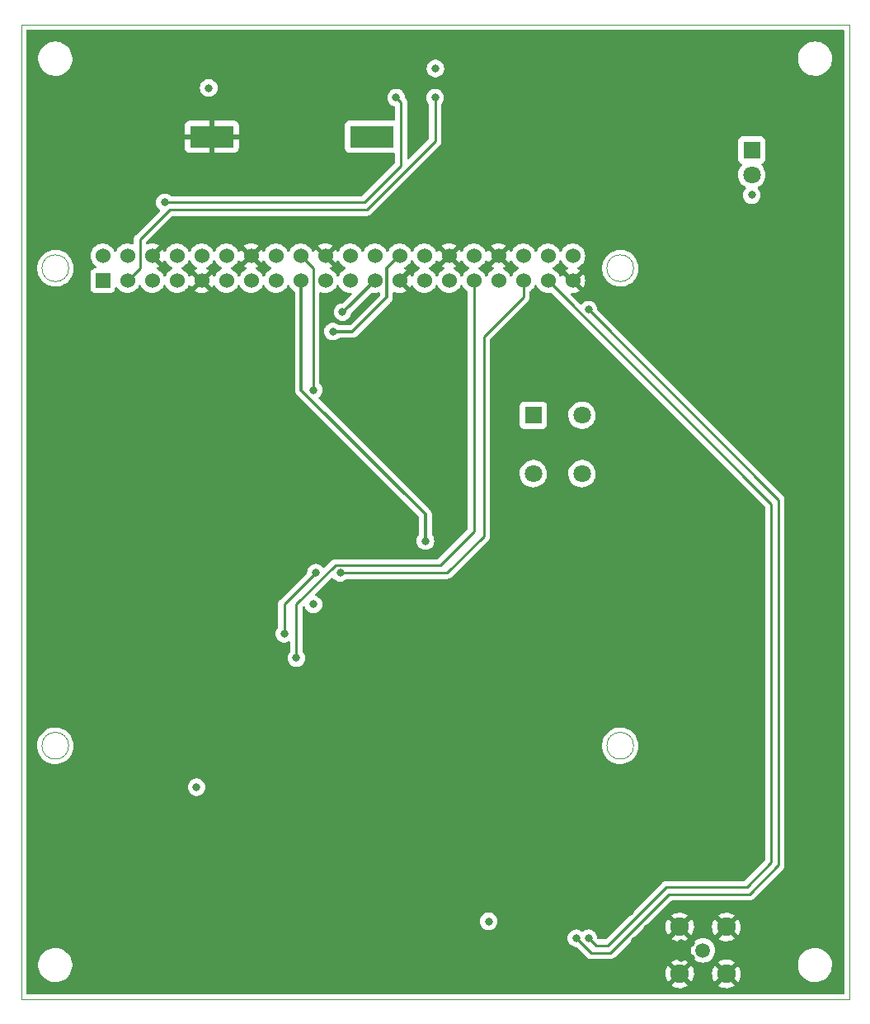
<source format=gbr>
%TF.GenerationSoftware,KiCad,Pcbnew,(6.0.7)*%
%TF.CreationDate,2022-11-16T16:27:29-06:00*%
%TF.ProjectId,GroundPCB,47726f75-6e64-4504-9342-2e6b69636164,1*%
%TF.SameCoordinates,Original*%
%TF.FileFunction,Copper,L4,Bot*%
%TF.FilePolarity,Positive*%
%FSLAX46Y46*%
G04 Gerber Fmt 4.6, Leading zero omitted, Abs format (unit mm)*
G04 Created by KiCad (PCBNEW (6.0.7)) date 2022-11-16 16:27:29*
%MOMM*%
%LPD*%
G01*
G04 APERTURE LIST*
%TA.AperFunction,Profile*%
%ADD10C,0.100000*%
%TD*%
%TA.AperFunction,Profile*%
%ADD11C,0.120000*%
%TD*%
%TA.AperFunction,ComponentPad*%
%ADD12R,1.800000X1.800000*%
%TD*%
%TA.AperFunction,ComponentPad*%
%ADD13C,1.800000*%
%TD*%
%TA.AperFunction,ComponentPad*%
%ADD14R,1.524000X1.524000*%
%TD*%
%TA.AperFunction,ComponentPad*%
%ADD15C,1.524000*%
%TD*%
%TA.AperFunction,ComponentPad*%
%ADD16C,1.508000*%
%TD*%
%TA.AperFunction,ComponentPad*%
%ADD17C,1.920000*%
%TD*%
%TA.AperFunction,SMDPad,CuDef*%
%ADD18R,4.500000X2.300000*%
%TD*%
%TA.AperFunction,ViaPad*%
%ADD19C,0.800000*%
%TD*%
%TA.AperFunction,Conductor*%
%ADD20C,0.250000*%
%TD*%
%TA.AperFunction,Conductor*%
%ADD21C,0.300000*%
%TD*%
G04 APERTURE END LIST*
D10*
X100000000Y-50000000D02*
X185000000Y-50000000D01*
X185000000Y-50000000D02*
X185000000Y-150000000D01*
X185000000Y-150000000D02*
X100000000Y-150000000D01*
X100000000Y-150000000D02*
X100000000Y-50000000D01*
D11*
%TO.C,A1*%
X162875000Y-75000000D02*
G75*
G03*
X162875000Y-75000000I-1375000J0D01*
G01*
X162875000Y-124000000D02*
G75*
G03*
X162875000Y-124000000I-1375000J0D01*
G01*
X104875000Y-124000000D02*
G75*
G03*
X104875000Y-124000000I-1375000J0D01*
G01*
X104875000Y-75000000D02*
G75*
G03*
X104875000Y-75000000I-1375000J0D01*
G01*
%TD*%
D12*
%TO.P,SW1,1,A*%
%TO.N,+5V*%
X152577500Y-90077500D03*
D13*
%TO.P,SW1,2,B*%
%TO.N,Net-(C8-Pad1)*%
X157577500Y-90077500D03*
%TO.P,SW1,3,A*%
%TO.N,+5V*%
X152577500Y-96077500D03*
%TO.P,SW1,4,B*%
%TO.N,Net-(C8-Pad1)*%
X157577500Y-96077500D03*
%TD*%
D14*
%TO.P,A1,1,3V3[1]*%
%TO.N,unconnected-(A1-Pad1)*%
X108370000Y-76270000D03*
D15*
%TO.P,A1,2,5V[1]*%
%TO.N,+5V*%
X108370000Y-73730000D03*
%TO.P,A1,3,GPIO2/SDA*%
%TO.N,SDA*%
X110910000Y-76270000D03*
%TO.P,A1,4,5V[2]*%
%TO.N,+5V*%
X110910000Y-73730000D03*
%TO.P,A1,5,GPIO3/SCL*%
%TO.N,SCL*%
X113450000Y-76270000D03*
%TO.P,A1,6,GND[8]*%
%TO.N,GND*%
X113450000Y-73730000D03*
%TO.P,A1,7,GPIO4/GPCKL0*%
%TO.N,unconnected-(A1-Pad7)*%
X115990000Y-76270000D03*
%TO.P,A1,8,TXD0/GPIO14*%
%TO.N,unconnected-(A1-Pad8)*%
X115990000Y-73730000D03*
%TO.P,A1,9,GND[1]*%
%TO.N,GND*%
X118530000Y-76270000D03*
%TO.P,A1,10,RXD0/GPIO15*%
%TO.N,unconnected-(A1-Pad10)*%
X118530000Y-73730000D03*
%TO.P,A1,11,GPIO17/GEN0*%
%TO.N,RST-RTC*%
X121070000Y-76270000D03*
%TO.P,A1,12,GPIO18*%
%TO.N,unconnected-(A1-Pad12)*%
X121070000Y-73730000D03*
%TO.P,A1,13,GPIO27/GEN2*%
%TO.N,unconnected-(A1-Pad13)*%
X123610000Y-76270000D03*
%TO.P,A1,14,GND[4]*%
%TO.N,GND*%
X123610000Y-73730000D03*
%TO.P,A1,15,GPIO22/GEN3*%
%TO.N,unconnected-(A1-Pad15)*%
X126150000Y-76270000D03*
%TO.P,A1,16,GEN4/GPIO23*%
%TO.N,RST-TRX*%
X126150000Y-73730000D03*
%TO.P,A1,17,3V3[2]*%
%TO.N,+3.3V*%
X128690000Y-76270000D03*
%TO.P,A1,18,GEN5/GPIO24*%
%TO.N,DIO0*%
X128690000Y-73730000D03*
%TO.P,A1,19,GPIO10/MOSI*%
%TO.N,MOSI*%
X131230000Y-76270000D03*
%TO.P,A1,20,GND[5]*%
%TO.N,GND*%
X131230000Y-73730000D03*
%TO.P,A1,21,GPIO9/MISO*%
%TO.N,MISO*%
X133770000Y-76270000D03*
%TO.P,A1,22,GEN/6GPIO25*%
%TO.N,unconnected-(A1-Pad22)*%
X133770000Y-73730000D03*
%TO.P,A1,23,GPIO11/SCLK*%
%TO.N,SCLK*%
X136310000Y-76270000D03*
%TO.P,A1,24,~{CE0}/GPIO8*%
%TO.N,unconnected-(A1-Pad24)*%
X136310000Y-73730000D03*
%TO.P,A1,25,GND[2]*%
%TO.N,GND*%
X138850000Y-76270000D03*
%TO.P,A1,26,~{CE1/}GPIO7*%
%TO.N,CS*%
X138850000Y-73730000D03*
%TO.P,A1,27,ID_SD*%
%TO.N,unconnected-(A1-Pad27)*%
X141390000Y-76270000D03*
%TO.P,A1,28,ID_SC*%
%TO.N,unconnected-(A1-Pad28)*%
X141390000Y-73730000D03*
%TO.P,A1,29,GPIO5*%
%TO.N,unconnected-(A1-Pad29)*%
X143930000Y-76270000D03*
%TO.P,A1,30,GND[6]*%
%TO.N,GND*%
X143930000Y-73730000D03*
%TO.P,A1,31,GPIO6*%
%TO.N,CTRL1A*%
X146470000Y-76270000D03*
%TO.P,A1,32,GPIO12*%
%TO.N,unconnected-(A1-Pad32)*%
X146470000Y-73730000D03*
%TO.P,A1,33,GPIO13*%
%TO.N,CTRL1B*%
X149010000Y-76270000D03*
%TO.P,A1,34,GND[7]*%
%TO.N,GND*%
X149010000Y-73730000D03*
%TO.P,A1,35,GPIO19*%
%TO.N,CTRL2A*%
X151550000Y-76270000D03*
%TO.P,A1,36,GPIO16*%
%TO.N,BUT1*%
X151550000Y-73730000D03*
%TO.P,A1,37,GPIO26*%
%TO.N,CTRL2B*%
X154090000Y-76270000D03*
%TO.P,A1,38,GPIO20*%
%TO.N,BUT2*%
X154090000Y-73730000D03*
%TO.P,A1,39,GND[3]*%
%TO.N,GND*%
X156630000Y-76270000D03*
%TO.P,A1,40,GPIO21*%
%TO.N,BUT3*%
X156630000Y-73730000D03*
%TD*%
D16*
%TO.P,J1,1*%
%TO.N,Net-(IC2-Pad22)*%
X170000000Y-145000000D03*
D17*
%TO.P,J1,G1*%
%TO.N,GND*%
X167600000Y-142600000D03*
%TO.P,J1,G2*%
X167600000Y-147400000D03*
%TO.P,J1,G3*%
X172400000Y-147400000D03*
%TO.P,J1,G4*%
X172400000Y-142600000D03*
%TD*%
D12*
%TO.P,D1,1,K*%
%TO.N,Net-(D1-Pad1)*%
X175000000Y-62881250D03*
D13*
%TO.P,D1,2,A*%
%TO.N,+5V*%
X175000000Y-65421250D03*
%TD*%
D18*
%TO.P,BT1,N*%
%TO.N,GND*%
X119575000Y-61500000D03*
%TO.P,BT1,P*%
%TO.N,Net-(BT1-PadP)*%
X135975000Y-61500000D03*
%TD*%
D19*
%TO.N,CTRL1A*%
X128250000Y-115000000D03*
%TO.N,CTRL1B*%
X157000000Y-143750000D03*
X158250000Y-79250000D03*
%TO.N,GND*%
X124000000Y-105500000D03*
X128000000Y-125000000D03*
X125500000Y-108500000D03*
X122750000Y-135000000D03*
X124000000Y-110500000D03*
X126500000Y-121500000D03*
X166000000Y-133250000D03*
X147000000Y-135750000D03*
X159500000Y-131250000D03*
X134250000Y-117000000D03*
X130250000Y-129750000D03*
X131250000Y-118500000D03*
X122000000Y-117000000D03*
X159250000Y-116000000D03*
X148750000Y-131000000D03*
X124000000Y-113500000D03*
X139250000Y-117000000D03*
X124000000Y-112500000D03*
X136750000Y-129500000D03*
X152750000Y-129500000D03*
X137250000Y-117000000D03*
X154750000Y-129500000D03*
X155750000Y-119000000D03*
X149900000Y-119000000D03*
X134750000Y-131000000D03*
X147750000Y-131000000D03*
X147000000Y-137500000D03*
X145000000Y-137500000D03*
X136000000Y-137500000D03*
X136000000Y-135750000D03*
X159250000Y-115000000D03*
X155750000Y-131000000D03*
X122500000Y-123500000D03*
X165000000Y-133250000D03*
X163750000Y-117500000D03*
X149000000Y-137500000D03*
X156750000Y-119000000D03*
X145000000Y-135750000D03*
X125000000Y-116500000D03*
X126500000Y-120500000D03*
X147750000Y-129500000D03*
X139000000Y-137500000D03*
X129250000Y-118500000D03*
X125000000Y-119500000D03*
X138750000Y-131000000D03*
X163000000Y-144000000D03*
X153750000Y-131000000D03*
X125500000Y-113500000D03*
X165750000Y-145750000D03*
X168750000Y-126250000D03*
X129250000Y-117000000D03*
X149900000Y-117500000D03*
X129750000Y-137500000D03*
X125500000Y-139250000D03*
X166750000Y-145750000D03*
X162750000Y-117500000D03*
X130250000Y-117000000D03*
X141250000Y-117000000D03*
X148750000Y-129500000D03*
X128750000Y-137500000D03*
X127250000Y-124250000D03*
X125750000Y-115750000D03*
X122000000Y-128250000D03*
X167750000Y-145750000D03*
X124500000Y-140250000D03*
X144750000Y-131000000D03*
X151750000Y-129500000D03*
X125000000Y-120500000D03*
X152250000Y-120250000D03*
X124000000Y-120500000D03*
X150750000Y-131000000D03*
X124000000Y-125500000D03*
X153750000Y-129500000D03*
X124000000Y-127500000D03*
X149100000Y-117500000D03*
X124000000Y-109500000D03*
X161000000Y-142000000D03*
X153000000Y-137500000D03*
X136250000Y-117000000D03*
X150000000Y-135750000D03*
X158750000Y-130500000D03*
X162500000Y-135000000D03*
X141750000Y-129500000D03*
X125500000Y-105500000D03*
X142250000Y-117000000D03*
X146000000Y-137500000D03*
X156000000Y-135750000D03*
X142000000Y-137500000D03*
X137750000Y-131000000D03*
X128000000Y-127500000D03*
X163000000Y-133250000D03*
X142750000Y-129500000D03*
X156750000Y-129500000D03*
X145500000Y-120000000D03*
X124000000Y-106500000D03*
X136750000Y-131000000D03*
X127250000Y-126750000D03*
X141000000Y-135750000D03*
X135250000Y-117000000D03*
X156000000Y-137500000D03*
X148000000Y-135750000D03*
X148000000Y-137500000D03*
X132250000Y-118500000D03*
X156750000Y-117500000D03*
X124250000Y-135000000D03*
X161000000Y-133250000D03*
X143000000Y-135750000D03*
X155000000Y-135750000D03*
X144000000Y-137500000D03*
X124000000Y-124500000D03*
X138000000Y-135750000D03*
X137000000Y-135750000D03*
X123000000Y-118500000D03*
X167000000Y-129750000D03*
X158000000Y-129750000D03*
X168750000Y-144250000D03*
X124250000Y-134000000D03*
X125000000Y-124500000D03*
X140750000Y-129500000D03*
X139250000Y-118500000D03*
X127000000Y-118500000D03*
X157000000Y-135750000D03*
X144000000Y-120000000D03*
X143250000Y-118500000D03*
X128750000Y-135750000D03*
X135250000Y-118500000D03*
X145750000Y-129500000D03*
X125000000Y-138250000D03*
X137000000Y-137500000D03*
X137250000Y-118500000D03*
X164250000Y-142750000D03*
X154000000Y-135750000D03*
X159250000Y-138250000D03*
X161750000Y-140250000D03*
X158500000Y-133500000D03*
X158250000Y-132500000D03*
X125500000Y-104500000D03*
X125500000Y-109500000D03*
X138250000Y-118500000D03*
X160000000Y-132250000D03*
X152000000Y-137500000D03*
X125000000Y-123500000D03*
X125750000Y-117250000D03*
X168750000Y-122500000D03*
X154000000Y-137500000D03*
X142000000Y-135750000D03*
X162500000Y-139750000D03*
X140250000Y-118500000D03*
X126500000Y-123500000D03*
X135750000Y-129500000D03*
X125500000Y-112500000D03*
X140000000Y-135750000D03*
X129750000Y-135750000D03*
X132500000Y-129500000D03*
X160750000Y-138250000D03*
X124000000Y-108500000D03*
X134750000Y-129500000D03*
X125750000Y-125250000D03*
X157500000Y-131750000D03*
X159250000Y-136750000D03*
X125500000Y-140250000D03*
X131750000Y-128750000D03*
X145750000Y-131000000D03*
X142250000Y-118500000D03*
X168750000Y-129750000D03*
X122750000Y-134000000D03*
X160250000Y-115000000D03*
X163500000Y-137000000D03*
X151000000Y-137500000D03*
X153000000Y-135750000D03*
X155750000Y-117500000D03*
X157500000Y-135000000D03*
X164000000Y-134750000D03*
X140000000Y-137500000D03*
X126500000Y-122500000D03*
X132825000Y-131000000D03*
X162500000Y-141000000D03*
X125500000Y-111500000D03*
X155000000Y-137500000D03*
X124500000Y-128250000D03*
X128250000Y-118500000D03*
X122500000Y-124500000D03*
X165000000Y-143500000D03*
X122500000Y-126500000D03*
X124000000Y-111500000D03*
X155750000Y-129500000D03*
X140750000Y-131000000D03*
X146750000Y-131000000D03*
X134250000Y-118500000D03*
X122250000Y-135750000D03*
X159500000Y-140500000D03*
X164500000Y-145500000D03*
X159750000Y-117000000D03*
X131900000Y-131000000D03*
X130250000Y-118500000D03*
X128750000Y-125750000D03*
X131250000Y-117000000D03*
X133750000Y-129500000D03*
X133250000Y-117000000D03*
X142750000Y-131000000D03*
X122500000Y-120500000D03*
X146750000Y-129500000D03*
X122000000Y-116000000D03*
X126500000Y-126000000D03*
X137750000Y-129500000D03*
X122500000Y-122500000D03*
X136250000Y-118500000D03*
X138000000Y-137500000D03*
X126500000Y-119500000D03*
X150000000Y-137500000D03*
X124000000Y-121500000D03*
X160000000Y-133500000D03*
X122500000Y-125500000D03*
X124000000Y-122500000D03*
X141750000Y-131000000D03*
X130250000Y-127250000D03*
X149750000Y-131000000D03*
X125500000Y-110500000D03*
X129500000Y-129000000D03*
X127750000Y-135750000D03*
X167750000Y-144250000D03*
X166000000Y-134750000D03*
X144000000Y-135750000D03*
X149000000Y-135750000D03*
X133750000Y-131000000D03*
X122500000Y-127500000D03*
X143000000Y-137500000D03*
X165000000Y-134750000D03*
X167000000Y-126250000D03*
X151750000Y-131000000D03*
X146000000Y-135750000D03*
X124000000Y-103500000D03*
X124000000Y-126500000D03*
X140250000Y-117000000D03*
X131000000Y-128000000D03*
X135750000Y-131000000D03*
X139750000Y-131000000D03*
X122500000Y-119500000D03*
X128750000Y-128250000D03*
X163750000Y-119100000D03*
X138750000Y-129500000D03*
X143250000Y-117000000D03*
X139000000Y-135750000D03*
X125500000Y-106500000D03*
X151000000Y-135750000D03*
X143750000Y-131000000D03*
X152000000Y-135750000D03*
X141000000Y-137500000D03*
X124250000Y-117250000D03*
X125000000Y-121500000D03*
X150500000Y-120250000D03*
X125000000Y-137000000D03*
X152750000Y-131000000D03*
X160250000Y-141250000D03*
X163750000Y-144750000D03*
X160250000Y-116000000D03*
X164000000Y-133250000D03*
X133250000Y-118500000D03*
X132250000Y-117000000D03*
X160000000Y-137500000D03*
X124250000Y-115750000D03*
X124000000Y-123500000D03*
X163500000Y-138000000D03*
X149750000Y-129500000D03*
X143750000Y-129500000D03*
X165750000Y-144250000D03*
X125500000Y-103500000D03*
X156750000Y-131000000D03*
X166750000Y-144250000D03*
X124000000Y-107500000D03*
X150750000Y-129500000D03*
X127750000Y-137500000D03*
X162000000Y-133250000D03*
X125500000Y-107500000D03*
X154750000Y-131000000D03*
X141250000Y-118500000D03*
X139750000Y-129500000D03*
X125000000Y-122500000D03*
X159750000Y-118250000D03*
X167000000Y-122500000D03*
X144750000Y-129500000D03*
X129500000Y-126500000D03*
X162750000Y-119100000D03*
X138250000Y-117000000D03*
X149100000Y-119000000D03*
X168750000Y-145750000D03*
X131000000Y-130500000D03*
X124000000Y-104500000D03*
X124500000Y-139250000D03*
X122500000Y-121500000D03*
X160750000Y-136750000D03*
%TO.N,CTRL2A*%
X130250000Y-106250000D03*
X132750000Y-106250000D03*
X127000000Y-112500000D03*
%TO.N,CTRL2B*%
X158250000Y-143750000D03*
%TO.N,+3.3V*%
X141500000Y-103000000D03*
%TO.N,+5V*%
X142525000Y-54500000D03*
X119250000Y-56500000D03*
X130000000Y-109500000D03*
X118000000Y-128250000D03*
X175000000Y-67500000D03*
X148000000Y-142025000D03*
%TO.N,SDA*%
X142500000Y-57500000D03*
%TO.N,SCL*%
X138500000Y-57500000D03*
X114750000Y-68250000D03*
%TO.N,SCLK*%
X133000000Y-79500000D03*
%TO.N,CS*%
X132000000Y-81500000D03*
%TO.N,Net-(BT1-PadP)*%
X136775000Y-61525000D03*
%TO.N,DIO0*%
X130000000Y-87500000D03*
%TD*%
D20*
%TO.N,CTRL1A*%
X143000000Y-105500000D02*
X132250000Y-105500000D01*
X146470000Y-102030000D02*
X143000000Y-105500000D01*
X128250000Y-109500000D02*
X128250000Y-115000000D01*
X146470000Y-76270000D02*
X146470000Y-102030000D01*
X132250000Y-105500000D02*
X128250000Y-109500000D01*
%TO.N,CTRL1B*%
X160500000Y-145250000D02*
X166500000Y-139250000D01*
X177750000Y-98750000D02*
X177750000Y-136250000D01*
X174750000Y-139250000D02*
X177750000Y-136250000D01*
X158500000Y-145250000D02*
X160500000Y-145250000D01*
X158250000Y-79250000D02*
X177750000Y-98750000D01*
X166500000Y-139250000D02*
X174750000Y-139250000D01*
X158500000Y-145250000D02*
X157000000Y-143750000D01*
%TO.N,CTRL2A*%
X151550000Y-76270000D02*
X151550000Y-77950000D01*
X151550000Y-77950000D02*
X147500000Y-82000000D01*
X127000000Y-112500000D02*
X127000000Y-109500000D01*
X147500000Y-102500000D02*
X143750000Y-106250000D01*
X147500000Y-82000000D02*
X147500000Y-102500000D01*
X127000000Y-109500000D02*
X130250000Y-106250000D01*
X132750000Y-106250000D02*
X143750000Y-106250000D01*
%TO.N,CTRL2B*%
X159000000Y-144500000D02*
X158250000Y-143750000D01*
X174500000Y-138500000D02*
X166250000Y-138500000D01*
X177000000Y-99180000D02*
X177000000Y-136000000D01*
X177000000Y-136000000D02*
X174500000Y-138500000D01*
X154090000Y-76270000D02*
X177000000Y-99180000D01*
X166250000Y-138500000D02*
X160250000Y-144500000D01*
X160250000Y-144500000D02*
X159000000Y-144500000D01*
D21*
%TO.N,+3.3V*%
X128750000Y-87500000D02*
X141500000Y-100250000D01*
X141500000Y-100250000D02*
X141500000Y-103000000D01*
X128750000Y-87500000D02*
X128750000Y-76330000D01*
D20*
%TO.N,SDA*%
X115250000Y-69000000D02*
X135500000Y-69000000D01*
X112172964Y-75007036D02*
X112172964Y-72077036D01*
X142500000Y-62000000D02*
X142500000Y-57500000D01*
X112172964Y-72077036D02*
X115250000Y-69000000D01*
X135500000Y-69000000D02*
X142500000Y-62000000D01*
X110910000Y-76270000D02*
X112172964Y-75007036D01*
%TO.N,SCL*%
X139000000Y-58000000D02*
X138500000Y-57500000D01*
X114750000Y-68250000D02*
X135250000Y-68250000D01*
X135250000Y-68250000D02*
X139000000Y-64500000D01*
X139000000Y-64500000D02*
X139000000Y-58000000D01*
D21*
%TO.N,SCLK*%
X133080000Y-79500000D02*
X133000000Y-79500000D01*
X136310000Y-76270000D02*
X133080000Y-79500000D01*
%TO.N,CS*%
X132000000Y-81500000D02*
X134000000Y-81500000D01*
X134000000Y-81500000D02*
X137500000Y-78000000D01*
X138770000Y-73730000D02*
X138850000Y-73730000D01*
X137500000Y-78000000D02*
X137500000Y-75000000D01*
X137500000Y-75000000D02*
X138770000Y-73730000D01*
D20*
%TO.N,DIO0*%
X128690000Y-73730000D02*
X130000000Y-75040000D01*
X130000000Y-75040000D02*
X130000000Y-87500000D01*
%TD*%
%TA.AperFunction,Conductor*%
%TO.N,GND*%
G36*
X184441621Y-50520502D02*
G01*
X184488114Y-50574158D01*
X184499500Y-50626500D01*
X184499500Y-149373500D01*
X184479498Y-149441621D01*
X184425842Y-149488114D01*
X184373500Y-149499500D01*
X100626500Y-149499500D01*
X100558379Y-149479498D01*
X100511886Y-149425842D01*
X100500500Y-149373500D01*
X100500500Y-148605973D01*
X166759273Y-148605973D01*
X166763032Y-148611269D01*
X166959066Y-148725822D01*
X166968349Y-148730269D01*
X167184206Y-148812697D01*
X167194108Y-148815574D01*
X167420511Y-148861636D01*
X167430764Y-148862859D01*
X167661657Y-148871326D01*
X167671943Y-148870859D01*
X167901132Y-148841499D01*
X167911210Y-148839357D01*
X168132522Y-148772960D01*
X168142120Y-148769199D01*
X168349617Y-148667547D01*
X168358462Y-148662274D01*
X168428115Y-148612591D01*
X168433311Y-148605973D01*
X171559273Y-148605973D01*
X171563032Y-148611269D01*
X171759066Y-148725822D01*
X171768349Y-148730269D01*
X171984206Y-148812697D01*
X171994108Y-148815574D01*
X172220511Y-148861636D01*
X172230764Y-148862859D01*
X172461657Y-148871326D01*
X172471943Y-148870859D01*
X172701132Y-148841499D01*
X172711210Y-148839357D01*
X172932522Y-148772960D01*
X172942120Y-148769199D01*
X173149617Y-148667547D01*
X173158462Y-148662274D01*
X173228115Y-148612591D01*
X173236516Y-148601891D01*
X173229528Y-148588738D01*
X172412812Y-147772022D01*
X172398868Y-147764408D01*
X172397035Y-147764539D01*
X172390420Y-147768790D01*
X171566534Y-148592676D01*
X171559273Y-148605973D01*
X168433311Y-148605973D01*
X168436516Y-148601891D01*
X168429528Y-148588738D01*
X167612812Y-147772022D01*
X167598868Y-147764408D01*
X167597035Y-147764539D01*
X167590420Y-147768790D01*
X166766534Y-148592676D01*
X166759273Y-148605973D01*
X100500500Y-148605973D01*
X100500500Y-146607165D01*
X101747866Y-146607165D01*
X101782952Y-146864970D01*
X101855758Y-147114757D01*
X101857718Y-147119010D01*
X101857719Y-147119011D01*
X101873454Y-147153142D01*
X101964686Y-147351039D01*
X101967246Y-147354944D01*
X101967249Y-147354949D01*
X102104775Y-147564712D01*
X102104779Y-147564717D01*
X102107341Y-147568625D01*
X102193966Y-147665680D01*
X102230098Y-147706162D01*
X102280591Y-147762735D01*
X102480629Y-147929105D01*
X102703061Y-148064080D01*
X102707375Y-148065889D01*
X102707377Y-148065890D01*
X102938686Y-148162886D01*
X102938691Y-148162888D01*
X102943001Y-148164695D01*
X102947533Y-148165846D01*
X102947536Y-148165847D01*
X103072815Y-148197663D01*
X103195177Y-148228739D01*
X103411286Y-148250500D01*
X103566044Y-148250500D01*
X103568369Y-148250327D01*
X103568375Y-148250327D01*
X103754814Y-148236472D01*
X103754818Y-148236471D01*
X103759466Y-148236126D01*
X104013232Y-148178705D01*
X104017586Y-148177012D01*
X104251370Y-148086098D01*
X104251372Y-148086097D01*
X104255723Y-148084405D01*
X104283445Y-148068561D01*
X104339038Y-148036786D01*
X104481612Y-147955299D01*
X104685936Y-147794223D01*
X104864208Y-147604714D01*
X105004167Y-147402965D01*
X105009846Y-147394779D01*
X105009848Y-147394776D01*
X105012511Y-147390937D01*
X105023247Y-147369167D01*
X166127706Y-147369167D01*
X166141006Y-147599838D01*
X166142442Y-147610058D01*
X166193238Y-147835454D01*
X166196317Y-147845282D01*
X166283249Y-148059370D01*
X166287892Y-148068561D01*
X166386464Y-148229416D01*
X166396921Y-148238876D01*
X166405697Y-148235093D01*
X167227978Y-147412812D01*
X167234356Y-147401132D01*
X167964408Y-147401132D01*
X167964539Y-147402965D01*
X167968790Y-147409580D01*
X168789296Y-148230086D01*
X168801306Y-148236645D01*
X168813046Y-148227677D01*
X168859616Y-148162867D01*
X168864927Y-148154028D01*
X168967296Y-147946901D01*
X168971094Y-147937308D01*
X169038262Y-147716232D01*
X169040439Y-147706162D01*
X169070835Y-147475279D01*
X169071354Y-147468604D01*
X169072949Y-147403364D01*
X169072755Y-147396647D01*
X169070496Y-147369167D01*
X170927706Y-147369167D01*
X170941006Y-147599838D01*
X170942442Y-147610058D01*
X170993238Y-147835454D01*
X170996317Y-147845282D01*
X171083249Y-148059370D01*
X171087892Y-148068561D01*
X171186464Y-148229416D01*
X171196921Y-148238876D01*
X171205697Y-148235093D01*
X172027978Y-147412812D01*
X172034356Y-147401132D01*
X172764408Y-147401132D01*
X172764539Y-147402965D01*
X172768790Y-147409580D01*
X173589296Y-148230086D01*
X173601306Y-148236645D01*
X173613046Y-148227677D01*
X173659616Y-148162867D01*
X173664927Y-148154028D01*
X173767296Y-147946901D01*
X173771094Y-147937308D01*
X173838262Y-147716232D01*
X173840439Y-147706162D01*
X173870835Y-147475279D01*
X173871354Y-147468604D01*
X173872949Y-147403364D01*
X173872755Y-147396647D01*
X173853675Y-147164567D01*
X173851992Y-147154405D01*
X173795703Y-146930306D01*
X173792382Y-146920551D01*
X173700252Y-146708667D01*
X173695374Y-146699570D01*
X173635595Y-146607165D01*
X179747866Y-146607165D01*
X179782952Y-146864970D01*
X179855758Y-147114757D01*
X179857718Y-147119010D01*
X179857719Y-147119011D01*
X179873454Y-147153142D01*
X179964686Y-147351039D01*
X179967246Y-147354944D01*
X179967249Y-147354949D01*
X180104775Y-147564712D01*
X180104779Y-147564717D01*
X180107341Y-147568625D01*
X180193966Y-147665680D01*
X180230098Y-147706162D01*
X180280591Y-147762735D01*
X180480629Y-147929105D01*
X180703061Y-148064080D01*
X180707375Y-148065889D01*
X180707377Y-148065890D01*
X180938686Y-148162886D01*
X180938691Y-148162888D01*
X180943001Y-148164695D01*
X180947533Y-148165846D01*
X180947536Y-148165847D01*
X181072815Y-148197663D01*
X181195177Y-148228739D01*
X181411286Y-148250500D01*
X181566044Y-148250500D01*
X181568369Y-148250327D01*
X181568375Y-148250327D01*
X181754814Y-148236472D01*
X181754818Y-148236471D01*
X181759466Y-148236126D01*
X182013232Y-148178705D01*
X182017586Y-148177012D01*
X182251370Y-148086098D01*
X182251372Y-148086097D01*
X182255723Y-148084405D01*
X182283445Y-148068561D01*
X182339038Y-148036786D01*
X182481612Y-147955299D01*
X182685936Y-147794223D01*
X182864208Y-147604714D01*
X183004167Y-147402965D01*
X183009846Y-147394779D01*
X183009848Y-147394776D01*
X183012511Y-147390937D01*
X183030258Y-147354949D01*
X183125521Y-147161775D01*
X183125522Y-147161772D01*
X183127586Y-147157587D01*
X183206906Y-146909792D01*
X183248728Y-146652994D01*
X183252134Y-146392835D01*
X183217048Y-146135030D01*
X183144242Y-145885243D01*
X183140466Y-145877051D01*
X183095951Y-145780493D01*
X183035314Y-145648961D01*
X183032751Y-145645051D01*
X182895225Y-145435288D01*
X182895221Y-145435283D01*
X182892659Y-145431375D01*
X182719409Y-145237265D01*
X182519371Y-145070895D01*
X182296939Y-144935920D01*
X182292623Y-144934110D01*
X182061314Y-144837114D01*
X182061309Y-144837112D01*
X182056999Y-144835305D01*
X182052467Y-144834154D01*
X182052464Y-144834153D01*
X181844454Y-144781326D01*
X181804823Y-144771261D01*
X181588714Y-144749500D01*
X181433956Y-144749500D01*
X181431631Y-144749673D01*
X181431625Y-144749673D01*
X181245186Y-144763528D01*
X181245182Y-144763529D01*
X181240534Y-144763874D01*
X180986768Y-144821295D01*
X180982416Y-144822987D01*
X180982414Y-144822988D01*
X180748630Y-144913902D01*
X180748628Y-144913903D01*
X180744277Y-144915595D01*
X180740223Y-144917912D01*
X180740221Y-144917913D01*
X180704467Y-144938348D01*
X180518388Y-145044701D01*
X180314064Y-145205777D01*
X180135792Y-145395286D01*
X179987489Y-145609063D01*
X179985423Y-145613253D01*
X179985421Y-145613256D01*
X179877364Y-145832376D01*
X179872414Y-145842413D01*
X179870992Y-145846856D01*
X179870991Y-145846858D01*
X179862716Y-145872709D01*
X179793094Y-146090208D01*
X179751272Y-146347006D01*
X179751211Y-146351683D01*
X179748452Y-146562442D01*
X179747866Y-146607165D01*
X173635595Y-146607165D01*
X173612616Y-146571645D01*
X173601930Y-146562442D01*
X173592365Y-146566845D01*
X172772022Y-147387188D01*
X172764408Y-147401132D01*
X172034356Y-147401132D01*
X172035592Y-147398868D01*
X172035461Y-147397035D01*
X172031210Y-147390420D01*
X171210687Y-146569897D01*
X171199151Y-146563597D01*
X171186868Y-146573221D01*
X171122126Y-146668129D01*
X171117028Y-146677103D01*
X171019750Y-146886670D01*
X171016187Y-146896357D01*
X170954442Y-147118999D01*
X170952511Y-147129118D01*
X170927958Y-147358878D01*
X170927706Y-147369167D01*
X169070496Y-147369167D01*
X169053675Y-147164567D01*
X169051992Y-147154405D01*
X168995703Y-146930306D01*
X168992382Y-146920551D01*
X168900252Y-146708667D01*
X168895374Y-146699570D01*
X168812616Y-146571645D01*
X168801930Y-146562442D01*
X168792365Y-146566845D01*
X167972022Y-147387188D01*
X167964408Y-147401132D01*
X167234356Y-147401132D01*
X167235592Y-147398868D01*
X167235461Y-147397035D01*
X167231210Y-147390420D01*
X166410687Y-146569897D01*
X166399151Y-146563597D01*
X166386868Y-146573221D01*
X166322126Y-146668129D01*
X166317028Y-146677103D01*
X166219750Y-146886670D01*
X166216187Y-146896357D01*
X166154442Y-147118999D01*
X166152511Y-147129118D01*
X166127958Y-147358878D01*
X166127706Y-147369167D01*
X105023247Y-147369167D01*
X105030258Y-147354949D01*
X105125521Y-147161775D01*
X105125522Y-147161772D01*
X105127586Y-147157587D01*
X105206906Y-146909792D01*
X105248728Y-146652994D01*
X105252134Y-146392835D01*
X105225598Y-146197857D01*
X166762652Y-146197857D01*
X166769397Y-146210187D01*
X167587188Y-147027978D01*
X167601132Y-147035592D01*
X167602965Y-147035461D01*
X167609580Y-147031210D01*
X168431710Y-146209080D01*
X168438731Y-146196223D01*
X168430959Y-146185556D01*
X168419218Y-146176283D01*
X168410637Y-146170583D01*
X168208355Y-146058918D01*
X168198956Y-146054693D01*
X167981155Y-145977565D01*
X167971184Y-145974931D01*
X167743713Y-145934412D01*
X167733461Y-145933443D01*
X167502417Y-145930620D01*
X167492133Y-145931340D01*
X167263741Y-145966289D01*
X167253713Y-145968678D01*
X167034096Y-146040460D01*
X167024586Y-146044457D01*
X166819646Y-146151142D01*
X166810921Y-146156636D01*
X166771106Y-146186530D01*
X166762652Y-146197857D01*
X105225598Y-146197857D01*
X105217048Y-146135030D01*
X105144242Y-145885243D01*
X105140466Y-145877051D01*
X105095951Y-145780493D01*
X105035314Y-145648961D01*
X105032751Y-145645051D01*
X104895225Y-145435288D01*
X104895221Y-145435283D01*
X104892659Y-145431375D01*
X104719409Y-145237265D01*
X104519371Y-145070895D01*
X104296939Y-144935920D01*
X104292623Y-144934110D01*
X104061314Y-144837114D01*
X104061309Y-144837112D01*
X104056999Y-144835305D01*
X104052467Y-144834154D01*
X104052464Y-144834153D01*
X103844454Y-144781326D01*
X103804823Y-144771261D01*
X103588714Y-144749500D01*
X103433956Y-144749500D01*
X103431631Y-144749673D01*
X103431625Y-144749673D01*
X103245186Y-144763528D01*
X103245182Y-144763529D01*
X103240534Y-144763874D01*
X102986768Y-144821295D01*
X102982416Y-144822987D01*
X102982414Y-144822988D01*
X102748630Y-144913902D01*
X102748628Y-144913903D01*
X102744277Y-144915595D01*
X102740223Y-144917912D01*
X102740221Y-144917913D01*
X102704467Y-144938348D01*
X102518388Y-145044701D01*
X102314064Y-145205777D01*
X102135792Y-145395286D01*
X101987489Y-145609063D01*
X101985423Y-145613253D01*
X101985421Y-145613256D01*
X101877364Y-145832376D01*
X101872414Y-145842413D01*
X101870992Y-145846856D01*
X101870991Y-145846858D01*
X101862716Y-145872709D01*
X101793094Y-146090208D01*
X101751272Y-146347006D01*
X101751211Y-146351683D01*
X101748452Y-146562442D01*
X101747866Y-146607165D01*
X100500500Y-146607165D01*
X100500500Y-142025000D01*
X147094540Y-142025000D01*
X147095230Y-142031565D01*
X147104583Y-142120551D01*
X147114326Y-142213256D01*
X147172821Y-142393284D01*
X147267467Y-142557216D01*
X147271885Y-142562123D01*
X147271886Y-142562124D01*
X147373772Y-142675279D01*
X147394129Y-142697888D01*
X147399468Y-142701767D01*
X147534452Y-142799838D01*
X147547270Y-142809151D01*
X147720197Y-142886144D01*
X147814375Y-142906162D01*
X147898897Y-142924128D01*
X147898901Y-142924128D01*
X147905354Y-142925500D01*
X148094646Y-142925500D01*
X148101099Y-142924128D01*
X148101103Y-142924128D01*
X148185625Y-142906162D01*
X148279803Y-142886144D01*
X148452730Y-142809151D01*
X148465549Y-142799838D01*
X148600532Y-142701767D01*
X148605871Y-142697888D01*
X148626229Y-142675279D01*
X148728114Y-142562124D01*
X148728115Y-142562123D01*
X148732533Y-142557216D01*
X148827179Y-142393284D01*
X148885674Y-142213256D01*
X148895418Y-142120551D01*
X148904770Y-142031565D01*
X148905460Y-142025000D01*
X148885674Y-141836744D01*
X148827179Y-141656716D01*
X148732533Y-141492784D01*
X148658162Y-141410187D01*
X148610286Y-141357015D01*
X148610284Y-141357014D01*
X148605871Y-141352112D01*
X148452730Y-141240849D01*
X148279803Y-141163856D01*
X148181788Y-141143022D01*
X148101103Y-141125872D01*
X148101099Y-141125872D01*
X148094646Y-141124500D01*
X147905354Y-141124500D01*
X147898901Y-141125872D01*
X147898897Y-141125872D01*
X147818212Y-141143022D01*
X147720197Y-141163856D01*
X147547270Y-141240849D01*
X147394129Y-141352112D01*
X147389716Y-141357014D01*
X147389714Y-141357015D01*
X147341838Y-141410187D01*
X147267467Y-141492784D01*
X147172821Y-141656716D01*
X147114326Y-141836744D01*
X147094540Y-142025000D01*
X100500500Y-142025000D01*
X100500500Y-128250000D01*
X117094540Y-128250000D01*
X117114326Y-128438256D01*
X117172821Y-128618284D01*
X117267467Y-128782216D01*
X117394129Y-128922888D01*
X117547270Y-129034151D01*
X117720197Y-129111144D01*
X117818212Y-129131978D01*
X117898897Y-129149128D01*
X117898901Y-129149128D01*
X117905354Y-129150500D01*
X118094646Y-129150500D01*
X118101099Y-129149128D01*
X118101103Y-129149128D01*
X118181788Y-129131978D01*
X118279803Y-129111144D01*
X118452730Y-129034151D01*
X118605871Y-128922888D01*
X118732533Y-128782216D01*
X118827179Y-128618284D01*
X118885674Y-128438256D01*
X118905460Y-128250000D01*
X118885674Y-128061744D01*
X118827179Y-127881716D01*
X118732533Y-127717784D01*
X118605871Y-127577112D01*
X118452730Y-127465849D01*
X118279803Y-127388856D01*
X118181788Y-127368022D01*
X118101103Y-127350872D01*
X118101099Y-127350872D01*
X118094646Y-127349500D01*
X117905354Y-127349500D01*
X117898901Y-127350872D01*
X117898897Y-127350872D01*
X117818212Y-127368022D01*
X117720197Y-127388856D01*
X117547270Y-127465849D01*
X117394129Y-127577112D01*
X117267467Y-127717784D01*
X117172821Y-127881716D01*
X117114326Y-128061744D01*
X117094540Y-128250000D01*
X100500500Y-128250000D01*
X100500500Y-123940939D01*
X101620637Y-123940939D01*
X101622957Y-124000000D01*
X101631064Y-124206332D01*
X101678782Y-124467609D01*
X101680191Y-124471832D01*
X101735271Y-124636926D01*
X101762838Y-124719556D01*
X101881555Y-124957146D01*
X102032564Y-125175638D01*
X102035586Y-125178907D01*
X102209836Y-125367411D01*
X102209841Y-125367416D01*
X102212852Y-125370673D01*
X102418823Y-125538360D01*
X102646366Y-125675352D01*
X102650461Y-125677086D01*
X102650463Y-125677087D01*
X102818521Y-125748250D01*
X102890941Y-125778916D01*
X102895234Y-125780054D01*
X102895239Y-125780056D01*
X103029220Y-125815580D01*
X103147669Y-125846986D01*
X103411426Y-125878204D01*
X103676951Y-125871946D01*
X103681349Y-125871214D01*
X103934555Y-125829069D01*
X103934559Y-125829068D01*
X103938945Y-125828338D01*
X103943186Y-125826997D01*
X103943189Y-125826996D01*
X104187935Y-125749593D01*
X104187937Y-125749592D01*
X104192181Y-125748250D01*
X104196192Y-125746324D01*
X104196197Y-125746322D01*
X104427587Y-125635210D01*
X104427588Y-125635209D01*
X104431606Y-125633280D01*
X104570222Y-125540660D01*
X104648736Y-125488199D01*
X104648740Y-125488196D01*
X104652444Y-125485721D01*
X104655761Y-125482750D01*
X104655765Y-125482747D01*
X104846968Y-125311491D01*
X104846969Y-125311490D01*
X104850286Y-125308519D01*
X105021187Y-125105207D01*
X105161737Y-124879844D01*
X105269130Y-124636926D01*
X105341224Y-124381299D01*
X105376581Y-124118064D01*
X105380291Y-124000000D01*
X105376109Y-123940939D01*
X159620637Y-123940939D01*
X159622957Y-124000000D01*
X159631064Y-124206332D01*
X159678782Y-124467609D01*
X159680191Y-124471832D01*
X159735271Y-124636926D01*
X159762838Y-124719556D01*
X159881555Y-124957146D01*
X160032564Y-125175638D01*
X160035586Y-125178907D01*
X160209836Y-125367411D01*
X160209841Y-125367416D01*
X160212852Y-125370673D01*
X160418823Y-125538360D01*
X160646366Y-125675352D01*
X160650461Y-125677086D01*
X160650463Y-125677087D01*
X160818521Y-125748250D01*
X160890941Y-125778916D01*
X160895234Y-125780054D01*
X160895239Y-125780056D01*
X161029220Y-125815580D01*
X161147669Y-125846986D01*
X161411426Y-125878204D01*
X161676951Y-125871946D01*
X161681349Y-125871214D01*
X161934555Y-125829069D01*
X161934559Y-125829068D01*
X161938945Y-125828338D01*
X161943186Y-125826997D01*
X161943189Y-125826996D01*
X162187935Y-125749593D01*
X162187937Y-125749592D01*
X162192181Y-125748250D01*
X162196192Y-125746324D01*
X162196197Y-125746322D01*
X162427587Y-125635210D01*
X162427588Y-125635209D01*
X162431606Y-125633280D01*
X162570222Y-125540660D01*
X162648736Y-125488199D01*
X162648740Y-125488196D01*
X162652444Y-125485721D01*
X162655761Y-125482750D01*
X162655765Y-125482747D01*
X162846968Y-125311491D01*
X162846969Y-125311490D01*
X162850286Y-125308519D01*
X163021187Y-125105207D01*
X163161737Y-124879844D01*
X163269130Y-124636926D01*
X163341224Y-124381299D01*
X163376581Y-124118064D01*
X163380291Y-124000000D01*
X163361533Y-123735065D01*
X163348973Y-123676723D01*
X163306568Y-123479763D01*
X163306568Y-123479761D01*
X163305632Y-123475416D01*
X163213703Y-123226233D01*
X163087582Y-122992490D01*
X162929784Y-122778849D01*
X162743459Y-122589573D01*
X162739919Y-122586871D01*
X162535864Y-122431141D01*
X162535860Y-122431138D01*
X162532323Y-122428439D01*
X162300589Y-122298662D01*
X162052881Y-122202831D01*
X162048560Y-122201829D01*
X162048552Y-122201827D01*
X161878433Y-122162397D01*
X161794142Y-122142859D01*
X161529534Y-122119941D01*
X161525099Y-122120185D01*
X161525095Y-122120185D01*
X161268780Y-122134291D01*
X161268773Y-122134292D01*
X161264337Y-122134536D01*
X161084398Y-122170328D01*
X161008205Y-122185483D01*
X161008203Y-122185484D01*
X161003842Y-122186351D01*
X160753246Y-122274354D01*
X160517551Y-122396788D01*
X160513936Y-122399371D01*
X160513930Y-122399375D01*
X160377198Y-122497086D01*
X160301457Y-122551211D01*
X160109278Y-122734541D01*
X159944848Y-122943120D01*
X159942616Y-122946962D01*
X159942613Y-122946967D01*
X159813685Y-123168932D01*
X159813682Y-123168938D01*
X159811447Y-123172786D01*
X159809773Y-123176920D01*
X159713410Y-123414826D01*
X159713407Y-123414834D01*
X159711737Y-123418958D01*
X159671316Y-123581683D01*
X159655760Y-123644309D01*
X159647708Y-123676723D01*
X159620637Y-123940939D01*
X105376109Y-123940939D01*
X105361533Y-123735065D01*
X105348973Y-123676723D01*
X105306568Y-123479763D01*
X105306568Y-123479761D01*
X105305632Y-123475416D01*
X105213703Y-123226233D01*
X105087582Y-122992490D01*
X104929784Y-122778849D01*
X104743459Y-122589573D01*
X104739919Y-122586871D01*
X104535864Y-122431141D01*
X104535860Y-122431138D01*
X104532323Y-122428439D01*
X104300589Y-122298662D01*
X104052881Y-122202831D01*
X104048560Y-122201829D01*
X104048552Y-122201827D01*
X103878433Y-122162397D01*
X103794142Y-122142859D01*
X103529534Y-122119941D01*
X103525099Y-122120185D01*
X103525095Y-122120185D01*
X103268780Y-122134291D01*
X103268773Y-122134292D01*
X103264337Y-122134536D01*
X103084398Y-122170328D01*
X103008205Y-122185483D01*
X103008203Y-122185484D01*
X103003842Y-122186351D01*
X102753246Y-122274354D01*
X102517551Y-122396788D01*
X102513936Y-122399371D01*
X102513930Y-122399375D01*
X102377198Y-122497086D01*
X102301457Y-122551211D01*
X102109278Y-122734541D01*
X101944848Y-122943120D01*
X101942616Y-122946962D01*
X101942613Y-122946967D01*
X101813685Y-123168932D01*
X101813682Y-123168938D01*
X101811447Y-123172786D01*
X101809773Y-123176920D01*
X101713410Y-123414826D01*
X101713407Y-123414834D01*
X101711737Y-123418958D01*
X101671316Y-123581683D01*
X101655760Y-123644309D01*
X101647708Y-123676723D01*
X101620637Y-123940939D01*
X100500500Y-123940939D01*
X100500500Y-74940939D01*
X101620637Y-74940939D01*
X101620812Y-74945391D01*
X101622957Y-75000000D01*
X101630145Y-75182932D01*
X101631064Y-75206332D01*
X101678782Y-75467609D01*
X101680191Y-75471832D01*
X101735271Y-75636926D01*
X101762838Y-75719556D01*
X101881555Y-75957146D01*
X102032564Y-76175638D01*
X102035586Y-76178907D01*
X102209836Y-76367411D01*
X102209841Y-76367416D01*
X102212852Y-76370673D01*
X102418823Y-76538360D01*
X102646366Y-76675352D01*
X102650461Y-76677086D01*
X102650463Y-76677087D01*
X102818521Y-76748250D01*
X102890941Y-76778916D01*
X102895234Y-76780054D01*
X102895239Y-76780056D01*
X103029220Y-76815580D01*
X103147669Y-76846986D01*
X103411426Y-76878204D01*
X103676951Y-76871946D01*
X103681349Y-76871214D01*
X103934555Y-76829069D01*
X103934559Y-76829068D01*
X103938945Y-76828338D01*
X103943186Y-76826997D01*
X103943189Y-76826996D01*
X104187935Y-76749593D01*
X104187937Y-76749592D01*
X104192181Y-76748250D01*
X104196192Y-76746324D01*
X104196197Y-76746322D01*
X104427587Y-76635210D01*
X104427588Y-76635209D01*
X104431606Y-76633280D01*
X104435312Y-76630804D01*
X104648736Y-76488199D01*
X104648740Y-76488196D01*
X104652444Y-76485721D01*
X104655761Y-76482750D01*
X104655765Y-76482747D01*
X104846968Y-76311491D01*
X104846969Y-76311490D01*
X104850286Y-76308519D01*
X105021187Y-76105207D01*
X105059791Y-76043309D01*
X105159379Y-75883625D01*
X105159379Y-75883624D01*
X105161737Y-75879844D01*
X105269130Y-75636926D01*
X105341224Y-75381299D01*
X105369586Y-75170143D01*
X105376154Y-75121245D01*
X105376154Y-75121240D01*
X105376581Y-75118064D01*
X105379759Y-75016924D01*
X105380190Y-75003222D01*
X105380190Y-75003217D01*
X105380291Y-75000000D01*
X105361533Y-74735065D01*
X105353167Y-74696204D01*
X105306568Y-74479763D01*
X105306568Y-74479761D01*
X105305632Y-74475416D01*
X105213703Y-74226233D01*
X105087582Y-73992490D01*
X104929784Y-73778849D01*
X104881697Y-73730000D01*
X107102677Y-73730000D01*
X107121930Y-73950068D01*
X107179106Y-74163450D01*
X107181428Y-74168431D01*
X107181429Y-74168432D01*
X107266152Y-74350120D01*
X107272466Y-74363661D01*
X107399174Y-74544620D01*
X107555380Y-74700826D01*
X107559888Y-74703983D01*
X107559891Y-74703985D01*
X107666007Y-74778288D01*
X107710335Y-74833745D01*
X107717644Y-74904364D01*
X107685613Y-74967725D01*
X107624412Y-75003710D01*
X107593736Y-75007501D01*
X107560624Y-75007501D01*
X107557230Y-75007870D01*
X107557224Y-75007870D01*
X107507278Y-75013295D01*
X107507274Y-75013296D01*
X107499420Y-75014149D01*
X107365176Y-75064474D01*
X107357997Y-75069854D01*
X107357994Y-75069856D01*
X107272384Y-75134018D01*
X107250454Y-75150454D01*
X107245072Y-75157635D01*
X107169856Y-75257994D01*
X107169854Y-75257997D01*
X107164474Y-75265176D01*
X107114149Y-75399420D01*
X107107500Y-75460623D01*
X107107501Y-77079376D01*
X107107870Y-77082770D01*
X107107870Y-77082776D01*
X107108494Y-77088515D01*
X107114149Y-77140580D01*
X107164474Y-77274824D01*
X107169854Y-77282003D01*
X107169856Y-77282006D01*
X107244148Y-77381132D01*
X107250454Y-77389546D01*
X107257635Y-77394928D01*
X107357994Y-77470144D01*
X107357997Y-77470146D01*
X107365176Y-77475526D01*
X107417751Y-77495235D01*
X107492025Y-77523079D01*
X107492027Y-77523079D01*
X107499420Y-77525851D01*
X107507270Y-77526704D01*
X107507271Y-77526704D01*
X107557217Y-77532130D01*
X107560623Y-77532500D01*
X108369881Y-77532500D01*
X109179376Y-77532499D01*
X109182770Y-77532130D01*
X109182776Y-77532130D01*
X109232722Y-77526705D01*
X109232726Y-77526704D01*
X109240580Y-77525851D01*
X109374824Y-77475526D01*
X109382003Y-77470146D01*
X109382006Y-77470144D01*
X109482365Y-77394928D01*
X109489546Y-77389546D01*
X109495852Y-77381132D01*
X109570144Y-77282006D01*
X109570146Y-77282003D01*
X109575526Y-77274824D01*
X109625851Y-77140580D01*
X109632500Y-77079377D01*
X109632500Y-77046263D01*
X109652502Y-76978142D01*
X109706158Y-76931649D01*
X109776432Y-76921545D01*
X109841012Y-76951039D01*
X109861708Y-76973986D01*
X109939174Y-77084620D01*
X110095380Y-77240826D01*
X110099888Y-77243983D01*
X110099891Y-77243985D01*
X110265771Y-77360135D01*
X110276338Y-77367534D01*
X110281320Y-77369857D01*
X110281325Y-77369860D01*
X110471568Y-77458571D01*
X110476550Y-77460894D01*
X110481858Y-77462316D01*
X110481860Y-77462317D01*
X110508261Y-77469391D01*
X110689932Y-77518070D01*
X110910000Y-77537323D01*
X111130068Y-77518070D01*
X111311739Y-77469391D01*
X111338140Y-77462317D01*
X111338142Y-77462316D01*
X111343450Y-77460894D01*
X111348432Y-77458571D01*
X111538675Y-77369860D01*
X111538680Y-77369857D01*
X111543662Y-77367534D01*
X111554229Y-77360135D01*
X111720109Y-77243985D01*
X111720112Y-77243983D01*
X111724620Y-77240826D01*
X111880826Y-77084620D01*
X112007534Y-76903661D01*
X112022665Y-76871214D01*
X112065805Y-76778699D01*
X112112722Y-76725414D01*
X112181000Y-76705953D01*
X112248960Y-76726495D01*
X112294195Y-76778699D01*
X112337336Y-76871214D01*
X112352466Y-76903661D01*
X112479174Y-77084620D01*
X112635380Y-77240826D01*
X112639888Y-77243983D01*
X112639891Y-77243985D01*
X112805771Y-77360135D01*
X112816338Y-77367534D01*
X112821320Y-77369857D01*
X112821325Y-77369860D01*
X113011568Y-77458571D01*
X113016550Y-77460894D01*
X113021858Y-77462316D01*
X113021860Y-77462317D01*
X113048261Y-77469391D01*
X113229932Y-77518070D01*
X113450000Y-77537323D01*
X113670068Y-77518070D01*
X113851739Y-77469391D01*
X113878140Y-77462317D01*
X113878142Y-77462316D01*
X113883450Y-77460894D01*
X113888432Y-77458571D01*
X114078675Y-77369860D01*
X114078680Y-77369857D01*
X114083662Y-77367534D01*
X114094229Y-77360135D01*
X114260109Y-77243985D01*
X114260112Y-77243983D01*
X114264620Y-77240826D01*
X114420826Y-77084620D01*
X114547534Y-76903661D01*
X114562665Y-76871214D01*
X114605805Y-76778699D01*
X114652722Y-76725414D01*
X114721000Y-76705953D01*
X114788960Y-76726495D01*
X114834195Y-76778699D01*
X114877336Y-76871214D01*
X114892466Y-76903661D01*
X115019174Y-77084620D01*
X115175380Y-77240826D01*
X115179888Y-77243983D01*
X115179891Y-77243985D01*
X115345771Y-77360135D01*
X115356338Y-77367534D01*
X115361320Y-77369857D01*
X115361325Y-77369860D01*
X115551568Y-77458571D01*
X115556550Y-77460894D01*
X115561858Y-77462316D01*
X115561860Y-77462317D01*
X115588261Y-77469391D01*
X115769932Y-77518070D01*
X115990000Y-77537323D01*
X116210068Y-77518070D01*
X116391739Y-77469391D01*
X116418140Y-77462317D01*
X116418142Y-77462316D01*
X116423450Y-77460894D01*
X116428432Y-77458571D01*
X116618675Y-77369860D01*
X116618680Y-77369857D01*
X116623662Y-77367534D01*
X116634229Y-77360135D01*
X116679013Y-77328777D01*
X117835777Y-77328777D01*
X117845074Y-77340793D01*
X117888069Y-77370898D01*
X117897555Y-77376376D01*
X118088993Y-77465645D01*
X118099285Y-77469391D01*
X118303309Y-77524059D01*
X118314104Y-77525962D01*
X118524525Y-77544372D01*
X118535475Y-77544372D01*
X118745896Y-77525962D01*
X118756691Y-77524059D01*
X118960715Y-77469391D01*
X118971007Y-77465645D01*
X119162445Y-77376376D01*
X119171931Y-77370898D01*
X119215764Y-77340207D01*
X119224139Y-77329729D01*
X119217071Y-77316281D01*
X118542812Y-76642022D01*
X118528868Y-76634408D01*
X118527035Y-76634539D01*
X118520420Y-76638790D01*
X117842207Y-77317003D01*
X117835777Y-77328777D01*
X116679013Y-77328777D01*
X116800109Y-77243985D01*
X116800112Y-77243983D01*
X116804620Y-77240826D01*
X116960826Y-77084620D01*
X117087534Y-76903661D01*
X117102665Y-76871214D01*
X117141668Y-76787571D01*
X117188586Y-76734286D01*
X117256863Y-76714825D01*
X117324823Y-76735367D01*
X117370058Y-76787571D01*
X117423623Y-76902441D01*
X117429103Y-76911932D01*
X117459794Y-76955765D01*
X117470271Y-76964140D01*
X117483718Y-76957072D01*
X118157978Y-76282812D01*
X118165592Y-76268868D01*
X118165461Y-76267035D01*
X118161210Y-76260420D01*
X117482997Y-75582207D01*
X117471223Y-75575777D01*
X117459207Y-75585074D01*
X117429103Y-75628068D01*
X117423623Y-75637559D01*
X117370058Y-75752429D01*
X117323141Y-75805714D01*
X117254863Y-75825175D01*
X117186903Y-75804633D01*
X117141668Y-75752429D01*
X117089857Y-75641320D01*
X117089855Y-75641317D01*
X117087534Y-75636339D01*
X116960826Y-75455380D01*
X116804620Y-75299174D01*
X116800112Y-75296017D01*
X116800109Y-75296015D01*
X116628171Y-75175623D01*
X116628168Y-75175621D01*
X116623662Y-75172466D01*
X116618680Y-75170143D01*
X116618675Y-75170140D01*
X116498699Y-75114195D01*
X116445414Y-75067278D01*
X116425953Y-74999001D01*
X116446495Y-74931041D01*
X116498699Y-74885805D01*
X116618675Y-74829860D01*
X116618680Y-74829857D01*
X116623662Y-74827534D01*
X116628171Y-74824377D01*
X116800109Y-74703985D01*
X116800112Y-74703983D01*
X116804620Y-74700826D01*
X116960826Y-74544620D01*
X117087534Y-74363661D01*
X117093849Y-74350120D01*
X117145805Y-74238699D01*
X117192722Y-74185414D01*
X117261000Y-74165953D01*
X117328960Y-74186495D01*
X117374195Y-74238699D01*
X117426152Y-74350120D01*
X117432466Y-74363661D01*
X117559174Y-74544620D01*
X117715380Y-74700826D01*
X117719888Y-74703983D01*
X117719891Y-74703985D01*
X117891829Y-74824377D01*
X117896338Y-74827534D01*
X117901320Y-74829857D01*
X117901325Y-74829860D01*
X118012429Y-74881668D01*
X118065714Y-74928585D01*
X118085175Y-74996862D01*
X118064633Y-75064822D01*
X118012429Y-75110058D01*
X117897559Y-75163623D01*
X117888068Y-75169103D01*
X117844235Y-75199794D01*
X117835860Y-75210271D01*
X117842928Y-75223718D01*
X118517188Y-75897978D01*
X118531132Y-75905592D01*
X118532965Y-75905461D01*
X118539580Y-75901210D01*
X119217793Y-75222997D01*
X119224223Y-75211223D01*
X119214926Y-75199207D01*
X119171931Y-75169102D01*
X119162445Y-75163624D01*
X119047571Y-75110058D01*
X118994286Y-75063141D01*
X118974825Y-74994864D01*
X118995367Y-74926904D01*
X119047571Y-74881668D01*
X119158675Y-74829860D01*
X119158680Y-74829857D01*
X119163662Y-74827534D01*
X119168171Y-74824377D01*
X119340109Y-74703985D01*
X119340112Y-74703983D01*
X119344620Y-74700826D01*
X119500826Y-74544620D01*
X119627534Y-74363661D01*
X119633849Y-74350120D01*
X119685805Y-74238699D01*
X119732722Y-74185414D01*
X119801000Y-74165953D01*
X119868960Y-74186495D01*
X119914195Y-74238699D01*
X119966152Y-74350120D01*
X119972466Y-74363661D01*
X120099174Y-74544620D01*
X120255380Y-74700826D01*
X120259888Y-74703983D01*
X120259891Y-74703985D01*
X120431829Y-74824377D01*
X120436338Y-74827534D01*
X120441320Y-74829857D01*
X120441325Y-74829860D01*
X120561301Y-74885805D01*
X120614586Y-74932722D01*
X120634047Y-75000999D01*
X120613505Y-75068959D01*
X120561301Y-75114195D01*
X120441320Y-75170143D01*
X120441317Y-75170145D01*
X120436339Y-75172466D01*
X120255380Y-75299174D01*
X120099174Y-75455380D01*
X119972466Y-75636339D01*
X119970145Y-75641317D01*
X119970143Y-75641320D01*
X119918332Y-75752429D01*
X119871414Y-75805714D01*
X119803137Y-75825175D01*
X119735177Y-75804633D01*
X119689942Y-75752429D01*
X119636377Y-75637559D01*
X119630897Y-75628068D01*
X119600206Y-75584235D01*
X119589729Y-75575860D01*
X119576282Y-75582928D01*
X118902022Y-76257188D01*
X118894408Y-76271132D01*
X118894539Y-76272965D01*
X118898790Y-76279580D01*
X119577003Y-76957793D01*
X119588777Y-76964223D01*
X119600793Y-76954926D01*
X119630897Y-76911932D01*
X119636377Y-76902441D01*
X119689942Y-76787571D01*
X119736859Y-76734286D01*
X119805137Y-76714825D01*
X119873097Y-76735367D01*
X119918332Y-76787571D01*
X119957336Y-76871214D01*
X119972466Y-76903661D01*
X120099174Y-77084620D01*
X120255380Y-77240826D01*
X120259888Y-77243983D01*
X120259891Y-77243985D01*
X120425771Y-77360135D01*
X120436338Y-77367534D01*
X120441320Y-77369857D01*
X120441325Y-77369860D01*
X120631568Y-77458571D01*
X120636550Y-77460894D01*
X120641858Y-77462316D01*
X120641860Y-77462317D01*
X120668261Y-77469391D01*
X120849932Y-77518070D01*
X121070000Y-77537323D01*
X121290068Y-77518070D01*
X121471739Y-77469391D01*
X121498140Y-77462317D01*
X121498142Y-77462316D01*
X121503450Y-77460894D01*
X121508432Y-77458571D01*
X121698675Y-77369860D01*
X121698680Y-77369857D01*
X121703662Y-77367534D01*
X121714229Y-77360135D01*
X121880109Y-77243985D01*
X121880112Y-77243983D01*
X121884620Y-77240826D01*
X122040826Y-77084620D01*
X122167534Y-76903661D01*
X122182665Y-76871214D01*
X122225805Y-76778699D01*
X122272722Y-76725414D01*
X122341000Y-76705953D01*
X122408960Y-76726495D01*
X122454195Y-76778699D01*
X122497336Y-76871214D01*
X122512466Y-76903661D01*
X122639174Y-77084620D01*
X122795380Y-77240826D01*
X122799888Y-77243983D01*
X122799891Y-77243985D01*
X122965771Y-77360135D01*
X122976338Y-77367534D01*
X122981320Y-77369857D01*
X122981325Y-77369860D01*
X123171568Y-77458571D01*
X123176550Y-77460894D01*
X123181858Y-77462316D01*
X123181860Y-77462317D01*
X123208261Y-77469391D01*
X123389932Y-77518070D01*
X123610000Y-77537323D01*
X123830068Y-77518070D01*
X124011739Y-77469391D01*
X124038140Y-77462317D01*
X124038142Y-77462316D01*
X124043450Y-77460894D01*
X124048432Y-77458571D01*
X124238675Y-77369860D01*
X124238680Y-77369857D01*
X124243662Y-77367534D01*
X124254229Y-77360135D01*
X124420109Y-77243985D01*
X124420112Y-77243983D01*
X124424620Y-77240826D01*
X124580826Y-77084620D01*
X124707534Y-76903661D01*
X124722665Y-76871214D01*
X124765805Y-76778699D01*
X124812722Y-76725414D01*
X124881000Y-76705953D01*
X124948960Y-76726495D01*
X124994195Y-76778699D01*
X125037336Y-76871214D01*
X125052466Y-76903661D01*
X125179174Y-77084620D01*
X125335380Y-77240826D01*
X125339888Y-77243983D01*
X125339891Y-77243985D01*
X125505771Y-77360135D01*
X125516338Y-77367534D01*
X125521320Y-77369857D01*
X125521325Y-77369860D01*
X125711568Y-77458571D01*
X125716550Y-77460894D01*
X125721858Y-77462316D01*
X125721860Y-77462317D01*
X125748261Y-77469391D01*
X125929932Y-77518070D01*
X126150000Y-77537323D01*
X126370068Y-77518070D01*
X126551739Y-77469391D01*
X126578140Y-77462317D01*
X126578142Y-77462316D01*
X126583450Y-77460894D01*
X126588432Y-77458571D01*
X126778675Y-77369860D01*
X126778680Y-77369857D01*
X126783662Y-77367534D01*
X126794229Y-77360135D01*
X126960109Y-77243985D01*
X126960112Y-77243983D01*
X126964620Y-77240826D01*
X127120826Y-77084620D01*
X127247534Y-76903661D01*
X127262665Y-76871214D01*
X127305805Y-76778699D01*
X127352722Y-76725414D01*
X127421000Y-76705953D01*
X127488960Y-76726495D01*
X127534195Y-76778699D01*
X127577336Y-76871214D01*
X127592466Y-76903661D01*
X127719174Y-77084620D01*
X127875380Y-77240826D01*
X127879888Y-77243983D01*
X127879891Y-77243985D01*
X128045771Y-77360135D01*
X128090099Y-77415592D01*
X128099500Y-77463348D01*
X128099500Y-87419000D01*
X128098951Y-87430640D01*
X128097240Y-87438296D01*
X128097489Y-87446219D01*
X128099438Y-87508230D01*
X128099500Y-87512188D01*
X128099500Y-87540925D01*
X128099995Y-87544842D01*
X128100039Y-87545191D01*
X128100971Y-87557024D01*
X128102403Y-87602569D01*
X128104615Y-87610183D01*
X128104616Y-87610188D01*
X128108278Y-87622792D01*
X128112289Y-87642156D01*
X128114929Y-87663058D01*
X128117848Y-87670429D01*
X128117848Y-87670431D01*
X128131702Y-87705420D01*
X128135541Y-87716631D01*
X128148256Y-87760398D01*
X128158981Y-87778533D01*
X128167676Y-87796281D01*
X128175432Y-87815871D01*
X128202218Y-87852738D01*
X128208725Y-87862646D01*
X128227883Y-87895042D01*
X128227887Y-87895047D01*
X128231919Y-87901865D01*
X128246812Y-87916758D01*
X128259653Y-87931792D01*
X128272037Y-87948837D01*
X128278145Y-87953890D01*
X128307143Y-87977879D01*
X128315923Y-87985869D01*
X140812595Y-100482541D01*
X140846621Y-100544853D01*
X140849500Y-100571636D01*
X140849500Y-102328311D01*
X140829498Y-102396432D01*
X140817136Y-102412620D01*
X140767467Y-102467784D01*
X140672821Y-102631716D01*
X140614326Y-102811744D01*
X140613636Y-102818305D01*
X140613636Y-102818307D01*
X140610886Y-102844475D01*
X140594540Y-103000000D01*
X140614326Y-103188256D01*
X140672821Y-103368284D01*
X140767467Y-103532216D01*
X140894129Y-103672888D01*
X141047270Y-103784151D01*
X141220197Y-103861144D01*
X141318212Y-103881978D01*
X141398897Y-103899128D01*
X141398901Y-103899128D01*
X141405354Y-103900500D01*
X141594646Y-103900500D01*
X141601099Y-103899128D01*
X141601103Y-103899128D01*
X141681788Y-103881978D01*
X141779803Y-103861144D01*
X141952730Y-103784151D01*
X142105871Y-103672888D01*
X142232533Y-103532216D01*
X142327179Y-103368284D01*
X142385674Y-103188256D01*
X142405460Y-103000000D01*
X142389114Y-102844475D01*
X142386364Y-102818307D01*
X142386364Y-102818305D01*
X142385674Y-102811744D01*
X142327179Y-102631716D01*
X142232533Y-102467784D01*
X142182864Y-102412621D01*
X142152147Y-102348614D01*
X142150500Y-102328311D01*
X142150500Y-100331000D01*
X142151049Y-100319360D01*
X142152760Y-100311704D01*
X142150562Y-100241769D01*
X142150500Y-100237812D01*
X142150500Y-100209075D01*
X142149961Y-100204804D01*
X142149028Y-100192966D01*
X142147846Y-100155356D01*
X142147597Y-100147431D01*
X142145385Y-100139817D01*
X142145384Y-100139812D01*
X142141722Y-100127208D01*
X142137711Y-100107843D01*
X142136064Y-100094807D01*
X142135071Y-100086942D01*
X142118297Y-100044577D01*
X142114459Y-100033369D01*
X142101744Y-99989602D01*
X142091018Y-99971464D01*
X142082323Y-99953716D01*
X142077487Y-99941501D01*
X142077486Y-99941500D01*
X142074568Y-99934129D01*
X142047782Y-99897262D01*
X142041275Y-99887354D01*
X142022117Y-99854958D01*
X142022113Y-99854953D01*
X142018081Y-99848135D01*
X142003188Y-99833242D01*
X141990347Y-99818208D01*
X141982623Y-99807577D01*
X141977963Y-99801163D01*
X141942856Y-99772120D01*
X141934077Y-99764131D01*
X130557839Y-88387893D01*
X130523813Y-88325581D01*
X130528878Y-88254766D01*
X130572873Y-88196863D01*
X130605871Y-88172888D01*
X130732533Y-88032216D01*
X130763904Y-87977879D01*
X130823875Y-87874007D01*
X130823876Y-87874006D01*
X130827179Y-87868284D01*
X130885674Y-87688256D01*
X130887548Y-87670431D01*
X130904770Y-87506565D01*
X130905460Y-87500000D01*
X130885674Y-87311744D01*
X130827179Y-87131716D01*
X130732533Y-86967784D01*
X130657864Y-86884856D01*
X130627147Y-86820848D01*
X130625500Y-86800545D01*
X130625500Y-77578074D01*
X130645502Y-77509953D01*
X130699158Y-77463460D01*
X130769432Y-77453356D01*
X130793153Y-77459310D01*
X130796550Y-77460894D01*
X131009932Y-77518070D01*
X131230000Y-77537323D01*
X131450068Y-77518070D01*
X131631739Y-77469391D01*
X131658140Y-77462317D01*
X131658142Y-77462316D01*
X131663450Y-77460894D01*
X131668432Y-77458571D01*
X131858675Y-77369860D01*
X131858680Y-77369857D01*
X131863662Y-77367534D01*
X131874229Y-77360135D01*
X132040109Y-77243985D01*
X132040112Y-77243983D01*
X132044620Y-77240826D01*
X132200826Y-77084620D01*
X132327534Y-76903661D01*
X132342665Y-76871214D01*
X132385805Y-76778699D01*
X132432722Y-76725414D01*
X132501000Y-76705953D01*
X132568960Y-76726495D01*
X132614195Y-76778699D01*
X132657336Y-76871214D01*
X132672466Y-76903661D01*
X132799174Y-77084620D01*
X132955380Y-77240826D01*
X132959888Y-77243983D01*
X132959891Y-77243985D01*
X133125771Y-77360135D01*
X133136338Y-77367534D01*
X133141320Y-77369857D01*
X133141325Y-77369860D01*
X133331568Y-77458571D01*
X133336550Y-77460894D01*
X133341858Y-77462316D01*
X133341860Y-77462317D01*
X133368261Y-77469391D01*
X133549932Y-77518070D01*
X133770000Y-77537323D01*
X133811686Y-77533676D01*
X133881290Y-77547665D01*
X133932283Y-77597065D01*
X133948473Y-77666191D01*
X133924720Y-77733096D01*
X133911762Y-77748292D01*
X133097459Y-78562595D01*
X133035147Y-78596621D01*
X133008364Y-78599500D01*
X132905354Y-78599500D01*
X132898901Y-78600872D01*
X132898897Y-78600872D01*
X132818212Y-78618022D01*
X132720197Y-78638856D01*
X132547270Y-78715849D01*
X132394129Y-78827112D01*
X132267467Y-78967784D01*
X132172821Y-79131716D01*
X132114326Y-79311744D01*
X132094540Y-79500000D01*
X132114326Y-79688256D01*
X132172821Y-79868284D01*
X132267467Y-80032216D01*
X132394129Y-80172888D01*
X132547270Y-80284151D01*
X132720197Y-80361144D01*
X132818212Y-80381978D01*
X132898897Y-80399128D01*
X132898901Y-80399128D01*
X132905354Y-80400500D01*
X133094646Y-80400500D01*
X133101099Y-80399128D01*
X133101103Y-80399128D01*
X133181788Y-80381978D01*
X133279803Y-80361144D01*
X133452730Y-80284151D01*
X133605871Y-80172888D01*
X133732533Y-80032216D01*
X133827179Y-79868284D01*
X133885674Y-79688256D01*
X133889699Y-79649958D01*
X133916711Y-79584301D01*
X133925914Y-79574032D01*
X135953270Y-77546675D01*
X136015582Y-77512650D01*
X136074973Y-77514062D01*
X136078445Y-77514992D01*
X136089932Y-77518070D01*
X136310000Y-77537323D01*
X136530068Y-77518070D01*
X136643174Y-77487763D01*
X136690889Y-77474978D01*
X136761865Y-77476668D01*
X136820661Y-77516462D01*
X136848609Y-77581726D01*
X136849500Y-77596685D01*
X136849500Y-77678364D01*
X136829498Y-77746485D01*
X136812595Y-77767459D01*
X133767459Y-80812595D01*
X133705147Y-80846621D01*
X133678364Y-80849500D01*
X132677625Y-80849500D01*
X132603564Y-80825436D01*
X132458072Y-80719730D01*
X132458071Y-80719729D01*
X132452730Y-80715849D01*
X132279803Y-80638856D01*
X132181788Y-80618022D01*
X132101103Y-80600872D01*
X132101099Y-80600872D01*
X132094646Y-80599500D01*
X131905354Y-80599500D01*
X131898901Y-80600872D01*
X131898897Y-80600872D01*
X131818212Y-80618022D01*
X131720197Y-80638856D01*
X131547270Y-80715849D01*
X131394129Y-80827112D01*
X131389716Y-80832014D01*
X131389714Y-80832015D01*
X131271886Y-80962876D01*
X131267467Y-80967784D01*
X131172821Y-81131716D01*
X131114326Y-81311744D01*
X131113636Y-81318305D01*
X131113636Y-81318307D01*
X131111478Y-81338840D01*
X131094540Y-81500000D01*
X131114326Y-81688256D01*
X131172821Y-81868284D01*
X131176124Y-81874006D01*
X131176125Y-81874007D01*
X131243294Y-81990347D01*
X131267467Y-82032216D01*
X131271885Y-82037123D01*
X131271886Y-82037124D01*
X131376006Y-82152760D01*
X131394129Y-82172888D01*
X131547270Y-82284151D01*
X131720197Y-82361144D01*
X131818212Y-82381978D01*
X131898897Y-82399128D01*
X131898901Y-82399128D01*
X131905354Y-82400500D01*
X132094646Y-82400500D01*
X132101099Y-82399128D01*
X132101103Y-82399128D01*
X132181788Y-82381978D01*
X132279803Y-82361144D01*
X132452730Y-82284151D01*
X132603564Y-82174564D01*
X132677625Y-82150500D01*
X133919000Y-82150500D01*
X133930640Y-82151049D01*
X133938296Y-82152760D01*
X133946219Y-82152511D01*
X134008230Y-82150562D01*
X134012188Y-82150500D01*
X134040925Y-82150500D01*
X134045196Y-82149961D01*
X134057024Y-82149029D01*
X134102569Y-82147597D01*
X134110183Y-82145385D01*
X134110188Y-82145384D01*
X134122792Y-82141722D01*
X134142156Y-82137711D01*
X134163058Y-82135071D01*
X134170429Y-82132152D01*
X134170431Y-82132152D01*
X134205420Y-82118298D01*
X134216631Y-82114459D01*
X134260398Y-82101744D01*
X134278536Y-82091018D01*
X134296281Y-82082324D01*
X134315871Y-82074568D01*
X134352738Y-82047782D01*
X134362646Y-82041275D01*
X134395042Y-82022117D01*
X134395047Y-82022113D01*
X134401865Y-82018081D01*
X134416758Y-82003188D01*
X134431792Y-81990347D01*
X134442423Y-81982623D01*
X134448837Y-81977963D01*
X134477880Y-81942856D01*
X134485869Y-81934077D01*
X137902698Y-78517248D01*
X137911315Y-78509407D01*
X137917940Y-78505202D01*
X137965850Y-78454183D01*
X137968604Y-78451342D01*
X137988911Y-78431035D01*
X137991340Y-78427904D01*
X137991345Y-78427898D01*
X137991558Y-78427623D01*
X137999255Y-78418610D01*
X138030448Y-78385393D01*
X138040596Y-78366934D01*
X138051450Y-78350410D01*
X138059504Y-78340027D01*
X138059505Y-78340026D01*
X138064362Y-78333764D01*
X138082453Y-78291959D01*
X138087675Y-78281300D01*
X138105809Y-78248314D01*
X138105810Y-78248310D01*
X138109627Y-78241368D01*
X138114866Y-78220964D01*
X138121270Y-78202260D01*
X138126487Y-78190205D01*
X138126490Y-78190195D01*
X138129635Y-78182927D01*
X138130874Y-78175104D01*
X138130877Y-78175094D01*
X138136763Y-78137933D01*
X138139169Y-78126312D01*
X138148528Y-78089858D01*
X138150500Y-78082177D01*
X138150500Y-78061111D01*
X138152051Y-78041400D01*
X138154106Y-78028425D01*
X138155346Y-78020596D01*
X138151059Y-77975242D01*
X138150500Y-77963387D01*
X138150500Y-77542888D01*
X138170502Y-77474767D01*
X138224158Y-77428274D01*
X138294432Y-77418170D01*
X138329750Y-77428693D01*
X138408993Y-77465645D01*
X138419285Y-77469391D01*
X138623309Y-77524059D01*
X138634104Y-77525962D01*
X138844525Y-77544372D01*
X138855475Y-77544372D01*
X139065896Y-77525962D01*
X139076691Y-77524059D01*
X139280715Y-77469391D01*
X139291007Y-77465645D01*
X139482445Y-77376376D01*
X139491931Y-77370898D01*
X139535764Y-77340207D01*
X139544139Y-77329729D01*
X139537071Y-77316281D01*
X138579885Y-76359095D01*
X138545859Y-76296783D01*
X138550924Y-76225968D01*
X138579885Y-76180905D01*
X139537793Y-75222997D01*
X139544223Y-75211223D01*
X139534926Y-75199207D01*
X139491931Y-75169102D01*
X139482445Y-75163624D01*
X139367571Y-75110058D01*
X139314286Y-75063141D01*
X139294825Y-74994864D01*
X139315367Y-74926904D01*
X139367571Y-74881668D01*
X139478675Y-74829860D01*
X139478680Y-74829857D01*
X139483662Y-74827534D01*
X139488171Y-74824377D01*
X139660109Y-74703985D01*
X139660112Y-74703983D01*
X139664620Y-74700826D01*
X139820826Y-74544620D01*
X139947534Y-74363661D01*
X139953849Y-74350120D01*
X140005805Y-74238699D01*
X140052722Y-74185414D01*
X140121000Y-74165953D01*
X140188960Y-74186495D01*
X140234195Y-74238699D01*
X140286152Y-74350120D01*
X140292466Y-74363661D01*
X140419174Y-74544620D01*
X140575380Y-74700826D01*
X140579888Y-74703983D01*
X140579891Y-74703985D01*
X140751829Y-74824377D01*
X140756338Y-74827534D01*
X140761320Y-74829857D01*
X140761325Y-74829860D01*
X140881301Y-74885805D01*
X140934586Y-74932722D01*
X140954047Y-75000999D01*
X140933505Y-75068959D01*
X140881301Y-75114195D01*
X140761320Y-75170143D01*
X140761317Y-75170145D01*
X140756339Y-75172466D01*
X140575380Y-75299174D01*
X140419174Y-75455380D01*
X140292466Y-75636339D01*
X140290145Y-75641317D01*
X140290143Y-75641320D01*
X140238332Y-75752429D01*
X140191414Y-75805714D01*
X140123137Y-75825175D01*
X140055177Y-75804633D01*
X140009942Y-75752429D01*
X139956377Y-75637559D01*
X139950897Y-75628068D01*
X139920206Y-75584235D01*
X139909729Y-75575860D01*
X139896282Y-75582928D01*
X139222022Y-76257188D01*
X139214408Y-76271132D01*
X139214539Y-76272965D01*
X139218790Y-76279580D01*
X139897003Y-76957793D01*
X139908777Y-76964223D01*
X139920793Y-76954926D01*
X139950897Y-76911932D01*
X139956377Y-76902441D01*
X140009942Y-76787571D01*
X140056859Y-76734286D01*
X140125137Y-76714825D01*
X140193097Y-76735367D01*
X140238332Y-76787571D01*
X140277336Y-76871214D01*
X140292466Y-76903661D01*
X140419174Y-77084620D01*
X140575380Y-77240826D01*
X140579888Y-77243983D01*
X140579891Y-77243985D01*
X140745771Y-77360135D01*
X140756338Y-77367534D01*
X140761320Y-77369857D01*
X140761325Y-77369860D01*
X140951568Y-77458571D01*
X140956550Y-77460894D01*
X140961858Y-77462316D01*
X140961860Y-77462317D01*
X140988261Y-77469391D01*
X141169932Y-77518070D01*
X141390000Y-77537323D01*
X141610068Y-77518070D01*
X141791739Y-77469391D01*
X141818140Y-77462317D01*
X141818142Y-77462316D01*
X141823450Y-77460894D01*
X141828432Y-77458571D01*
X142018675Y-77369860D01*
X142018680Y-77369857D01*
X142023662Y-77367534D01*
X142034229Y-77360135D01*
X142200109Y-77243985D01*
X142200112Y-77243983D01*
X142204620Y-77240826D01*
X142360826Y-77084620D01*
X142487534Y-76903661D01*
X142502665Y-76871214D01*
X142545805Y-76778699D01*
X142592722Y-76725414D01*
X142661000Y-76705953D01*
X142728960Y-76726495D01*
X142774195Y-76778699D01*
X142817336Y-76871214D01*
X142832466Y-76903661D01*
X142959174Y-77084620D01*
X143115380Y-77240826D01*
X143119888Y-77243983D01*
X143119891Y-77243985D01*
X143285771Y-77360135D01*
X143296338Y-77367534D01*
X143301320Y-77369857D01*
X143301325Y-77369860D01*
X143491568Y-77458571D01*
X143496550Y-77460894D01*
X143501858Y-77462316D01*
X143501860Y-77462317D01*
X143528261Y-77469391D01*
X143709932Y-77518070D01*
X143930000Y-77537323D01*
X144150068Y-77518070D01*
X144331739Y-77469391D01*
X144358140Y-77462317D01*
X144358142Y-77462316D01*
X144363450Y-77460894D01*
X144368432Y-77458571D01*
X144558675Y-77369860D01*
X144558680Y-77369857D01*
X144563662Y-77367534D01*
X144574229Y-77360135D01*
X144740109Y-77243985D01*
X144740112Y-77243983D01*
X144744620Y-77240826D01*
X144900826Y-77084620D01*
X145027534Y-76903661D01*
X145042665Y-76871214D01*
X145085805Y-76778699D01*
X145132722Y-76725414D01*
X145201000Y-76705953D01*
X145268960Y-76726495D01*
X145314195Y-76778699D01*
X145357336Y-76871214D01*
X145372466Y-76903661D01*
X145499174Y-77084620D01*
X145655380Y-77240826D01*
X145659888Y-77243983D01*
X145659891Y-77243985D01*
X145790771Y-77335628D01*
X145835099Y-77391085D01*
X145844500Y-77438841D01*
X145844500Y-101718720D01*
X145824498Y-101786841D01*
X145807595Y-101807815D01*
X142777814Y-104837595D01*
X142715502Y-104871621D01*
X142688719Y-104874500D01*
X132327698Y-104874500D01*
X132316737Y-104873983D01*
X132309332Y-104872328D01*
X132247473Y-104874272D01*
X132242176Y-104874438D01*
X132238219Y-104874500D01*
X132210650Y-104874500D01*
X132206715Y-104874997D01*
X132206605Y-104875004D01*
X132194934Y-104875922D01*
X132163866Y-104876898D01*
X132151373Y-104877291D01*
X132132284Y-104882837D01*
X132112938Y-104886844D01*
X132093208Y-104889336D01*
X132052677Y-104905384D01*
X132041476Y-104909219D01*
X131999610Y-104921382D01*
X131982497Y-104931502D01*
X131964752Y-104940195D01*
X131946268Y-104947514D01*
X131911003Y-104973136D01*
X131901095Y-104979643D01*
X131870402Y-104997794D01*
X131870397Y-104997798D01*
X131863579Y-105001830D01*
X131849526Y-105015883D01*
X131834493Y-105028723D01*
X131818413Y-105040406D01*
X131813360Y-105046514D01*
X131790635Y-105073984D01*
X131782645Y-105082764D01*
X131154640Y-105710769D01*
X131092328Y-105744795D01*
X131021513Y-105739730D01*
X130971909Y-105705985D01*
X130860286Y-105582015D01*
X130860284Y-105582014D01*
X130855871Y-105577112D01*
X130702730Y-105465849D01*
X130529803Y-105388856D01*
X130431788Y-105368022D01*
X130351103Y-105350872D01*
X130351099Y-105350872D01*
X130344646Y-105349500D01*
X130155354Y-105349500D01*
X130148901Y-105350872D01*
X130148897Y-105350872D01*
X130068212Y-105368022D01*
X129970197Y-105388856D01*
X129797270Y-105465849D01*
X129644129Y-105577112D01*
X129517467Y-105717784D01*
X129422821Y-105881716D01*
X129364326Y-106061744D01*
X129363636Y-106068305D01*
X129363636Y-106068307D01*
X129346753Y-106228947D01*
X129319740Y-106294604D01*
X129310538Y-106304872D01*
X126612651Y-109002758D01*
X126604531Y-109010147D01*
X126598123Y-109014214D01*
X126592697Y-109019992D01*
X126552115Y-109063207D01*
X126549360Y-109066049D01*
X126529880Y-109085529D01*
X126527452Y-109088659D01*
X126527380Y-109088741D01*
X126519771Y-109097649D01*
X126489938Y-109129418D01*
X126486119Y-109136365D01*
X126480365Y-109146832D01*
X126469508Y-109163361D01*
X126457327Y-109179064D01*
X126454179Y-109186339D01*
X126440020Y-109219058D01*
X126434798Y-109229718D01*
X126413803Y-109267908D01*
X126408859Y-109287164D01*
X126402460Y-109305853D01*
X126394562Y-109324104D01*
X126393322Y-109331934D01*
X126387744Y-109367154D01*
X126385340Y-109378763D01*
X126374500Y-109420981D01*
X126374500Y-109440856D01*
X126372949Y-109460566D01*
X126369840Y-109480196D01*
X126370586Y-109488088D01*
X126373941Y-109523579D01*
X126374500Y-109535437D01*
X126374500Y-111800545D01*
X126354498Y-111868666D01*
X126342137Y-111884855D01*
X126267467Y-111967784D01*
X126172821Y-112131716D01*
X126114326Y-112311744D01*
X126094540Y-112500000D01*
X126114326Y-112688256D01*
X126172821Y-112868284D01*
X126267467Y-113032216D01*
X126271885Y-113037123D01*
X126271886Y-113037124D01*
X126375500Y-113152198D01*
X126394129Y-113172888D01*
X126547270Y-113284151D01*
X126720197Y-113361144D01*
X126818212Y-113381978D01*
X126898897Y-113399128D01*
X126898901Y-113399128D01*
X126905354Y-113400500D01*
X127094646Y-113400500D01*
X127101099Y-113399128D01*
X127101103Y-113399128D01*
X127181788Y-113381978D01*
X127279803Y-113361144D01*
X127447253Y-113286590D01*
X127517617Y-113277155D01*
X127581915Y-113307261D01*
X127619728Y-113367349D01*
X127624500Y-113401696D01*
X127624500Y-114300545D01*
X127604498Y-114368666D01*
X127592137Y-114384855D01*
X127517467Y-114467784D01*
X127422821Y-114631716D01*
X127364326Y-114811744D01*
X127344540Y-115000000D01*
X127364326Y-115188256D01*
X127422821Y-115368284D01*
X127517467Y-115532216D01*
X127644129Y-115672888D01*
X127797270Y-115784151D01*
X127970197Y-115861144D01*
X128068212Y-115881978D01*
X128148897Y-115899128D01*
X128148901Y-115899128D01*
X128155354Y-115900500D01*
X128344646Y-115900500D01*
X128351099Y-115899128D01*
X128351103Y-115899128D01*
X128431788Y-115881978D01*
X128529803Y-115861144D01*
X128702730Y-115784151D01*
X128855871Y-115672888D01*
X128982533Y-115532216D01*
X129077179Y-115368284D01*
X129135674Y-115188256D01*
X129155460Y-115000000D01*
X129135674Y-114811744D01*
X129077179Y-114631716D01*
X128982533Y-114467784D01*
X128907864Y-114384856D01*
X128877147Y-114320848D01*
X128875500Y-114300545D01*
X128875500Y-109811280D01*
X128895502Y-109743159D01*
X128912405Y-109722185D01*
X128927738Y-109706852D01*
X128990050Y-109672826D01*
X129060865Y-109677891D01*
X129117701Y-109720438D01*
X129136666Y-109757011D01*
X129172821Y-109868284D01*
X129267467Y-110032216D01*
X129394129Y-110172888D01*
X129547270Y-110284151D01*
X129720197Y-110361144D01*
X129818212Y-110381978D01*
X129898897Y-110399128D01*
X129898901Y-110399128D01*
X129905354Y-110400500D01*
X130094646Y-110400500D01*
X130101099Y-110399128D01*
X130101103Y-110399128D01*
X130181788Y-110381978D01*
X130279803Y-110361144D01*
X130452730Y-110284151D01*
X130605871Y-110172888D01*
X130732533Y-110032216D01*
X130827179Y-109868284D01*
X130885674Y-109688256D01*
X130886764Y-109677891D01*
X130904770Y-109506565D01*
X130905460Y-109500000D01*
X130885674Y-109311744D01*
X130827179Y-109131716D01*
X130802368Y-109088741D01*
X130735836Y-108973505D01*
X130732533Y-108967784D01*
X130605871Y-108827112D01*
X130452730Y-108715849D01*
X130279803Y-108638856D01*
X130273346Y-108637484D01*
X130273332Y-108637479D01*
X130272516Y-108637306D01*
X130272090Y-108637076D01*
X130267059Y-108635441D01*
X130267358Y-108634521D01*
X130210044Y-108603575D01*
X130175726Y-108541424D01*
X130180457Y-108470585D01*
X130209624Y-108424966D01*
X131845360Y-106789231D01*
X131907672Y-106755205D01*
X131978488Y-106760270D01*
X132028091Y-106794015D01*
X132101461Y-106875500D01*
X132144129Y-106922888D01*
X132297270Y-107034151D01*
X132470197Y-107111144D01*
X132568212Y-107131978D01*
X132648897Y-107149128D01*
X132648901Y-107149128D01*
X132655354Y-107150500D01*
X132844646Y-107150500D01*
X132851099Y-107149128D01*
X132851103Y-107149128D01*
X132931788Y-107131978D01*
X133029803Y-107111144D01*
X133202730Y-107034151D01*
X133208072Y-107030270D01*
X133350527Y-106926771D01*
X133350529Y-106926769D01*
X133355871Y-106922888D01*
X133360998Y-106917194D01*
X133361521Y-106916872D01*
X133365198Y-106913561D01*
X133365803Y-106914233D01*
X133421442Y-106879952D01*
X133454638Y-106875500D01*
X143672297Y-106875500D01*
X143683257Y-106876017D01*
X143690667Y-106877673D01*
X143698593Y-106877424D01*
X143698594Y-106877424D01*
X143757841Y-106875562D01*
X143761799Y-106875500D01*
X143789350Y-106875500D01*
X143793273Y-106875004D01*
X143793388Y-106874997D01*
X143805068Y-106874077D01*
X143848627Y-106872709D01*
X143867716Y-106867163D01*
X143887062Y-106863156D01*
X143906792Y-106860664D01*
X143947323Y-106844616D01*
X143958524Y-106840781D01*
X144000390Y-106828618D01*
X144017499Y-106818500D01*
X144035245Y-106809805D01*
X144053732Y-106802486D01*
X144088991Y-106776869D01*
X144098910Y-106770354D01*
X144129590Y-106752210D01*
X144129594Y-106752207D01*
X144136420Y-106748170D01*
X144150470Y-106734120D01*
X144165504Y-106721279D01*
X144175173Y-106714254D01*
X144181587Y-106709594D01*
X144209370Y-106676010D01*
X144217359Y-106667231D01*
X147887349Y-102997242D01*
X147895469Y-102989853D01*
X147901877Y-102985786D01*
X147947885Y-102936793D01*
X147950640Y-102933951D01*
X147970120Y-102914471D01*
X147972548Y-102911341D01*
X147972620Y-102911259D01*
X147980229Y-102902351D01*
X148010062Y-102870582D01*
X148019636Y-102853167D01*
X148030493Y-102836638D01*
X148037814Y-102827200D01*
X148042673Y-102820936D01*
X148059980Y-102780942D01*
X148065202Y-102770282D01*
X148082378Y-102739038D01*
X148086197Y-102732092D01*
X148091141Y-102712836D01*
X148097540Y-102694147D01*
X148105438Y-102675896D01*
X148112257Y-102632841D01*
X148114660Y-102621237D01*
X148125500Y-102579019D01*
X148125500Y-102559144D01*
X148127051Y-102539434D01*
X148128920Y-102527633D01*
X148130160Y-102519804D01*
X148126059Y-102476420D01*
X148125500Y-102464563D01*
X148125500Y-96043165D01*
X151172619Y-96043165D01*
X151172916Y-96048317D01*
X151172916Y-96048321D01*
X151178364Y-96142796D01*
X151185876Y-96273080D01*
X151187013Y-96278126D01*
X151187014Y-96278132D01*
X151208726Y-96374475D01*
X151236506Y-96497742D01*
X151238448Y-96502524D01*
X151238449Y-96502528D01*
X151275927Y-96594825D01*
X151323149Y-96711118D01*
X151443479Y-96907478D01*
X151594263Y-97081548D01*
X151771453Y-97228654D01*
X151970290Y-97344845D01*
X152185434Y-97427001D01*
X152190500Y-97428032D01*
X152190501Y-97428032D01*
X152291197Y-97448518D01*
X152411107Y-97472914D01*
X152540852Y-97477672D01*
X152636085Y-97481164D01*
X152636089Y-97481164D01*
X152641249Y-97481353D01*
X152646369Y-97480697D01*
X152646371Y-97480697D01*
X152715772Y-97471807D01*
X152869678Y-97452091D01*
X152874626Y-97450606D01*
X152874633Y-97450605D01*
X153085311Y-97387398D01*
X153085310Y-97387398D01*
X153090261Y-97385913D01*
X153297074Y-97284596D01*
X153484562Y-97150863D01*
X153647690Y-96988303D01*
X153705769Y-96907478D01*
X153779059Y-96805483D01*
X153782077Y-96801283D01*
X153884115Y-96594825D01*
X153915143Y-96492700D01*
X153949559Y-96379427D01*
X153949560Y-96379421D01*
X153951063Y-96374475D01*
X153981122Y-96146149D01*
X153982800Y-96077500D01*
X153979977Y-96043165D01*
X156172619Y-96043165D01*
X156172916Y-96048317D01*
X156172916Y-96048321D01*
X156178364Y-96142796D01*
X156185876Y-96273080D01*
X156187013Y-96278126D01*
X156187014Y-96278132D01*
X156208726Y-96374475D01*
X156236506Y-96497742D01*
X156238448Y-96502524D01*
X156238449Y-96502528D01*
X156275927Y-96594825D01*
X156323149Y-96711118D01*
X156443479Y-96907478D01*
X156594263Y-97081548D01*
X156771453Y-97228654D01*
X156970290Y-97344845D01*
X157185434Y-97427001D01*
X157190500Y-97428032D01*
X157190501Y-97428032D01*
X157291197Y-97448518D01*
X157411107Y-97472914D01*
X157540852Y-97477672D01*
X157636085Y-97481164D01*
X157636089Y-97481164D01*
X157641249Y-97481353D01*
X157646369Y-97480697D01*
X157646371Y-97480697D01*
X157715772Y-97471807D01*
X157869678Y-97452091D01*
X157874626Y-97450606D01*
X157874633Y-97450605D01*
X158085311Y-97387398D01*
X158085310Y-97387398D01*
X158090261Y-97385913D01*
X158297074Y-97284596D01*
X158484562Y-97150863D01*
X158647690Y-96988303D01*
X158705769Y-96907478D01*
X158779059Y-96805483D01*
X158782077Y-96801283D01*
X158884115Y-96594825D01*
X158915143Y-96492700D01*
X158949559Y-96379427D01*
X158949560Y-96379421D01*
X158951063Y-96374475D01*
X158981122Y-96146149D01*
X158982800Y-96077500D01*
X158963930Y-95847978D01*
X158907826Y-95624620D01*
X158815996Y-95413424D01*
X158690905Y-95220063D01*
X158670274Y-95197389D01*
X158539390Y-95053551D01*
X158539389Y-95053550D01*
X158535912Y-95049729D01*
X158531861Y-95046530D01*
X158531857Y-95046526D01*
X158359235Y-94910197D01*
X158359230Y-94910193D01*
X158355181Y-94906996D01*
X158350665Y-94904503D01*
X158350662Y-94904501D01*
X158158089Y-94798195D01*
X158158085Y-94798193D01*
X158153565Y-94795698D01*
X158148696Y-94793974D01*
X158148692Y-94793972D01*
X157941353Y-94720549D01*
X157941349Y-94720548D01*
X157936478Y-94718823D01*
X157931385Y-94717916D01*
X157931382Y-94717915D01*
X157835207Y-94700784D01*
X157709750Y-94678437D01*
X157623302Y-94677381D01*
X157484641Y-94675686D01*
X157484639Y-94675686D01*
X157479471Y-94675623D01*
X157251825Y-94710458D01*
X157032924Y-94782006D01*
X156828649Y-94888345D01*
X156644484Y-95026619D01*
X156485377Y-95193116D01*
X156355599Y-95383363D01*
X156353423Y-95388052D01*
X156353419Y-95388058D01*
X156341645Y-95413424D01*
X156258636Y-95592252D01*
X156197092Y-95814173D01*
X156172619Y-96043165D01*
X153979977Y-96043165D01*
X153963930Y-95847978D01*
X153907826Y-95624620D01*
X153815996Y-95413424D01*
X153690905Y-95220063D01*
X153670274Y-95197389D01*
X153539390Y-95053551D01*
X153539389Y-95053550D01*
X153535912Y-95049729D01*
X153531861Y-95046530D01*
X153531857Y-95046526D01*
X153359235Y-94910197D01*
X153359230Y-94910193D01*
X153355181Y-94906996D01*
X153350665Y-94904503D01*
X153350662Y-94904501D01*
X153158089Y-94798195D01*
X153158085Y-94798193D01*
X153153565Y-94795698D01*
X153148696Y-94793974D01*
X153148692Y-94793972D01*
X152941353Y-94720549D01*
X152941349Y-94720548D01*
X152936478Y-94718823D01*
X152931385Y-94717916D01*
X152931382Y-94717915D01*
X152835207Y-94700784D01*
X152709750Y-94678437D01*
X152623302Y-94677381D01*
X152484641Y-94675686D01*
X152484639Y-94675686D01*
X152479471Y-94675623D01*
X152251825Y-94710458D01*
X152032924Y-94782006D01*
X151828649Y-94888345D01*
X151644484Y-95026619D01*
X151485377Y-95193116D01*
X151355599Y-95383363D01*
X151353423Y-95388052D01*
X151353419Y-95388058D01*
X151341645Y-95413424D01*
X151258636Y-95592252D01*
X151197092Y-95814173D01*
X151172619Y-96043165D01*
X148125500Y-96043165D01*
X148125500Y-89130123D01*
X151177000Y-89130123D01*
X151177001Y-91024876D01*
X151183649Y-91086080D01*
X151233974Y-91220324D01*
X151239354Y-91227503D01*
X151239356Y-91227506D01*
X151283850Y-91286873D01*
X151319954Y-91335046D01*
X151327135Y-91340428D01*
X151427494Y-91415644D01*
X151427497Y-91415646D01*
X151434676Y-91421026D01*
X151513579Y-91450605D01*
X151561525Y-91468579D01*
X151561527Y-91468579D01*
X151568920Y-91471351D01*
X151576770Y-91472204D01*
X151576771Y-91472204D01*
X151626717Y-91477630D01*
X151630123Y-91478000D01*
X152577361Y-91478000D01*
X153524876Y-91477999D01*
X153528270Y-91477630D01*
X153528276Y-91477630D01*
X153578222Y-91472205D01*
X153578226Y-91472204D01*
X153586080Y-91471351D01*
X153720324Y-91421026D01*
X153727503Y-91415646D01*
X153727506Y-91415644D01*
X153827865Y-91340428D01*
X153835046Y-91335046D01*
X153871150Y-91286873D01*
X153915644Y-91227506D01*
X153915646Y-91227503D01*
X153921026Y-91220324D01*
X153971351Y-91086080D01*
X153978000Y-91024877D01*
X153977999Y-90043165D01*
X156172619Y-90043165D01*
X156172916Y-90048317D01*
X156172916Y-90048321D01*
X156178364Y-90142796D01*
X156185876Y-90273080D01*
X156187013Y-90278126D01*
X156187014Y-90278132D01*
X156208726Y-90374475D01*
X156236506Y-90497742D01*
X156238448Y-90502524D01*
X156238449Y-90502528D01*
X156275927Y-90594825D01*
X156323149Y-90711118D01*
X156443479Y-90907478D01*
X156594263Y-91081548D01*
X156771453Y-91228654D01*
X156970290Y-91344845D01*
X157185434Y-91427001D01*
X157190500Y-91428032D01*
X157190501Y-91428032D01*
X157291197Y-91448518D01*
X157411107Y-91472914D01*
X157540852Y-91477672D01*
X157636085Y-91481164D01*
X157636089Y-91481164D01*
X157641249Y-91481353D01*
X157646369Y-91480697D01*
X157646371Y-91480697D01*
X157740967Y-91468579D01*
X157869678Y-91452091D01*
X157874626Y-91450606D01*
X157874633Y-91450605D01*
X158085311Y-91387398D01*
X158085310Y-91387398D01*
X158090261Y-91385913D01*
X158297074Y-91284596D01*
X158484562Y-91150863D01*
X158647690Y-90988303D01*
X158705769Y-90907478D01*
X158779059Y-90805483D01*
X158782077Y-90801283D01*
X158884115Y-90594825D01*
X158915143Y-90492700D01*
X158949559Y-90379427D01*
X158949560Y-90379421D01*
X158951063Y-90374475D01*
X158981122Y-90146149D01*
X158982800Y-90077500D01*
X158963930Y-89847978D01*
X158907826Y-89624620D01*
X158815996Y-89413424D01*
X158690905Y-89220063D01*
X158670274Y-89197389D01*
X158539390Y-89053551D01*
X158539389Y-89053550D01*
X158535912Y-89049729D01*
X158531861Y-89046530D01*
X158531857Y-89046526D01*
X158359235Y-88910197D01*
X158359230Y-88910193D01*
X158355181Y-88906996D01*
X158350665Y-88904503D01*
X158350662Y-88904501D01*
X158158089Y-88798195D01*
X158158085Y-88798193D01*
X158153565Y-88795698D01*
X158148696Y-88793974D01*
X158148692Y-88793972D01*
X157941353Y-88720549D01*
X157941349Y-88720548D01*
X157936478Y-88718823D01*
X157931385Y-88717916D01*
X157931382Y-88717915D01*
X157835207Y-88700784D01*
X157709750Y-88678437D01*
X157622352Y-88677369D01*
X157484641Y-88675686D01*
X157484639Y-88675686D01*
X157479471Y-88675623D01*
X157251825Y-88710458D01*
X157032924Y-88782006D01*
X156828649Y-88888345D01*
X156644484Y-89026619D01*
X156485377Y-89193116D01*
X156355599Y-89383363D01*
X156353423Y-89388052D01*
X156353419Y-89388058D01*
X156341645Y-89413424D01*
X156258636Y-89592252D01*
X156197092Y-89814173D01*
X156172619Y-90043165D01*
X153977999Y-90043165D01*
X153977999Y-89130124D01*
X153971351Y-89068920D01*
X153921026Y-88934676D01*
X153915646Y-88927497D01*
X153915644Y-88927494D01*
X153840428Y-88827135D01*
X153835046Y-88819954D01*
X153827865Y-88814572D01*
X153727506Y-88739356D01*
X153727503Y-88739354D01*
X153720324Y-88733974D01*
X153630939Y-88700466D01*
X153593475Y-88686421D01*
X153593473Y-88686421D01*
X153586080Y-88683649D01*
X153578230Y-88682796D01*
X153578229Y-88682796D01*
X153528274Y-88677369D01*
X153528273Y-88677369D01*
X153524877Y-88677000D01*
X152577639Y-88677000D01*
X151630124Y-88677001D01*
X151626730Y-88677370D01*
X151626724Y-88677370D01*
X151576778Y-88682795D01*
X151576774Y-88682796D01*
X151568920Y-88683649D01*
X151434676Y-88733974D01*
X151427497Y-88739354D01*
X151427494Y-88739356D01*
X151327135Y-88814572D01*
X151319954Y-88819954D01*
X151314572Y-88827135D01*
X151239356Y-88927494D01*
X151239354Y-88927497D01*
X151233974Y-88934676D01*
X151183649Y-89068920D01*
X151177000Y-89130123D01*
X148125500Y-89130123D01*
X148125500Y-82311280D01*
X148145502Y-82243159D01*
X148162405Y-82222185D01*
X151937349Y-78447242D01*
X151945469Y-78439853D01*
X151951877Y-78435786D01*
X151997885Y-78386793D01*
X152000640Y-78383951D01*
X152020120Y-78364471D01*
X152022548Y-78361341D01*
X152022620Y-78361259D01*
X152030229Y-78352351D01*
X152060062Y-78320582D01*
X152069636Y-78303167D01*
X152080493Y-78286638D01*
X152087814Y-78277200D01*
X152092673Y-78270936D01*
X152109980Y-78230942D01*
X152115202Y-78220282D01*
X152120109Y-78211356D01*
X152136197Y-78182092D01*
X152141141Y-78162836D01*
X152147540Y-78144147D01*
X152155438Y-78125896D01*
X152162257Y-78082841D01*
X152164660Y-78071237D01*
X152175500Y-78029019D01*
X152175500Y-78009144D01*
X152177051Y-77989434D01*
X152178920Y-77977633D01*
X152180160Y-77969804D01*
X152176059Y-77926420D01*
X152175500Y-77914563D01*
X152175500Y-77438841D01*
X152195502Y-77370720D01*
X152229229Y-77335628D01*
X152360109Y-77243985D01*
X152360112Y-77243983D01*
X152364620Y-77240826D01*
X152520826Y-77084620D01*
X152647534Y-76903661D01*
X152662665Y-76871214D01*
X152705805Y-76778699D01*
X152752722Y-76725414D01*
X152821000Y-76705953D01*
X152888960Y-76726495D01*
X152934195Y-76778699D01*
X152977336Y-76871214D01*
X152992466Y-76903661D01*
X153119174Y-77084620D01*
X153275380Y-77240826D01*
X153279888Y-77243983D01*
X153279891Y-77243985D01*
X153445771Y-77360135D01*
X153456338Y-77367534D01*
X153461320Y-77369857D01*
X153461325Y-77369860D01*
X153651568Y-77458571D01*
X153656550Y-77460894D01*
X153661858Y-77462316D01*
X153661860Y-77462317D01*
X153688261Y-77469391D01*
X153869932Y-77518070D01*
X154090000Y-77537323D01*
X154310068Y-77518070D01*
X154315381Y-77516646D01*
X154315383Y-77516646D01*
X154321600Y-77514980D01*
X154352907Y-77506591D01*
X154423880Y-77508279D01*
X154474612Y-77539202D01*
X176337595Y-99402185D01*
X176371621Y-99464497D01*
X176374500Y-99491280D01*
X176374500Y-135688720D01*
X176354498Y-135756841D01*
X176337595Y-135777815D01*
X174277814Y-137837595D01*
X174215502Y-137871621D01*
X174188719Y-137874500D01*
X166327698Y-137874500D01*
X166316737Y-137873983D01*
X166309332Y-137872328D01*
X166247473Y-137874272D01*
X166242176Y-137874438D01*
X166238219Y-137874500D01*
X166210650Y-137874500D01*
X166206715Y-137874997D01*
X166206605Y-137875004D01*
X166194934Y-137875922D01*
X166159296Y-137877042D01*
X166151372Y-137877291D01*
X166143759Y-137879503D01*
X166143752Y-137879504D01*
X166132282Y-137882836D01*
X166112926Y-137886845D01*
X166110866Y-137887105D01*
X166093208Y-137889336D01*
X166085842Y-137892253D01*
X166085836Y-137892254D01*
X166052683Y-137905381D01*
X166041450Y-137909227D01*
X166007220Y-137919171D01*
X166007213Y-137919174D01*
X165999610Y-137921383D01*
X165992794Y-137925414D01*
X165992791Y-137925415D01*
X165982504Y-137931499D01*
X165964752Y-137940195D01*
X165957335Y-137943132D01*
X165946268Y-137947514D01*
X165939853Y-137952175D01*
X165939849Y-137952177D01*
X165911013Y-137973127D01*
X165901094Y-137979643D01*
X165870402Y-137997794D01*
X165870397Y-137997798D01*
X165863579Y-138001830D01*
X165849526Y-138015883D01*
X165834493Y-138028723D01*
X165818413Y-138040406D01*
X165813360Y-138046514D01*
X165790635Y-138073984D01*
X165782645Y-138082764D01*
X160027814Y-143837595D01*
X159965502Y-143871621D01*
X159938719Y-143874500D01*
X159311281Y-143874500D01*
X159243160Y-143854498D01*
X159222186Y-143837595D01*
X159189462Y-143804871D01*
X159155436Y-143742559D01*
X159153247Y-143728946D01*
X159136364Y-143568307D01*
X159136364Y-143568305D01*
X159135674Y-143561744D01*
X159077179Y-143381716D01*
X158982533Y-143217784D01*
X158978114Y-143212876D01*
X158860286Y-143082015D01*
X158860284Y-143082014D01*
X158855871Y-143077112D01*
X158800939Y-143037202D01*
X158708072Y-142969730D01*
X158708071Y-142969729D01*
X158702730Y-142965849D01*
X158529803Y-142888856D01*
X158431788Y-142868022D01*
X158351103Y-142850872D01*
X158351099Y-142850872D01*
X158344646Y-142849500D01*
X158155354Y-142849500D01*
X158148901Y-142850872D01*
X158148897Y-142850872D01*
X158068212Y-142868022D01*
X157970197Y-142888856D01*
X157797270Y-142965849D01*
X157788774Y-142972022D01*
X157699061Y-143037202D01*
X157632193Y-143061061D01*
X157563042Y-143044980D01*
X157550939Y-143037202D01*
X157461226Y-142972022D01*
X157452730Y-142965849D01*
X157279803Y-142888856D01*
X157181788Y-142868022D01*
X157101103Y-142850872D01*
X157101099Y-142850872D01*
X157094646Y-142849500D01*
X156905354Y-142849500D01*
X156898901Y-142850872D01*
X156898897Y-142850872D01*
X156818212Y-142868022D01*
X156720197Y-142888856D01*
X156547270Y-142965849D01*
X156541929Y-142969729D01*
X156541928Y-142969730D01*
X156449061Y-143037202D01*
X156394129Y-143077112D01*
X156389716Y-143082014D01*
X156389714Y-143082015D01*
X156271886Y-143212876D01*
X156267467Y-143217784D01*
X156172821Y-143381716D01*
X156114326Y-143561744D01*
X156094540Y-143750000D01*
X156095230Y-143756565D01*
X156113487Y-143930269D01*
X156114326Y-143938256D01*
X156172821Y-144118284D01*
X156267467Y-144282216D01*
X156394129Y-144422888D01*
X156547270Y-144534151D01*
X156720197Y-144611144D01*
X156818212Y-144631978D01*
X156898897Y-144649128D01*
X156898901Y-144649128D01*
X156905354Y-144650500D01*
X156963720Y-144650500D01*
X157031841Y-144670502D01*
X157052811Y-144687401D01*
X158002769Y-145637360D01*
X158010147Y-145645469D01*
X158014214Y-145651877D01*
X158019992Y-145657303D01*
X158063207Y-145697885D01*
X158066049Y-145700640D01*
X158085529Y-145720120D01*
X158088659Y-145722548D01*
X158088741Y-145722620D01*
X158097649Y-145730229D01*
X158129418Y-145760062D01*
X158136365Y-145763881D01*
X158146832Y-145769635D01*
X158163361Y-145780492D01*
X158179064Y-145792673D01*
X158219057Y-145809979D01*
X158229713Y-145815200D01*
X158260955Y-145832376D01*
X158260964Y-145832380D01*
X158267908Y-145836197D01*
X158275584Y-145838168D01*
X158275587Y-145838169D01*
X158287160Y-145841140D01*
X158305865Y-145847544D01*
X158324104Y-145855437D01*
X158367148Y-145862254D01*
X158378771Y-145864662D01*
X158413304Y-145873529D01*
X158413305Y-145873529D01*
X158420981Y-145875500D01*
X158440856Y-145875500D01*
X158460566Y-145877051D01*
X158480196Y-145880160D01*
X158523580Y-145876059D01*
X158535437Y-145875500D01*
X160422297Y-145875500D01*
X160433257Y-145876017D01*
X160440667Y-145877673D01*
X160448593Y-145877424D01*
X160448594Y-145877424D01*
X160507841Y-145875562D01*
X160511799Y-145875500D01*
X160539350Y-145875500D01*
X160543273Y-145875004D01*
X160543388Y-145874997D01*
X160555068Y-145874077D01*
X160598627Y-145872709D01*
X160617716Y-145867163D01*
X160637062Y-145863156D01*
X160656792Y-145860664D01*
X160697323Y-145844616D01*
X160708524Y-145840781D01*
X160750390Y-145828618D01*
X160767499Y-145818500D01*
X160785245Y-145809805D01*
X160803732Y-145802486D01*
X160838991Y-145776869D01*
X160848910Y-145770354D01*
X160879590Y-145752210D01*
X160879594Y-145752207D01*
X160886420Y-145748170D01*
X160900470Y-145734120D01*
X160915504Y-145721279D01*
X160925173Y-145714254D01*
X160931587Y-145709594D01*
X160959370Y-145676010D01*
X160967359Y-145667231D01*
X161634590Y-145000000D01*
X168740708Y-145000000D01*
X168759839Y-145218674D01*
X168816653Y-145430703D01*
X168818978Y-145435688D01*
X168907095Y-145624659D01*
X168907098Y-145624664D01*
X168909421Y-145629646D01*
X168912577Y-145634153D01*
X168912578Y-145634155D01*
X169030445Y-145802486D01*
X169035326Y-145809457D01*
X169190543Y-145964674D01*
X169195051Y-145967831D01*
X169195054Y-145967833D01*
X169304485Y-146044457D01*
X169370354Y-146090579D01*
X169375336Y-146092902D01*
X169375341Y-146092905D01*
X169465680Y-146135030D01*
X169569297Y-146183347D01*
X169781326Y-146240161D01*
X170000000Y-146259292D01*
X170218674Y-146240161D01*
X170376552Y-146197857D01*
X171562652Y-146197857D01*
X171569397Y-146210187D01*
X172387188Y-147027978D01*
X172401132Y-147035592D01*
X172402965Y-147035461D01*
X172409580Y-147031210D01*
X173231710Y-146209080D01*
X173238731Y-146196223D01*
X173230959Y-146185556D01*
X173219218Y-146176283D01*
X173210637Y-146170583D01*
X173008355Y-146058918D01*
X172998956Y-146054693D01*
X172781155Y-145977565D01*
X172771184Y-145974931D01*
X172543713Y-145934412D01*
X172533461Y-145933443D01*
X172302417Y-145930620D01*
X172292133Y-145931340D01*
X172063741Y-145966289D01*
X172053713Y-145968678D01*
X171834096Y-146040460D01*
X171824586Y-146044457D01*
X171619646Y-146151142D01*
X171610921Y-146156636D01*
X171571106Y-146186530D01*
X171562652Y-146197857D01*
X170376552Y-146197857D01*
X170430703Y-146183347D01*
X170534320Y-146135030D01*
X170624659Y-146092905D01*
X170624664Y-146092902D01*
X170629646Y-146090579D01*
X170695515Y-146044457D01*
X170804946Y-145967833D01*
X170804949Y-145967831D01*
X170809457Y-145964674D01*
X170964674Y-145809457D01*
X170969556Y-145802486D01*
X171087422Y-145634155D01*
X171087423Y-145634153D01*
X171090579Y-145629646D01*
X171092902Y-145624664D01*
X171092905Y-145624659D01*
X171181022Y-145435688D01*
X171183347Y-145430703D01*
X171240161Y-145218674D01*
X171259292Y-145000000D01*
X171240161Y-144781326D01*
X171183347Y-144569297D01*
X171112790Y-144417985D01*
X171092905Y-144375341D01*
X171092902Y-144375336D01*
X171090579Y-144370354D01*
X171028864Y-144282216D01*
X170967833Y-144195054D01*
X170967831Y-144195051D01*
X170964674Y-144190543D01*
X170809457Y-144035326D01*
X170804949Y-144032169D01*
X170804946Y-144032167D01*
X170634155Y-143912578D01*
X170634153Y-143912577D01*
X170629646Y-143909421D01*
X170624664Y-143907098D01*
X170624659Y-143907095D01*
X170511862Y-143854498D01*
X170430703Y-143816653D01*
X170390845Y-143805973D01*
X171559273Y-143805973D01*
X171563032Y-143811269D01*
X171759066Y-143925822D01*
X171768349Y-143930269D01*
X171984206Y-144012697D01*
X171994108Y-144015574D01*
X172220511Y-144061636D01*
X172230764Y-144062859D01*
X172461657Y-144071326D01*
X172471943Y-144070859D01*
X172701132Y-144041499D01*
X172711210Y-144039357D01*
X172932522Y-143972960D01*
X172942120Y-143969199D01*
X173149617Y-143867547D01*
X173158462Y-143862274D01*
X173228115Y-143812591D01*
X173236516Y-143801891D01*
X173229528Y-143788738D01*
X172412812Y-142972022D01*
X172398868Y-142964408D01*
X172397035Y-142964539D01*
X172390420Y-142968790D01*
X171566534Y-143792676D01*
X171559273Y-143805973D01*
X170390845Y-143805973D01*
X170218674Y-143759839D01*
X170000000Y-143740708D01*
X169781326Y-143759839D01*
X169569297Y-143816653D01*
X169488138Y-143854498D01*
X169375341Y-143907095D01*
X169375336Y-143907098D01*
X169370354Y-143909421D01*
X169365847Y-143912577D01*
X169365845Y-143912578D01*
X169195054Y-144032167D01*
X169195051Y-144032169D01*
X169190543Y-144035326D01*
X169035326Y-144190543D01*
X169032169Y-144195051D01*
X169032167Y-144195054D01*
X168971136Y-144282216D01*
X168909421Y-144370354D01*
X168907098Y-144375336D01*
X168907095Y-144375341D01*
X168887210Y-144417985D01*
X168816653Y-144569297D01*
X168759839Y-144781326D01*
X168740708Y-145000000D01*
X161634590Y-145000000D01*
X162828618Y-143805973D01*
X166759273Y-143805973D01*
X166763032Y-143811269D01*
X166959066Y-143925822D01*
X166968349Y-143930269D01*
X167184206Y-144012697D01*
X167194108Y-144015574D01*
X167420511Y-144061636D01*
X167430764Y-144062859D01*
X167661657Y-144071326D01*
X167671943Y-144070859D01*
X167901132Y-144041499D01*
X167911210Y-144039357D01*
X168132522Y-143972960D01*
X168142120Y-143969199D01*
X168349617Y-143867547D01*
X168358462Y-143862274D01*
X168428115Y-143812591D01*
X168436516Y-143801891D01*
X168429528Y-143788738D01*
X167612812Y-142972022D01*
X167598868Y-142964408D01*
X167597035Y-142964539D01*
X167590420Y-142968790D01*
X166766534Y-143792676D01*
X166759273Y-143805973D01*
X162828618Y-143805973D01*
X164065424Y-142569167D01*
X166127706Y-142569167D01*
X166141006Y-142799838D01*
X166142442Y-142810058D01*
X166193238Y-143035454D01*
X166196317Y-143045282D01*
X166283249Y-143259370D01*
X166287892Y-143268561D01*
X166386464Y-143429416D01*
X166396921Y-143438876D01*
X166405697Y-143435093D01*
X167227978Y-142612812D01*
X167234356Y-142601132D01*
X167964408Y-142601132D01*
X167964539Y-142602965D01*
X167968790Y-142609580D01*
X168789296Y-143430086D01*
X168801306Y-143436645D01*
X168813046Y-143427677D01*
X168859616Y-143362867D01*
X168864927Y-143354028D01*
X168967296Y-143146901D01*
X168971094Y-143137308D01*
X169038262Y-142916232D01*
X169040439Y-142906162D01*
X169070835Y-142675279D01*
X169071354Y-142668604D01*
X169072949Y-142603364D01*
X169072755Y-142596647D01*
X169070496Y-142569167D01*
X170927706Y-142569167D01*
X170941006Y-142799838D01*
X170942442Y-142810058D01*
X170993238Y-143035454D01*
X170996317Y-143045282D01*
X171083249Y-143259370D01*
X171087892Y-143268561D01*
X171186464Y-143429416D01*
X171196921Y-143438876D01*
X171205697Y-143435093D01*
X172027978Y-142612812D01*
X172034356Y-142601132D01*
X172764408Y-142601132D01*
X172764539Y-142602965D01*
X172768790Y-142609580D01*
X173589296Y-143430086D01*
X173601306Y-143436645D01*
X173613046Y-143427677D01*
X173659616Y-143362867D01*
X173664927Y-143354028D01*
X173767296Y-143146901D01*
X173771094Y-143137308D01*
X173838262Y-142916232D01*
X173840439Y-142906162D01*
X173870835Y-142675279D01*
X173871354Y-142668604D01*
X173872949Y-142603364D01*
X173872755Y-142596647D01*
X173853675Y-142364567D01*
X173851992Y-142354405D01*
X173795703Y-142130306D01*
X173792382Y-142120551D01*
X173700252Y-141908667D01*
X173695374Y-141899570D01*
X173612616Y-141771645D01*
X173601930Y-141762442D01*
X173592365Y-141766845D01*
X172772022Y-142587188D01*
X172764408Y-142601132D01*
X172034356Y-142601132D01*
X172035592Y-142598868D01*
X172035461Y-142597035D01*
X172031210Y-142590420D01*
X171210687Y-141769897D01*
X171199151Y-141763597D01*
X171186868Y-141773221D01*
X171122126Y-141868129D01*
X171117028Y-141877103D01*
X171019750Y-142086670D01*
X171016187Y-142096357D01*
X170954442Y-142318999D01*
X170952511Y-142329118D01*
X170927958Y-142558878D01*
X170927706Y-142569167D01*
X169070496Y-142569167D01*
X169053675Y-142364567D01*
X169051992Y-142354405D01*
X168995703Y-142130306D01*
X168992382Y-142120551D01*
X168900252Y-141908667D01*
X168895374Y-141899570D01*
X168812616Y-141771645D01*
X168801930Y-141762442D01*
X168792365Y-141766845D01*
X167972022Y-142587188D01*
X167964408Y-142601132D01*
X167234356Y-142601132D01*
X167235592Y-142598868D01*
X167235461Y-142597035D01*
X167231210Y-142590420D01*
X166410687Y-141769897D01*
X166399151Y-141763597D01*
X166386868Y-141773221D01*
X166322126Y-141868129D01*
X166317028Y-141877103D01*
X166219750Y-142086670D01*
X166216187Y-142096357D01*
X166154442Y-142318999D01*
X166152511Y-142329118D01*
X166127958Y-142558878D01*
X166127706Y-142569167D01*
X164065424Y-142569167D01*
X165236734Y-141397857D01*
X166762652Y-141397857D01*
X166769397Y-141410187D01*
X167587188Y-142227978D01*
X167601132Y-142235592D01*
X167602965Y-142235461D01*
X167609580Y-142231210D01*
X168431710Y-141409080D01*
X168437839Y-141397857D01*
X171562652Y-141397857D01*
X171569397Y-141410187D01*
X172387188Y-142227978D01*
X172401132Y-142235592D01*
X172402965Y-142235461D01*
X172409580Y-142231210D01*
X173231710Y-141409080D01*
X173238731Y-141396223D01*
X173230959Y-141385556D01*
X173219218Y-141376283D01*
X173210637Y-141370583D01*
X173008355Y-141258918D01*
X172998956Y-141254693D01*
X172781155Y-141177565D01*
X172771184Y-141174931D01*
X172543713Y-141134412D01*
X172533461Y-141133443D01*
X172302417Y-141130620D01*
X172292133Y-141131340D01*
X172063741Y-141166289D01*
X172053713Y-141168678D01*
X171834096Y-141240460D01*
X171824586Y-141244457D01*
X171619646Y-141351142D01*
X171610921Y-141356636D01*
X171571106Y-141386530D01*
X171562652Y-141397857D01*
X168437839Y-141397857D01*
X168438731Y-141396223D01*
X168430959Y-141385556D01*
X168419218Y-141376283D01*
X168410637Y-141370583D01*
X168208355Y-141258918D01*
X168198956Y-141254693D01*
X167981155Y-141177565D01*
X167971184Y-141174931D01*
X167743713Y-141134412D01*
X167733461Y-141133443D01*
X167502417Y-141130620D01*
X167492133Y-141131340D01*
X167263741Y-141166289D01*
X167253713Y-141168678D01*
X167034096Y-141240460D01*
X167024586Y-141244457D01*
X166819646Y-141351142D01*
X166810921Y-141356636D01*
X166771106Y-141386530D01*
X166762652Y-141397857D01*
X165236734Y-141397857D01*
X166722186Y-139912405D01*
X166784498Y-139878379D01*
X166811281Y-139875500D01*
X174672297Y-139875500D01*
X174683257Y-139876017D01*
X174690667Y-139877673D01*
X174698593Y-139877424D01*
X174698594Y-139877424D01*
X174757841Y-139875562D01*
X174761799Y-139875500D01*
X174789350Y-139875500D01*
X174793273Y-139875004D01*
X174793388Y-139874997D01*
X174805068Y-139874077D01*
X174848627Y-139872709D01*
X174867716Y-139867163D01*
X174887062Y-139863156D01*
X174906792Y-139860664D01*
X174947323Y-139844616D01*
X174958524Y-139840781D01*
X175000390Y-139828618D01*
X175017499Y-139818500D01*
X175035245Y-139809805D01*
X175053732Y-139802486D01*
X175088991Y-139776869D01*
X175098910Y-139770354D01*
X175129590Y-139752210D01*
X175129594Y-139752207D01*
X175136420Y-139748170D01*
X175150470Y-139734120D01*
X175165504Y-139721279D01*
X175175173Y-139714254D01*
X175181587Y-139709594D01*
X175209370Y-139676010D01*
X175217359Y-139667231D01*
X178137346Y-136747244D01*
X178145467Y-136739854D01*
X178151877Y-136735786D01*
X178197901Y-136686776D01*
X178200656Y-136683934D01*
X178220120Y-136664470D01*
X178222548Y-136661340D01*
X178222638Y-136661238D01*
X178230226Y-136652354D01*
X178254634Y-136626362D01*
X178260062Y-136620582D01*
X178269638Y-136603163D01*
X178280493Y-136586639D01*
X178287816Y-136577199D01*
X178287817Y-136577198D01*
X178292674Y-136570936D01*
X178309991Y-136530920D01*
X178315206Y-136520275D01*
X178332376Y-136489043D01*
X178332377Y-136489041D01*
X178336197Y-136482092D01*
X178341140Y-136462841D01*
X178347544Y-136444137D01*
X178352289Y-136433172D01*
X178352289Y-136433171D01*
X178355438Y-136425895D01*
X178362255Y-136382852D01*
X178364663Y-136371230D01*
X178373528Y-136336704D01*
X178373529Y-136336695D01*
X178375500Y-136329019D01*
X178375500Y-136309144D01*
X178377051Y-136289434D01*
X178378920Y-136277633D01*
X178380160Y-136269804D01*
X178376059Y-136226420D01*
X178375500Y-136214563D01*
X178375500Y-98827698D01*
X178376017Y-98816737D01*
X178377672Y-98809332D01*
X178375562Y-98742176D01*
X178375500Y-98738219D01*
X178375500Y-98710650D01*
X178375003Y-98706715D01*
X178374996Y-98706605D01*
X178374078Y-98694934D01*
X178372958Y-98659296D01*
X178372709Y-98651372D01*
X178370497Y-98643759D01*
X178370496Y-98643752D01*
X178367164Y-98632282D01*
X178363155Y-98612926D01*
X178361657Y-98601071D01*
X178360664Y-98593208D01*
X178357747Y-98585842D01*
X178357746Y-98585836D01*
X178344619Y-98552683D01*
X178340773Y-98541450D01*
X178330829Y-98507220D01*
X178330826Y-98507213D01*
X178328617Y-98499610D01*
X178324586Y-98492794D01*
X178324585Y-98492791D01*
X178318501Y-98482504D01*
X178309805Y-98464752D01*
X178305406Y-98453643D01*
X178302486Y-98446268D01*
X178297825Y-98439853D01*
X178297823Y-98439849D01*
X178276873Y-98411013D01*
X178270357Y-98401094D01*
X178252206Y-98370402D01*
X178252202Y-98370397D01*
X178248170Y-98363579D01*
X178234117Y-98349526D01*
X178221276Y-98334492D01*
X178214254Y-98324827D01*
X178209594Y-98318413D01*
X178176016Y-98290635D01*
X178167236Y-98282645D01*
X159189462Y-79304871D01*
X159155436Y-79242559D01*
X159153247Y-79228946D01*
X159136364Y-79068307D01*
X159136364Y-79068305D01*
X159135674Y-79061744D01*
X159077179Y-78881716D01*
X159045654Y-78827112D01*
X158985836Y-78723505D01*
X158982533Y-78717784D01*
X158972274Y-78706390D01*
X158860286Y-78582015D01*
X158860284Y-78582014D01*
X158855871Y-78577112D01*
X158756895Y-78505202D01*
X158708072Y-78469730D01*
X158708071Y-78469729D01*
X158702730Y-78465849D01*
X158529803Y-78388856D01*
X158415080Y-78364471D01*
X158351103Y-78350872D01*
X158351099Y-78350872D01*
X158344646Y-78349500D01*
X158155354Y-78349500D01*
X158148901Y-78350872D01*
X158148897Y-78350872D01*
X158084920Y-78364471D01*
X157970197Y-78388856D01*
X157797270Y-78465849D01*
X157791929Y-78469729D01*
X157791928Y-78469730D01*
X157743105Y-78505202D01*
X157644129Y-78577112D01*
X157639718Y-78582011D01*
X157639709Y-78582019D01*
X157561257Y-78669150D01*
X157500811Y-78706390D01*
X157429828Y-78705038D01*
X157378526Y-78673935D01*
X156457743Y-77753152D01*
X156423717Y-77690840D01*
X156428782Y-77620025D01*
X156471329Y-77563189D01*
X156537849Y-77538378D01*
X156557820Y-77538536D01*
X156624525Y-77544372D01*
X156635475Y-77544372D01*
X156845896Y-77525962D01*
X156856691Y-77524059D01*
X157060715Y-77469391D01*
X157071007Y-77465645D01*
X157262445Y-77376376D01*
X157271931Y-77370898D01*
X157315764Y-77340207D01*
X157324139Y-77329729D01*
X157317071Y-77316281D01*
X156271922Y-76271132D01*
X156994408Y-76271132D01*
X156994539Y-76272965D01*
X156998790Y-76279580D01*
X157677003Y-76957793D01*
X157688777Y-76964223D01*
X157700793Y-76954926D01*
X157730897Y-76911932D01*
X157736377Y-76902441D01*
X157825645Y-76711007D01*
X157829391Y-76700715D01*
X157884059Y-76496691D01*
X157885962Y-76485896D01*
X157904372Y-76275475D01*
X157904372Y-76264525D01*
X157885962Y-76054104D01*
X157884059Y-76043309D01*
X157829391Y-75839285D01*
X157825645Y-75828993D01*
X157736377Y-75637559D01*
X157730897Y-75628068D01*
X157700206Y-75584235D01*
X157689729Y-75575860D01*
X157676282Y-75582928D01*
X157002022Y-76257188D01*
X156994408Y-76271132D01*
X156271922Y-76271132D01*
X155582997Y-75582207D01*
X155571223Y-75575777D01*
X155559207Y-75585074D01*
X155529103Y-75628068D01*
X155523623Y-75637559D01*
X155470058Y-75752429D01*
X155423141Y-75805714D01*
X155354863Y-75825175D01*
X155286903Y-75804633D01*
X155241668Y-75752429D01*
X155189857Y-75641320D01*
X155189855Y-75641317D01*
X155187534Y-75636339D01*
X155060826Y-75455380D01*
X154904620Y-75299174D01*
X154900112Y-75296017D01*
X154900109Y-75296015D01*
X154728171Y-75175623D01*
X154728168Y-75175621D01*
X154723662Y-75172466D01*
X154718680Y-75170143D01*
X154718675Y-75170140D01*
X154598699Y-75114195D01*
X154545414Y-75067278D01*
X154525953Y-74999001D01*
X154546495Y-74931041D01*
X154598699Y-74885805D01*
X154718675Y-74829860D01*
X154718680Y-74829857D01*
X154723662Y-74827534D01*
X154728171Y-74824377D01*
X154900109Y-74703985D01*
X154900112Y-74703983D01*
X154904620Y-74700826D01*
X155060826Y-74544620D01*
X155187534Y-74363661D01*
X155193849Y-74350120D01*
X155245805Y-74238699D01*
X155292722Y-74185414D01*
X155361000Y-74165953D01*
X155428960Y-74186495D01*
X155474195Y-74238699D01*
X155526152Y-74350120D01*
X155532466Y-74363661D01*
X155659174Y-74544620D01*
X155815380Y-74700826D01*
X155819888Y-74703983D01*
X155819891Y-74703985D01*
X155991829Y-74824377D01*
X155996338Y-74827534D01*
X156001320Y-74829857D01*
X156001325Y-74829860D01*
X156112429Y-74881668D01*
X156165714Y-74928585D01*
X156185175Y-74996862D01*
X156164633Y-75064822D01*
X156112429Y-75110058D01*
X155997559Y-75163623D01*
X155988068Y-75169103D01*
X155944235Y-75199794D01*
X155935860Y-75210271D01*
X155942928Y-75223718D01*
X156617188Y-75897978D01*
X156631132Y-75905592D01*
X156632965Y-75905461D01*
X156639580Y-75901210D01*
X157317793Y-75222997D01*
X157324223Y-75211223D01*
X157314926Y-75199207D01*
X157271931Y-75169102D01*
X157262445Y-75163624D01*
X157147571Y-75110058D01*
X157094286Y-75063141D01*
X157074825Y-74994864D01*
X157091125Y-74940939D01*
X159620637Y-74940939D01*
X159620812Y-74945391D01*
X159622957Y-75000000D01*
X159630145Y-75182932D01*
X159631064Y-75206332D01*
X159678782Y-75467609D01*
X159680191Y-75471832D01*
X159735271Y-75636926D01*
X159762838Y-75719556D01*
X159881555Y-75957146D01*
X160032564Y-76175638D01*
X160035586Y-76178907D01*
X160209836Y-76367411D01*
X160209841Y-76367416D01*
X160212852Y-76370673D01*
X160418823Y-76538360D01*
X160646366Y-76675352D01*
X160650461Y-76677086D01*
X160650463Y-76677087D01*
X160818521Y-76748250D01*
X160890941Y-76778916D01*
X160895234Y-76780054D01*
X160895239Y-76780056D01*
X161029220Y-76815580D01*
X161147669Y-76846986D01*
X161411426Y-76878204D01*
X161676951Y-76871946D01*
X161681349Y-76871214D01*
X161934555Y-76829069D01*
X161934559Y-76829068D01*
X161938945Y-76828338D01*
X161943186Y-76826997D01*
X161943189Y-76826996D01*
X162187935Y-76749593D01*
X162187937Y-76749592D01*
X162192181Y-76748250D01*
X162196192Y-76746324D01*
X162196197Y-76746322D01*
X162427587Y-76635210D01*
X162427588Y-76635209D01*
X162431606Y-76633280D01*
X162435312Y-76630804D01*
X162648736Y-76488199D01*
X162648740Y-76488196D01*
X162652444Y-76485721D01*
X162655761Y-76482750D01*
X162655765Y-76482747D01*
X162846968Y-76311491D01*
X162846969Y-76311490D01*
X162850286Y-76308519D01*
X163021187Y-76105207D01*
X163059791Y-76043309D01*
X163159379Y-75883625D01*
X163159379Y-75883624D01*
X163161737Y-75879844D01*
X163269130Y-75636926D01*
X163341224Y-75381299D01*
X163369586Y-75170143D01*
X163376154Y-75121245D01*
X163376154Y-75121240D01*
X163376581Y-75118064D01*
X163379759Y-75016924D01*
X163380190Y-75003222D01*
X163380190Y-75003217D01*
X163380291Y-75000000D01*
X163361533Y-74735065D01*
X163353167Y-74696204D01*
X163306568Y-74479763D01*
X163306568Y-74479761D01*
X163305632Y-74475416D01*
X163213703Y-74226233D01*
X163087582Y-73992490D01*
X162929784Y-73778849D01*
X162743459Y-73589573D01*
X162739919Y-73586871D01*
X162535864Y-73431141D01*
X162535860Y-73431138D01*
X162532323Y-73428439D01*
X162300589Y-73298662D01*
X162052881Y-73202831D01*
X162048560Y-73201829D01*
X162048552Y-73201827D01*
X161878433Y-73162397D01*
X161794142Y-73142859D01*
X161529534Y-73119941D01*
X161525099Y-73120185D01*
X161525095Y-73120185D01*
X161268780Y-73134291D01*
X161268773Y-73134292D01*
X161264337Y-73134536D01*
X161084398Y-73170328D01*
X161008205Y-73185483D01*
X161008203Y-73185484D01*
X161003842Y-73186351D01*
X160753246Y-73274354D01*
X160517551Y-73396788D01*
X160513936Y-73399371D01*
X160513930Y-73399375D01*
X160377198Y-73497086D01*
X160301457Y-73551211D01*
X160109278Y-73734541D01*
X159944848Y-73943120D01*
X159942616Y-73946962D01*
X159942613Y-73946967D01*
X159813685Y-74168932D01*
X159813682Y-74168938D01*
X159811447Y-74172786D01*
X159783145Y-74242661D01*
X159713410Y-74414826D01*
X159713407Y-74414834D01*
X159711737Y-74418958D01*
X159679555Y-74548515D01*
X159653457Y-74653580D01*
X159647708Y-74676723D01*
X159620637Y-74940939D01*
X157091125Y-74940939D01*
X157095367Y-74926904D01*
X157147571Y-74881668D01*
X157258675Y-74829860D01*
X157258680Y-74829857D01*
X157263662Y-74827534D01*
X157268171Y-74824377D01*
X157440109Y-74703985D01*
X157440112Y-74703983D01*
X157444620Y-74700826D01*
X157600826Y-74544620D01*
X157727534Y-74363661D01*
X157733849Y-74350120D01*
X157818571Y-74168432D01*
X157818572Y-74168431D01*
X157820894Y-74163450D01*
X157878070Y-73950068D01*
X157897323Y-73730000D01*
X157878070Y-73509932D01*
X157820894Y-73296550D01*
X157770194Y-73187824D01*
X157729857Y-73101320D01*
X157729855Y-73101317D01*
X157727534Y-73096339D01*
X157600826Y-72915380D01*
X157444620Y-72759174D01*
X157440112Y-72756017D01*
X157440109Y-72756015D01*
X157268171Y-72635623D01*
X157268168Y-72635621D01*
X157263662Y-72632466D01*
X157258680Y-72630143D01*
X157258675Y-72630140D01*
X157068432Y-72541429D01*
X157068431Y-72541429D01*
X157063450Y-72539106D01*
X157058142Y-72537684D01*
X157058140Y-72537683D01*
X156934598Y-72504580D01*
X156850068Y-72481930D01*
X156630000Y-72462677D01*
X156409932Y-72481930D01*
X156325402Y-72504580D01*
X156201860Y-72537683D01*
X156201858Y-72537684D01*
X156196550Y-72539106D01*
X156191569Y-72541428D01*
X156191568Y-72541429D01*
X156001320Y-72630143D01*
X156001317Y-72630145D01*
X155996339Y-72632466D01*
X155815380Y-72759174D01*
X155659174Y-72915380D01*
X155532466Y-73096339D01*
X155530145Y-73101317D01*
X155530143Y-73101320D01*
X155474195Y-73221301D01*
X155427278Y-73274586D01*
X155359000Y-73294047D01*
X155291040Y-73273505D01*
X155245805Y-73221301D01*
X155189857Y-73101320D01*
X155189855Y-73101317D01*
X155187534Y-73096339D01*
X155060826Y-72915380D01*
X154904620Y-72759174D01*
X154900112Y-72756017D01*
X154900109Y-72756015D01*
X154728171Y-72635623D01*
X154728168Y-72635621D01*
X154723662Y-72632466D01*
X154718680Y-72630143D01*
X154718675Y-72630140D01*
X154528432Y-72541429D01*
X154528431Y-72541429D01*
X154523450Y-72539106D01*
X154518142Y-72537684D01*
X154518140Y-72537683D01*
X154394598Y-72504580D01*
X154310068Y-72481930D01*
X154090000Y-72462677D01*
X153869932Y-72481930D01*
X153785402Y-72504580D01*
X153661860Y-72537683D01*
X153661858Y-72537684D01*
X153656550Y-72539106D01*
X153651569Y-72541428D01*
X153651568Y-72541429D01*
X153461320Y-72630143D01*
X153461317Y-72630145D01*
X153456339Y-72632466D01*
X153275380Y-72759174D01*
X153119174Y-72915380D01*
X152992466Y-73096339D01*
X152990145Y-73101317D01*
X152990143Y-73101320D01*
X152934195Y-73221301D01*
X152887278Y-73274586D01*
X152819000Y-73294047D01*
X152751040Y-73273505D01*
X152705805Y-73221301D01*
X152649857Y-73101320D01*
X152649855Y-73101317D01*
X152647534Y-73096339D01*
X152520826Y-72915380D01*
X152364620Y-72759174D01*
X152360112Y-72756017D01*
X152360109Y-72756015D01*
X152188171Y-72635623D01*
X152188168Y-72635621D01*
X152183662Y-72632466D01*
X152178680Y-72630143D01*
X152178675Y-72630140D01*
X151988432Y-72541429D01*
X151988431Y-72541429D01*
X151983450Y-72539106D01*
X151978142Y-72537684D01*
X151978140Y-72537683D01*
X151854598Y-72504580D01*
X151770068Y-72481930D01*
X151550000Y-72462677D01*
X151329932Y-72481930D01*
X151245402Y-72504580D01*
X151121860Y-72537683D01*
X151121858Y-72537684D01*
X151116550Y-72539106D01*
X151111569Y-72541428D01*
X151111568Y-72541429D01*
X150921320Y-72630143D01*
X150921317Y-72630145D01*
X150916339Y-72632466D01*
X150735380Y-72759174D01*
X150579174Y-72915380D01*
X150452466Y-73096339D01*
X150450145Y-73101317D01*
X150450143Y-73101320D01*
X150398332Y-73212429D01*
X150351414Y-73265714D01*
X150283137Y-73285175D01*
X150215177Y-73264633D01*
X150169942Y-73212429D01*
X150116377Y-73097559D01*
X150110897Y-73088068D01*
X150080206Y-73044235D01*
X150069729Y-73035860D01*
X150056282Y-73042928D01*
X149382022Y-73717188D01*
X149374408Y-73731132D01*
X149374539Y-73732965D01*
X149378790Y-73739580D01*
X150057003Y-74417793D01*
X150068777Y-74424223D01*
X150080793Y-74414926D01*
X150110897Y-74371932D01*
X150116377Y-74362441D01*
X150169942Y-74247571D01*
X150216859Y-74194286D01*
X150285137Y-74174825D01*
X150353097Y-74195367D01*
X150398332Y-74247571D01*
X150446152Y-74350120D01*
X150452466Y-74363661D01*
X150579174Y-74544620D01*
X150735380Y-74700826D01*
X150739888Y-74703983D01*
X150739891Y-74703985D01*
X150911829Y-74824377D01*
X150916338Y-74827534D01*
X150921320Y-74829857D01*
X150921325Y-74829860D01*
X151041301Y-74885805D01*
X151094586Y-74932722D01*
X151114047Y-75000999D01*
X151093505Y-75068959D01*
X151041301Y-75114195D01*
X150921320Y-75170143D01*
X150921317Y-75170145D01*
X150916339Y-75172466D01*
X150735380Y-75299174D01*
X150579174Y-75455380D01*
X150452466Y-75636339D01*
X150450145Y-75641317D01*
X150450143Y-75641320D01*
X150394195Y-75761301D01*
X150347278Y-75814586D01*
X150279000Y-75834047D01*
X150211040Y-75813505D01*
X150165805Y-75761301D01*
X150109857Y-75641320D01*
X150109855Y-75641317D01*
X150107534Y-75636339D01*
X149980826Y-75455380D01*
X149824620Y-75299174D01*
X149820112Y-75296017D01*
X149820109Y-75296015D01*
X149648171Y-75175623D01*
X149648168Y-75175621D01*
X149643662Y-75172466D01*
X149638680Y-75170143D01*
X149638675Y-75170140D01*
X149527571Y-75118332D01*
X149474286Y-75071415D01*
X149454825Y-75003138D01*
X149475367Y-74935178D01*
X149527571Y-74889942D01*
X149642445Y-74836376D01*
X149651931Y-74830898D01*
X149695764Y-74800207D01*
X149704139Y-74789729D01*
X149697071Y-74776281D01*
X149022812Y-74102022D01*
X149008868Y-74094408D01*
X149007035Y-74094539D01*
X149000420Y-74098790D01*
X148322207Y-74777003D01*
X148315777Y-74788777D01*
X148325074Y-74800793D01*
X148368069Y-74830898D01*
X148377555Y-74836376D01*
X148492429Y-74889942D01*
X148545714Y-74936859D01*
X148565175Y-75005136D01*
X148544633Y-75073096D01*
X148492429Y-75118332D01*
X148381320Y-75170143D01*
X148381317Y-75170145D01*
X148376339Y-75172466D01*
X148195380Y-75299174D01*
X148039174Y-75455380D01*
X147912466Y-75636339D01*
X147910145Y-75641317D01*
X147910143Y-75641320D01*
X147854195Y-75761301D01*
X147807278Y-75814586D01*
X147739000Y-75834047D01*
X147671040Y-75813505D01*
X147625805Y-75761301D01*
X147569857Y-75641320D01*
X147569855Y-75641317D01*
X147567534Y-75636339D01*
X147440826Y-75455380D01*
X147284620Y-75299174D01*
X147280112Y-75296017D01*
X147280109Y-75296015D01*
X147108171Y-75175623D01*
X147108168Y-75175621D01*
X147103662Y-75172466D01*
X147098680Y-75170143D01*
X147098675Y-75170140D01*
X146978699Y-75114195D01*
X146925414Y-75067278D01*
X146905953Y-74999001D01*
X146926495Y-74931041D01*
X146978699Y-74885805D01*
X147098675Y-74829860D01*
X147098680Y-74829857D01*
X147103662Y-74827534D01*
X147108171Y-74824377D01*
X147280109Y-74703985D01*
X147280112Y-74703983D01*
X147284620Y-74700826D01*
X147440826Y-74544620D01*
X147567534Y-74363661D01*
X147573849Y-74350120D01*
X147621668Y-74247571D01*
X147668586Y-74194286D01*
X147736863Y-74174825D01*
X147804823Y-74195367D01*
X147850058Y-74247571D01*
X147903623Y-74362441D01*
X147909103Y-74371932D01*
X147939794Y-74415765D01*
X147950271Y-74424140D01*
X147963718Y-74417072D01*
X148637978Y-73742812D01*
X148645592Y-73728868D01*
X148645461Y-73727035D01*
X148641210Y-73720420D01*
X147962997Y-73042207D01*
X147951223Y-73035777D01*
X147939207Y-73045074D01*
X147909103Y-73088068D01*
X147903623Y-73097559D01*
X147850058Y-73212429D01*
X147803141Y-73265714D01*
X147734863Y-73285175D01*
X147666903Y-73264633D01*
X147621668Y-73212429D01*
X147569857Y-73101320D01*
X147569855Y-73101317D01*
X147567534Y-73096339D01*
X147440826Y-72915380D01*
X147284620Y-72759174D01*
X147280112Y-72756017D01*
X147280109Y-72756015D01*
X147157654Y-72670271D01*
X148315860Y-72670271D01*
X148322928Y-72683718D01*
X148997188Y-73357978D01*
X149011132Y-73365592D01*
X149012965Y-73365461D01*
X149019580Y-73361210D01*
X149697793Y-72682997D01*
X149704223Y-72671223D01*
X149694926Y-72659207D01*
X149651931Y-72629102D01*
X149642445Y-72623624D01*
X149451007Y-72534355D01*
X149440715Y-72530609D01*
X149236691Y-72475941D01*
X149225896Y-72474038D01*
X149015475Y-72455628D01*
X149004525Y-72455628D01*
X148794104Y-72474038D01*
X148783309Y-72475941D01*
X148579285Y-72530609D01*
X148568993Y-72534355D01*
X148377559Y-72623623D01*
X148368068Y-72629103D01*
X148324235Y-72659794D01*
X148315860Y-72670271D01*
X147157654Y-72670271D01*
X147108171Y-72635623D01*
X147108168Y-72635621D01*
X147103662Y-72632466D01*
X147098680Y-72630143D01*
X147098675Y-72630140D01*
X146908432Y-72541429D01*
X146908431Y-72541429D01*
X146903450Y-72539106D01*
X146898142Y-72537684D01*
X146898140Y-72537683D01*
X146774598Y-72504580D01*
X146690068Y-72481930D01*
X146470000Y-72462677D01*
X146249932Y-72481930D01*
X146165402Y-72504580D01*
X146041860Y-72537683D01*
X146041858Y-72537684D01*
X146036550Y-72539106D01*
X146031569Y-72541428D01*
X146031568Y-72541429D01*
X145841320Y-72630143D01*
X145841317Y-72630145D01*
X145836339Y-72632466D01*
X145655380Y-72759174D01*
X145499174Y-72915380D01*
X145372466Y-73096339D01*
X145370145Y-73101317D01*
X145370143Y-73101320D01*
X145318332Y-73212429D01*
X145271414Y-73265714D01*
X145203137Y-73285175D01*
X145135177Y-73264633D01*
X145089942Y-73212429D01*
X145036377Y-73097559D01*
X145030897Y-73088068D01*
X145000206Y-73044235D01*
X144989729Y-73035860D01*
X144976282Y-73042928D01*
X144302022Y-73717188D01*
X144294408Y-73731132D01*
X144294539Y-73732965D01*
X144298790Y-73739580D01*
X144977003Y-74417793D01*
X144988777Y-74424223D01*
X145000793Y-74414926D01*
X145030897Y-74371932D01*
X145036377Y-74362441D01*
X145089942Y-74247571D01*
X145136859Y-74194286D01*
X145205137Y-74174825D01*
X145273097Y-74195367D01*
X145318332Y-74247571D01*
X145366152Y-74350120D01*
X145372466Y-74363661D01*
X145499174Y-74544620D01*
X145655380Y-74700826D01*
X145659888Y-74703983D01*
X145659891Y-74703985D01*
X145831829Y-74824377D01*
X145836338Y-74827534D01*
X145841320Y-74829857D01*
X145841325Y-74829860D01*
X145961301Y-74885805D01*
X146014586Y-74932722D01*
X146034047Y-75000999D01*
X146013505Y-75068959D01*
X145961301Y-75114195D01*
X145841320Y-75170143D01*
X145841317Y-75170145D01*
X145836339Y-75172466D01*
X145655380Y-75299174D01*
X145499174Y-75455380D01*
X145372466Y-75636339D01*
X145370145Y-75641317D01*
X145370143Y-75641320D01*
X145314195Y-75761301D01*
X145267278Y-75814586D01*
X145199000Y-75834047D01*
X145131040Y-75813505D01*
X145085805Y-75761301D01*
X145029857Y-75641320D01*
X145029855Y-75641317D01*
X145027534Y-75636339D01*
X144900826Y-75455380D01*
X144744620Y-75299174D01*
X144740112Y-75296017D01*
X144740109Y-75296015D01*
X144568171Y-75175623D01*
X144568168Y-75175621D01*
X144563662Y-75172466D01*
X144558680Y-75170143D01*
X144558675Y-75170140D01*
X144447571Y-75118332D01*
X144394286Y-75071415D01*
X144374825Y-75003138D01*
X144395367Y-74935178D01*
X144447571Y-74889942D01*
X144562445Y-74836376D01*
X144571931Y-74830898D01*
X144615764Y-74800207D01*
X144624139Y-74789729D01*
X144617071Y-74776281D01*
X143942812Y-74102022D01*
X143928868Y-74094408D01*
X143927035Y-74094539D01*
X143920420Y-74098790D01*
X143242207Y-74777003D01*
X143235777Y-74788777D01*
X143245074Y-74800793D01*
X143288069Y-74830898D01*
X143297555Y-74836376D01*
X143412429Y-74889942D01*
X143465714Y-74936859D01*
X143485175Y-75005136D01*
X143464633Y-75073096D01*
X143412429Y-75118332D01*
X143301320Y-75170143D01*
X143301317Y-75170145D01*
X143296339Y-75172466D01*
X143115380Y-75299174D01*
X142959174Y-75455380D01*
X142832466Y-75636339D01*
X142830145Y-75641317D01*
X142830143Y-75641320D01*
X142774195Y-75761301D01*
X142727278Y-75814586D01*
X142659000Y-75834047D01*
X142591040Y-75813505D01*
X142545805Y-75761301D01*
X142489857Y-75641320D01*
X142489855Y-75641317D01*
X142487534Y-75636339D01*
X142360826Y-75455380D01*
X142204620Y-75299174D01*
X142200112Y-75296017D01*
X142200109Y-75296015D01*
X142028171Y-75175623D01*
X142028168Y-75175621D01*
X142023662Y-75172466D01*
X142018680Y-75170143D01*
X142018675Y-75170140D01*
X141898699Y-75114195D01*
X141845414Y-75067278D01*
X141825953Y-74999001D01*
X141846495Y-74931041D01*
X141898699Y-74885805D01*
X142018675Y-74829860D01*
X142018680Y-74829857D01*
X142023662Y-74827534D01*
X142028171Y-74824377D01*
X142200109Y-74703985D01*
X142200112Y-74703983D01*
X142204620Y-74700826D01*
X142360826Y-74544620D01*
X142487534Y-74363661D01*
X142493849Y-74350120D01*
X142541668Y-74247571D01*
X142588586Y-74194286D01*
X142656863Y-74174825D01*
X142724823Y-74195367D01*
X142770058Y-74247571D01*
X142823623Y-74362441D01*
X142829103Y-74371932D01*
X142859794Y-74415765D01*
X142870271Y-74424140D01*
X142883718Y-74417072D01*
X143557978Y-73742812D01*
X143565592Y-73728868D01*
X143565461Y-73727035D01*
X143561210Y-73720420D01*
X142882997Y-73042207D01*
X142871223Y-73035777D01*
X142859207Y-73045074D01*
X142829103Y-73088068D01*
X142823623Y-73097559D01*
X142770058Y-73212429D01*
X142723141Y-73265714D01*
X142654863Y-73285175D01*
X142586903Y-73264633D01*
X142541668Y-73212429D01*
X142489857Y-73101320D01*
X142489855Y-73101317D01*
X142487534Y-73096339D01*
X142360826Y-72915380D01*
X142204620Y-72759174D01*
X142200112Y-72756017D01*
X142200109Y-72756015D01*
X142077654Y-72670271D01*
X143235860Y-72670271D01*
X143242928Y-72683718D01*
X143917188Y-73357978D01*
X143931132Y-73365592D01*
X143932965Y-73365461D01*
X143939580Y-73361210D01*
X144617793Y-72682997D01*
X144624223Y-72671223D01*
X144614926Y-72659207D01*
X144571931Y-72629102D01*
X144562445Y-72623624D01*
X144371007Y-72534355D01*
X144360715Y-72530609D01*
X144156691Y-72475941D01*
X144145896Y-72474038D01*
X143935475Y-72455628D01*
X143924525Y-72455628D01*
X143714104Y-72474038D01*
X143703309Y-72475941D01*
X143499285Y-72530609D01*
X143488993Y-72534355D01*
X143297559Y-72623623D01*
X143288068Y-72629103D01*
X143244235Y-72659794D01*
X143235860Y-72670271D01*
X142077654Y-72670271D01*
X142028171Y-72635623D01*
X142028168Y-72635621D01*
X142023662Y-72632466D01*
X142018680Y-72630143D01*
X142018675Y-72630140D01*
X141828432Y-72541429D01*
X141828431Y-72541429D01*
X141823450Y-72539106D01*
X141818142Y-72537684D01*
X141818140Y-72537683D01*
X141694598Y-72504580D01*
X141610068Y-72481930D01*
X141390000Y-72462677D01*
X141169932Y-72481930D01*
X141085402Y-72504580D01*
X140961860Y-72537683D01*
X140961858Y-72537684D01*
X140956550Y-72539106D01*
X140951569Y-72541428D01*
X140951568Y-72541429D01*
X140761320Y-72630143D01*
X140761317Y-72630145D01*
X140756339Y-72632466D01*
X140575380Y-72759174D01*
X140419174Y-72915380D01*
X140292466Y-73096339D01*
X140290145Y-73101317D01*
X140290143Y-73101320D01*
X140234195Y-73221301D01*
X140187278Y-73274586D01*
X140119000Y-73294047D01*
X140051040Y-73273505D01*
X140005805Y-73221301D01*
X139949857Y-73101320D01*
X139949855Y-73101317D01*
X139947534Y-73096339D01*
X139820826Y-72915380D01*
X139664620Y-72759174D01*
X139660112Y-72756017D01*
X139660109Y-72756015D01*
X139488171Y-72635623D01*
X139488168Y-72635621D01*
X139483662Y-72632466D01*
X139478680Y-72630143D01*
X139478675Y-72630140D01*
X139288432Y-72541429D01*
X139288431Y-72541429D01*
X139283450Y-72539106D01*
X139278142Y-72537684D01*
X139278140Y-72537683D01*
X139154598Y-72504580D01*
X139070068Y-72481930D01*
X138850000Y-72462677D01*
X138629932Y-72481930D01*
X138545402Y-72504580D01*
X138421860Y-72537683D01*
X138421858Y-72537684D01*
X138416550Y-72539106D01*
X138411569Y-72541428D01*
X138411568Y-72541429D01*
X138221320Y-72630143D01*
X138221317Y-72630145D01*
X138216339Y-72632466D01*
X138035380Y-72759174D01*
X137879174Y-72915380D01*
X137752466Y-73096339D01*
X137750145Y-73101317D01*
X137750143Y-73101320D01*
X137694195Y-73221301D01*
X137647278Y-73274586D01*
X137579000Y-73294047D01*
X137511040Y-73273505D01*
X137465805Y-73221301D01*
X137409857Y-73101320D01*
X137409855Y-73101317D01*
X137407534Y-73096339D01*
X137280826Y-72915380D01*
X137124620Y-72759174D01*
X137120112Y-72756017D01*
X137120109Y-72756015D01*
X136948171Y-72635623D01*
X136948168Y-72635621D01*
X136943662Y-72632466D01*
X136938680Y-72630143D01*
X136938675Y-72630140D01*
X136748432Y-72541429D01*
X136748431Y-72541429D01*
X136743450Y-72539106D01*
X136738142Y-72537684D01*
X136738140Y-72537683D01*
X136614598Y-72504580D01*
X136530068Y-72481930D01*
X136310000Y-72462677D01*
X136089932Y-72481930D01*
X136005402Y-72504580D01*
X135881860Y-72537683D01*
X135881858Y-72537684D01*
X135876550Y-72539106D01*
X135871569Y-72541428D01*
X135871568Y-72541429D01*
X135681320Y-72630143D01*
X135681317Y-72630145D01*
X135676339Y-72632466D01*
X135495380Y-72759174D01*
X135339174Y-72915380D01*
X135212466Y-73096339D01*
X135210145Y-73101317D01*
X135210143Y-73101320D01*
X135154195Y-73221301D01*
X135107278Y-73274586D01*
X135039000Y-73294047D01*
X134971040Y-73273505D01*
X134925805Y-73221301D01*
X134869857Y-73101320D01*
X134869855Y-73101317D01*
X134867534Y-73096339D01*
X134740826Y-72915380D01*
X134584620Y-72759174D01*
X134580112Y-72756017D01*
X134580109Y-72756015D01*
X134408171Y-72635623D01*
X134408168Y-72635621D01*
X134403662Y-72632466D01*
X134398680Y-72630143D01*
X134398675Y-72630140D01*
X134208432Y-72541429D01*
X134208431Y-72541429D01*
X134203450Y-72539106D01*
X134198142Y-72537684D01*
X134198140Y-72537683D01*
X134074598Y-72504580D01*
X133990068Y-72481930D01*
X133770000Y-72462677D01*
X133549932Y-72481930D01*
X133465402Y-72504580D01*
X133341860Y-72537683D01*
X133341858Y-72537684D01*
X133336550Y-72539106D01*
X133331569Y-72541428D01*
X133331568Y-72541429D01*
X133141320Y-72630143D01*
X133141317Y-72630145D01*
X133136339Y-72632466D01*
X132955380Y-72759174D01*
X132799174Y-72915380D01*
X132672466Y-73096339D01*
X132670145Y-73101317D01*
X132670143Y-73101320D01*
X132618332Y-73212429D01*
X132571414Y-73265714D01*
X132503137Y-73285175D01*
X132435177Y-73264633D01*
X132389942Y-73212429D01*
X132336377Y-73097559D01*
X132330897Y-73088068D01*
X132300206Y-73044235D01*
X132289729Y-73035860D01*
X132276282Y-73042928D01*
X131602022Y-73717188D01*
X131594408Y-73731132D01*
X131594539Y-73732965D01*
X131598790Y-73739580D01*
X132277003Y-74417793D01*
X132288777Y-74424223D01*
X132300793Y-74414926D01*
X132330897Y-74371932D01*
X132336377Y-74362441D01*
X132389942Y-74247571D01*
X132436859Y-74194286D01*
X132505137Y-74174825D01*
X132573097Y-74195367D01*
X132618332Y-74247571D01*
X132666152Y-74350120D01*
X132672466Y-74363661D01*
X132799174Y-74544620D01*
X132955380Y-74700826D01*
X132959888Y-74703983D01*
X132959891Y-74703985D01*
X133131829Y-74824377D01*
X133136338Y-74827534D01*
X133141320Y-74829857D01*
X133141325Y-74829860D01*
X133261301Y-74885805D01*
X133314586Y-74932722D01*
X133334047Y-75000999D01*
X133313505Y-75068959D01*
X133261301Y-75114195D01*
X133141320Y-75170143D01*
X133141317Y-75170145D01*
X133136339Y-75172466D01*
X132955380Y-75299174D01*
X132799174Y-75455380D01*
X132672466Y-75636339D01*
X132670145Y-75641317D01*
X132670143Y-75641320D01*
X132614195Y-75761301D01*
X132567278Y-75814586D01*
X132499000Y-75834047D01*
X132431040Y-75813505D01*
X132385805Y-75761301D01*
X132329857Y-75641320D01*
X132329855Y-75641317D01*
X132327534Y-75636339D01*
X132200826Y-75455380D01*
X132044620Y-75299174D01*
X132040112Y-75296017D01*
X132040109Y-75296015D01*
X131868171Y-75175623D01*
X131868168Y-75175621D01*
X131863662Y-75172466D01*
X131858680Y-75170143D01*
X131858675Y-75170140D01*
X131747571Y-75118332D01*
X131694286Y-75071415D01*
X131674825Y-75003138D01*
X131695367Y-74935178D01*
X131747571Y-74889942D01*
X131862445Y-74836376D01*
X131871931Y-74830898D01*
X131915764Y-74800207D01*
X131924139Y-74789729D01*
X131917071Y-74776281D01*
X130182997Y-73042207D01*
X130171223Y-73035777D01*
X130159207Y-73045074D01*
X130129103Y-73088068D01*
X130123623Y-73097559D01*
X130070058Y-73212429D01*
X130023141Y-73265714D01*
X129954863Y-73285175D01*
X129886903Y-73264633D01*
X129841668Y-73212429D01*
X129789857Y-73101320D01*
X129789855Y-73101317D01*
X129787534Y-73096339D01*
X129660826Y-72915380D01*
X129504620Y-72759174D01*
X129500112Y-72756017D01*
X129500109Y-72756015D01*
X129377654Y-72670271D01*
X130535860Y-72670271D01*
X130542928Y-72683718D01*
X131217188Y-73357978D01*
X131231132Y-73365592D01*
X131232965Y-73365461D01*
X131239580Y-73361210D01*
X131917793Y-72682997D01*
X131924223Y-72671223D01*
X131914926Y-72659207D01*
X131871931Y-72629102D01*
X131862445Y-72623624D01*
X131671007Y-72534355D01*
X131660715Y-72530609D01*
X131456691Y-72475941D01*
X131445896Y-72474038D01*
X131235475Y-72455628D01*
X131224525Y-72455628D01*
X131014104Y-72474038D01*
X131003309Y-72475941D01*
X130799285Y-72530609D01*
X130788993Y-72534355D01*
X130597559Y-72623623D01*
X130588068Y-72629103D01*
X130544235Y-72659794D01*
X130535860Y-72670271D01*
X129377654Y-72670271D01*
X129328171Y-72635623D01*
X129328168Y-72635621D01*
X129323662Y-72632466D01*
X129318680Y-72630143D01*
X129318675Y-72630140D01*
X129128432Y-72541429D01*
X129128431Y-72541429D01*
X129123450Y-72539106D01*
X129118142Y-72537684D01*
X129118140Y-72537683D01*
X128994598Y-72504580D01*
X128910068Y-72481930D01*
X128690000Y-72462677D01*
X128469932Y-72481930D01*
X128385402Y-72504580D01*
X128261860Y-72537683D01*
X128261858Y-72537684D01*
X128256550Y-72539106D01*
X128251569Y-72541428D01*
X128251568Y-72541429D01*
X128061320Y-72630143D01*
X128061317Y-72630145D01*
X128056339Y-72632466D01*
X127875380Y-72759174D01*
X127719174Y-72915380D01*
X127592466Y-73096339D01*
X127590145Y-73101317D01*
X127590143Y-73101320D01*
X127534195Y-73221301D01*
X127487278Y-73274586D01*
X127419000Y-73294047D01*
X127351040Y-73273505D01*
X127305805Y-73221301D01*
X127249857Y-73101320D01*
X127249855Y-73101317D01*
X127247534Y-73096339D01*
X127120826Y-72915380D01*
X126964620Y-72759174D01*
X126960112Y-72756017D01*
X126960109Y-72756015D01*
X126788171Y-72635623D01*
X126788168Y-72635621D01*
X126783662Y-72632466D01*
X126778680Y-72630143D01*
X126778675Y-72630140D01*
X126588432Y-72541429D01*
X126588431Y-72541429D01*
X126583450Y-72539106D01*
X126578142Y-72537684D01*
X126578140Y-72537683D01*
X126454598Y-72504580D01*
X126370068Y-72481930D01*
X126150000Y-72462677D01*
X125929932Y-72481930D01*
X125845402Y-72504580D01*
X125721860Y-72537683D01*
X125721858Y-72537684D01*
X125716550Y-72539106D01*
X125711569Y-72541428D01*
X125711568Y-72541429D01*
X125521320Y-72630143D01*
X125521317Y-72630145D01*
X125516339Y-72632466D01*
X125335380Y-72759174D01*
X125179174Y-72915380D01*
X125052466Y-73096339D01*
X125050145Y-73101317D01*
X125050143Y-73101320D01*
X124998332Y-73212429D01*
X124951414Y-73265714D01*
X124883137Y-73285175D01*
X124815177Y-73264633D01*
X124769942Y-73212429D01*
X124716377Y-73097559D01*
X124710897Y-73088068D01*
X124680206Y-73044235D01*
X124669729Y-73035860D01*
X124656282Y-73042928D01*
X123982022Y-73717188D01*
X123974408Y-73731132D01*
X123974539Y-73732965D01*
X123978790Y-73739580D01*
X124657003Y-74417793D01*
X124668777Y-74424223D01*
X124680793Y-74414926D01*
X124710897Y-74371932D01*
X124716377Y-74362441D01*
X124769942Y-74247571D01*
X124816859Y-74194286D01*
X124885137Y-74174825D01*
X124953097Y-74195367D01*
X124998332Y-74247571D01*
X125046152Y-74350120D01*
X125052466Y-74363661D01*
X125179174Y-74544620D01*
X125335380Y-74700826D01*
X125339888Y-74703983D01*
X125339891Y-74703985D01*
X125511829Y-74824377D01*
X125516338Y-74827534D01*
X125521320Y-74829857D01*
X125521325Y-74829860D01*
X125641301Y-74885805D01*
X125694586Y-74932722D01*
X125714047Y-75000999D01*
X125693505Y-75068959D01*
X125641301Y-75114195D01*
X125521320Y-75170143D01*
X125521317Y-75170145D01*
X125516339Y-75172466D01*
X125335380Y-75299174D01*
X125179174Y-75455380D01*
X125052466Y-75636339D01*
X125050145Y-75641317D01*
X125050143Y-75641320D01*
X124994195Y-75761301D01*
X124947278Y-75814586D01*
X124879000Y-75834047D01*
X124811040Y-75813505D01*
X124765805Y-75761301D01*
X124709857Y-75641320D01*
X124709855Y-75641317D01*
X124707534Y-75636339D01*
X124580826Y-75455380D01*
X124424620Y-75299174D01*
X124420112Y-75296017D01*
X124420109Y-75296015D01*
X124248171Y-75175623D01*
X124248168Y-75175621D01*
X124243662Y-75172466D01*
X124238680Y-75170143D01*
X124238675Y-75170140D01*
X124127571Y-75118332D01*
X124074286Y-75071415D01*
X124054825Y-75003138D01*
X124075367Y-74935178D01*
X124127571Y-74889942D01*
X124242445Y-74836376D01*
X124251931Y-74830898D01*
X124295764Y-74800207D01*
X124304139Y-74789729D01*
X124297071Y-74776281D01*
X123622812Y-74102022D01*
X123608868Y-74094408D01*
X123607035Y-74094539D01*
X123600420Y-74098790D01*
X122922207Y-74777003D01*
X122915777Y-74788777D01*
X122925074Y-74800793D01*
X122968069Y-74830898D01*
X122977555Y-74836376D01*
X123092429Y-74889942D01*
X123145714Y-74936859D01*
X123165175Y-75005136D01*
X123144633Y-75073096D01*
X123092429Y-75118332D01*
X122981320Y-75170143D01*
X122981317Y-75170145D01*
X122976339Y-75172466D01*
X122795380Y-75299174D01*
X122639174Y-75455380D01*
X122512466Y-75636339D01*
X122510145Y-75641317D01*
X122510143Y-75641320D01*
X122454195Y-75761301D01*
X122407278Y-75814586D01*
X122339000Y-75834047D01*
X122271040Y-75813505D01*
X122225805Y-75761301D01*
X122169857Y-75641320D01*
X122169855Y-75641317D01*
X122167534Y-75636339D01*
X122040826Y-75455380D01*
X121884620Y-75299174D01*
X121880112Y-75296017D01*
X121880109Y-75296015D01*
X121708171Y-75175623D01*
X121708168Y-75175621D01*
X121703662Y-75172466D01*
X121698680Y-75170143D01*
X121698675Y-75170140D01*
X121578699Y-75114195D01*
X121525414Y-75067278D01*
X121505953Y-74999001D01*
X121526495Y-74931041D01*
X121578699Y-74885805D01*
X121698675Y-74829860D01*
X121698680Y-74829857D01*
X121703662Y-74827534D01*
X121708171Y-74824377D01*
X121880109Y-74703985D01*
X121880112Y-74703983D01*
X121884620Y-74700826D01*
X122040826Y-74544620D01*
X122167534Y-74363661D01*
X122173849Y-74350120D01*
X122221668Y-74247571D01*
X122268586Y-74194286D01*
X122336863Y-74174825D01*
X122404823Y-74195367D01*
X122450058Y-74247571D01*
X122503623Y-74362441D01*
X122509103Y-74371932D01*
X122539794Y-74415765D01*
X122550271Y-74424140D01*
X122563718Y-74417072D01*
X123237978Y-73742812D01*
X123245592Y-73728868D01*
X123245461Y-73727035D01*
X123241210Y-73720420D01*
X122562997Y-73042207D01*
X122551223Y-73035777D01*
X122539207Y-73045074D01*
X122509103Y-73088068D01*
X122503623Y-73097559D01*
X122450058Y-73212429D01*
X122403141Y-73265714D01*
X122334863Y-73285175D01*
X122266903Y-73264633D01*
X122221668Y-73212429D01*
X122169857Y-73101320D01*
X122169855Y-73101317D01*
X122167534Y-73096339D01*
X122040826Y-72915380D01*
X121884620Y-72759174D01*
X121880112Y-72756017D01*
X121880109Y-72756015D01*
X121757654Y-72670271D01*
X122915860Y-72670271D01*
X122922928Y-72683718D01*
X123597188Y-73357978D01*
X123611132Y-73365592D01*
X123612965Y-73365461D01*
X123619580Y-73361210D01*
X124297793Y-72682997D01*
X124304223Y-72671223D01*
X124294926Y-72659207D01*
X124251931Y-72629102D01*
X124242445Y-72623624D01*
X124051007Y-72534355D01*
X124040715Y-72530609D01*
X123836691Y-72475941D01*
X123825896Y-72474038D01*
X123615475Y-72455628D01*
X123604525Y-72455628D01*
X123394104Y-72474038D01*
X123383309Y-72475941D01*
X123179285Y-72530609D01*
X123168993Y-72534355D01*
X122977559Y-72623623D01*
X122968068Y-72629103D01*
X122924235Y-72659794D01*
X122915860Y-72670271D01*
X121757654Y-72670271D01*
X121708171Y-72635623D01*
X121708168Y-72635621D01*
X121703662Y-72632466D01*
X121698680Y-72630143D01*
X121698675Y-72630140D01*
X121508432Y-72541429D01*
X121508431Y-72541429D01*
X121503450Y-72539106D01*
X121498142Y-72537684D01*
X121498140Y-72537683D01*
X121374598Y-72504580D01*
X121290068Y-72481930D01*
X121070000Y-72462677D01*
X120849932Y-72481930D01*
X120765402Y-72504580D01*
X120641860Y-72537683D01*
X120641858Y-72537684D01*
X120636550Y-72539106D01*
X120631569Y-72541428D01*
X120631568Y-72541429D01*
X120441320Y-72630143D01*
X120441317Y-72630145D01*
X120436339Y-72632466D01*
X120255380Y-72759174D01*
X120099174Y-72915380D01*
X119972466Y-73096339D01*
X119970145Y-73101317D01*
X119970143Y-73101320D01*
X119914195Y-73221301D01*
X119867278Y-73274586D01*
X119799000Y-73294047D01*
X119731040Y-73273505D01*
X119685805Y-73221301D01*
X119629857Y-73101320D01*
X119629855Y-73101317D01*
X119627534Y-73096339D01*
X119500826Y-72915380D01*
X119344620Y-72759174D01*
X119340112Y-72756017D01*
X119340109Y-72756015D01*
X119168171Y-72635623D01*
X119168168Y-72635621D01*
X119163662Y-72632466D01*
X119158680Y-72630143D01*
X119158675Y-72630140D01*
X118968432Y-72541429D01*
X118968431Y-72541429D01*
X118963450Y-72539106D01*
X118958142Y-72537684D01*
X118958140Y-72537683D01*
X118834598Y-72504580D01*
X118750068Y-72481930D01*
X118530000Y-72462677D01*
X118309932Y-72481930D01*
X118225402Y-72504580D01*
X118101860Y-72537683D01*
X118101858Y-72537684D01*
X118096550Y-72539106D01*
X118091569Y-72541428D01*
X118091568Y-72541429D01*
X117901320Y-72630143D01*
X117901317Y-72630145D01*
X117896339Y-72632466D01*
X117715380Y-72759174D01*
X117559174Y-72915380D01*
X117432466Y-73096339D01*
X117430145Y-73101317D01*
X117430143Y-73101320D01*
X117374195Y-73221301D01*
X117327278Y-73274586D01*
X117259000Y-73294047D01*
X117191040Y-73273505D01*
X117145805Y-73221301D01*
X117089857Y-73101320D01*
X117089855Y-73101317D01*
X117087534Y-73096339D01*
X116960826Y-72915380D01*
X116804620Y-72759174D01*
X116800112Y-72756017D01*
X116800109Y-72756015D01*
X116628171Y-72635623D01*
X116628168Y-72635621D01*
X116623662Y-72632466D01*
X116618680Y-72630143D01*
X116618675Y-72630140D01*
X116428432Y-72541429D01*
X116428431Y-72541429D01*
X116423450Y-72539106D01*
X116418142Y-72537684D01*
X116418140Y-72537683D01*
X116294598Y-72504580D01*
X116210068Y-72481930D01*
X115990000Y-72462677D01*
X115769932Y-72481930D01*
X115685402Y-72504580D01*
X115561860Y-72537683D01*
X115561858Y-72537684D01*
X115556550Y-72539106D01*
X115551569Y-72541428D01*
X115551568Y-72541429D01*
X115361320Y-72630143D01*
X115361317Y-72630145D01*
X115356339Y-72632466D01*
X115175380Y-72759174D01*
X115019174Y-72915380D01*
X114892466Y-73096339D01*
X114890145Y-73101317D01*
X114890143Y-73101320D01*
X114838332Y-73212429D01*
X114791414Y-73265714D01*
X114723137Y-73285175D01*
X114655177Y-73264633D01*
X114609942Y-73212429D01*
X114556377Y-73097559D01*
X114550897Y-73088068D01*
X114520206Y-73044235D01*
X114509729Y-73035860D01*
X114496282Y-73042928D01*
X113822022Y-73717188D01*
X113814408Y-73731132D01*
X113814539Y-73732965D01*
X113818790Y-73739580D01*
X114497003Y-74417793D01*
X114508777Y-74424223D01*
X114520793Y-74414926D01*
X114550897Y-74371932D01*
X114556377Y-74362441D01*
X114609942Y-74247571D01*
X114656859Y-74194286D01*
X114725137Y-74174825D01*
X114793097Y-74195367D01*
X114838332Y-74247571D01*
X114886152Y-74350120D01*
X114892466Y-74363661D01*
X115019174Y-74544620D01*
X115175380Y-74700826D01*
X115179888Y-74703983D01*
X115179891Y-74703985D01*
X115351829Y-74824377D01*
X115356338Y-74827534D01*
X115361320Y-74829857D01*
X115361325Y-74829860D01*
X115481301Y-74885805D01*
X115534586Y-74932722D01*
X115554047Y-75000999D01*
X115533505Y-75068959D01*
X115481301Y-75114195D01*
X115361320Y-75170143D01*
X115361317Y-75170145D01*
X115356339Y-75172466D01*
X115175380Y-75299174D01*
X115019174Y-75455380D01*
X114892466Y-75636339D01*
X114890145Y-75641317D01*
X114890143Y-75641320D01*
X114834195Y-75761301D01*
X114787278Y-75814586D01*
X114719000Y-75834047D01*
X114651040Y-75813505D01*
X114605805Y-75761301D01*
X114549857Y-75641320D01*
X114549855Y-75641317D01*
X114547534Y-75636339D01*
X114420826Y-75455380D01*
X114264620Y-75299174D01*
X114260112Y-75296017D01*
X114260109Y-75296015D01*
X114088171Y-75175623D01*
X114088168Y-75175621D01*
X114083662Y-75172466D01*
X114078680Y-75170143D01*
X114078675Y-75170140D01*
X113967571Y-75118332D01*
X113914286Y-75071415D01*
X113894825Y-75003138D01*
X113915367Y-74935178D01*
X113967571Y-74889942D01*
X114082445Y-74836376D01*
X114091931Y-74830898D01*
X114135764Y-74800207D01*
X114144139Y-74789729D01*
X114137071Y-74776281D01*
X113179885Y-73819095D01*
X113145859Y-73756783D01*
X113150924Y-73685968D01*
X113179885Y-73640905D01*
X114137793Y-72682997D01*
X114144223Y-72671223D01*
X114134926Y-72659207D01*
X114091931Y-72629102D01*
X114082445Y-72623624D01*
X113891007Y-72534355D01*
X113880715Y-72530609D01*
X113676691Y-72475941D01*
X113665896Y-72474038D01*
X113455475Y-72455628D01*
X113444525Y-72455628D01*
X113234104Y-72474038D01*
X113223309Y-72475941D01*
X113019285Y-72530609D01*
X113008993Y-72534355D01*
X112977714Y-72548941D01*
X112907523Y-72559602D01*
X112842710Y-72530622D01*
X112803853Y-72471203D01*
X112798464Y-72434746D01*
X112798464Y-72388316D01*
X112818466Y-72320195D01*
X112835369Y-72299221D01*
X115472186Y-69662405D01*
X115534498Y-69628379D01*
X115561281Y-69625500D01*
X135422297Y-69625500D01*
X135433257Y-69626017D01*
X135440667Y-69627673D01*
X135448593Y-69627424D01*
X135448594Y-69627424D01*
X135507841Y-69625562D01*
X135511799Y-69625500D01*
X135539350Y-69625500D01*
X135543273Y-69625004D01*
X135543388Y-69624997D01*
X135555068Y-69624077D01*
X135598627Y-69622709D01*
X135617716Y-69617163D01*
X135637062Y-69613156D01*
X135656792Y-69610664D01*
X135697323Y-69594616D01*
X135708524Y-69590781D01*
X135750390Y-69578618D01*
X135767499Y-69568500D01*
X135785245Y-69559805D01*
X135803732Y-69552486D01*
X135838991Y-69526869D01*
X135848910Y-69520354D01*
X135879590Y-69502210D01*
X135879594Y-69502207D01*
X135886420Y-69498170D01*
X135900470Y-69484120D01*
X135915504Y-69471279D01*
X135925173Y-69464254D01*
X135931587Y-69459594D01*
X135959370Y-69426010D01*
X135967359Y-69417231D01*
X139997676Y-65386915D01*
X173595119Y-65386915D01*
X173595416Y-65392067D01*
X173595416Y-65392071D01*
X173600864Y-65486546D01*
X173608376Y-65616830D01*
X173609513Y-65621876D01*
X173609514Y-65621882D01*
X173631226Y-65718225D01*
X173659006Y-65841492D01*
X173660948Y-65846274D01*
X173660949Y-65846278D01*
X173698427Y-65938575D01*
X173745649Y-66054868D01*
X173865979Y-66251228D01*
X174016763Y-66425298D01*
X174193953Y-66572404D01*
X174341766Y-66658779D01*
X174390488Y-66710417D01*
X174403559Y-66780200D01*
X174376827Y-66845972D01*
X174371830Y-66851876D01*
X174271890Y-66962871D01*
X174271887Y-66962875D01*
X174267467Y-66967784D01*
X174172821Y-67131716D01*
X174114326Y-67311744D01*
X174113636Y-67318305D01*
X174113636Y-67318307D01*
X174106366Y-67387483D01*
X174094540Y-67500000D01*
X174095230Y-67506565D01*
X174107323Y-67621621D01*
X174114326Y-67688256D01*
X174172821Y-67868284D01*
X174176124Y-67874006D01*
X174176125Y-67874007D01*
X174257232Y-68014488D01*
X174267467Y-68032216D01*
X174271885Y-68037123D01*
X174271886Y-68037124D01*
X174299964Y-68068307D01*
X174394129Y-68172888D01*
X174547270Y-68284151D01*
X174720197Y-68361144D01*
X174818212Y-68381978D01*
X174898897Y-68399128D01*
X174898901Y-68399128D01*
X174905354Y-68400500D01*
X175094646Y-68400500D01*
X175101099Y-68399128D01*
X175101103Y-68399128D01*
X175181788Y-68381978D01*
X175279803Y-68361144D01*
X175452730Y-68284151D01*
X175605871Y-68172888D01*
X175700037Y-68068307D01*
X175728114Y-68037124D01*
X175728115Y-68037123D01*
X175732533Y-68032216D01*
X175742768Y-68014488D01*
X175823875Y-67874007D01*
X175823876Y-67874006D01*
X175827179Y-67868284D01*
X175885674Y-67688256D01*
X175892678Y-67621621D01*
X175904770Y-67506565D01*
X175905460Y-67500000D01*
X175893634Y-67387483D01*
X175886364Y-67318307D01*
X175886364Y-67318305D01*
X175885674Y-67311744D01*
X175827179Y-67131716D01*
X175732533Y-66967784D01*
X175628166Y-66851873D01*
X175597449Y-66787865D01*
X175606213Y-66717411D01*
X175651675Y-66662880D01*
X175666369Y-66654411D01*
X175714930Y-66630621D01*
X175714929Y-66630621D01*
X175719574Y-66628346D01*
X175907062Y-66494613D01*
X176070190Y-66332053D01*
X176128269Y-66251228D01*
X176201559Y-66149233D01*
X176204577Y-66145033D01*
X176306615Y-65938575D01*
X176337643Y-65836450D01*
X176372059Y-65723177D01*
X176372060Y-65723171D01*
X176373563Y-65718225D01*
X176403622Y-65489899D01*
X176405300Y-65421250D01*
X176386430Y-65191728D01*
X176330326Y-64968370D01*
X176238496Y-64757174D01*
X176113405Y-64563813D01*
X176109924Y-64559987D01*
X176015986Y-64456751D01*
X175984934Y-64392905D01*
X175993329Y-64322406D01*
X176038505Y-64267638D01*
X176064950Y-64253969D01*
X176134421Y-64227926D01*
X176134420Y-64227926D01*
X176142824Y-64224776D01*
X176150003Y-64219396D01*
X176150006Y-64219394D01*
X176250365Y-64144178D01*
X176257546Y-64138796D01*
X176262928Y-64131615D01*
X176338144Y-64031256D01*
X176338146Y-64031253D01*
X176343526Y-64024074D01*
X176393851Y-63889830D01*
X176400500Y-63828627D01*
X176400499Y-61933874D01*
X176393851Y-61872670D01*
X176343526Y-61738426D01*
X176338146Y-61731247D01*
X176338144Y-61731244D01*
X176262928Y-61630885D01*
X176257546Y-61623704D01*
X176250365Y-61618322D01*
X176150006Y-61543106D01*
X176150003Y-61543104D01*
X176142824Y-61537724D01*
X176053439Y-61504216D01*
X176015975Y-61490171D01*
X176015973Y-61490171D01*
X176008580Y-61487399D01*
X176000730Y-61486546D01*
X176000729Y-61486546D01*
X175950774Y-61481119D01*
X175950773Y-61481119D01*
X175947377Y-61480750D01*
X175000139Y-61480750D01*
X174052624Y-61480751D01*
X174049230Y-61481120D01*
X174049224Y-61481120D01*
X173999278Y-61486545D01*
X173999274Y-61486546D01*
X173991420Y-61487399D01*
X173857176Y-61537724D01*
X173849997Y-61543104D01*
X173849994Y-61543106D01*
X173749635Y-61618322D01*
X173742454Y-61623704D01*
X173737072Y-61630885D01*
X173661856Y-61731244D01*
X173661854Y-61731247D01*
X173656474Y-61738426D01*
X173606149Y-61872670D01*
X173599500Y-61933873D01*
X173599501Y-63828626D01*
X173606149Y-63889830D01*
X173656474Y-64024074D01*
X173661854Y-64031253D01*
X173661856Y-64031256D01*
X173737072Y-64131615D01*
X173742454Y-64138796D01*
X173749635Y-64144178D01*
X173849994Y-64219394D01*
X173849997Y-64219396D01*
X173857176Y-64224776D01*
X173865580Y-64227926D01*
X173865579Y-64227926D01*
X173935322Y-64254071D01*
X173992087Y-64296712D01*
X174016787Y-64363273D01*
X174001580Y-64432622D01*
X173982187Y-64459104D01*
X173911449Y-64533128D01*
X173907877Y-64536866D01*
X173778099Y-64727113D01*
X173775923Y-64731802D01*
X173775919Y-64731808D01*
X173764145Y-64757174D01*
X173681136Y-64936002D01*
X173619592Y-65157923D01*
X173595119Y-65386915D01*
X139997676Y-65386915D01*
X142887349Y-62497242D01*
X142895469Y-62489853D01*
X142901877Y-62485786D01*
X142947885Y-62436793D01*
X142950640Y-62433951D01*
X142970120Y-62414471D01*
X142972548Y-62411341D01*
X142972620Y-62411259D01*
X142980229Y-62402351D01*
X143010062Y-62370582D01*
X143019636Y-62353167D01*
X143030493Y-62336638D01*
X143037814Y-62327200D01*
X143042673Y-62320936D01*
X143059980Y-62280942D01*
X143065202Y-62270282D01*
X143082378Y-62239038D01*
X143086197Y-62232092D01*
X143091141Y-62212836D01*
X143097540Y-62194147D01*
X143105438Y-62175896D01*
X143112257Y-62132841D01*
X143114660Y-62121237D01*
X143125500Y-62079019D01*
X143125500Y-62059144D01*
X143127051Y-62039434D01*
X143128920Y-62027633D01*
X143130160Y-62019804D01*
X143126059Y-61976420D01*
X143125500Y-61964563D01*
X143125500Y-58199455D01*
X143145502Y-58131334D01*
X143157864Y-58115144D01*
X143228114Y-58037124D01*
X143228115Y-58037123D01*
X143232533Y-58032216D01*
X143327179Y-57868284D01*
X143385674Y-57688256D01*
X143388538Y-57661012D01*
X143404770Y-57506565D01*
X143405460Y-57500000D01*
X143402805Y-57474742D01*
X143386364Y-57318307D01*
X143386364Y-57318305D01*
X143385674Y-57311744D01*
X143327179Y-57131716D01*
X143232533Y-56967784D01*
X143142943Y-56868284D01*
X143110286Y-56832015D01*
X143110284Y-56832014D01*
X143105871Y-56827112D01*
X142952730Y-56715849D01*
X142779803Y-56638856D01*
X142681788Y-56618022D01*
X142601103Y-56600872D01*
X142601099Y-56600872D01*
X142594646Y-56599500D01*
X142405354Y-56599500D01*
X142398901Y-56600872D01*
X142398897Y-56600872D01*
X142318212Y-56618022D01*
X142220197Y-56638856D01*
X142047270Y-56715849D01*
X141894129Y-56827112D01*
X141889716Y-56832014D01*
X141889714Y-56832015D01*
X141857057Y-56868284D01*
X141767467Y-56967784D01*
X141672821Y-57131716D01*
X141614326Y-57311744D01*
X141613636Y-57318305D01*
X141613636Y-57318307D01*
X141597195Y-57474742D01*
X141594540Y-57500000D01*
X141595230Y-57506565D01*
X141611463Y-57661012D01*
X141614326Y-57688256D01*
X141672821Y-57868284D01*
X141767467Y-58032216D01*
X141771885Y-58037123D01*
X141771886Y-58037124D01*
X141842136Y-58115144D01*
X141872853Y-58179152D01*
X141874500Y-58199455D01*
X141874500Y-61688720D01*
X141854498Y-61756841D01*
X141837595Y-61777815D01*
X139840595Y-63774815D01*
X139778283Y-63808841D01*
X139707468Y-63803776D01*
X139650632Y-63761229D01*
X139625821Y-63694709D01*
X139625500Y-63685720D01*
X139625500Y-58077703D01*
X139626017Y-58066743D01*
X139627673Y-58059333D01*
X139625562Y-57992159D01*
X139625500Y-57988201D01*
X139625500Y-57960650D01*
X139625004Y-57956727D01*
X139624997Y-57956612D01*
X139624077Y-57944926D01*
X139622958Y-57909299D01*
X139622709Y-57901373D01*
X139617163Y-57882284D01*
X139613156Y-57862938D01*
X139610664Y-57843208D01*
X139594616Y-57802677D01*
X139590781Y-57791476D01*
X139578618Y-57749610D01*
X139568500Y-57732501D01*
X139559805Y-57714755D01*
X139552486Y-57696268D01*
X139526869Y-57661009D01*
X139520354Y-57651090D01*
X139502210Y-57620410D01*
X139502207Y-57620406D01*
X139498170Y-57613580D01*
X139484120Y-57599530D01*
X139471279Y-57584496D01*
X139464254Y-57574827D01*
X139459594Y-57568413D01*
X139447803Y-57558659D01*
X139408063Y-57499828D01*
X139402805Y-57474742D01*
X139386364Y-57318307D01*
X139386364Y-57318305D01*
X139385674Y-57311744D01*
X139327179Y-57131716D01*
X139232533Y-56967784D01*
X139142943Y-56868284D01*
X139110286Y-56832015D01*
X139110284Y-56832014D01*
X139105871Y-56827112D01*
X138952730Y-56715849D01*
X138779803Y-56638856D01*
X138681788Y-56618022D01*
X138601103Y-56600872D01*
X138601099Y-56600872D01*
X138594646Y-56599500D01*
X138405354Y-56599500D01*
X138398901Y-56600872D01*
X138398897Y-56600872D01*
X138318212Y-56618022D01*
X138220197Y-56638856D01*
X138047270Y-56715849D01*
X137894129Y-56827112D01*
X137889716Y-56832014D01*
X137889714Y-56832015D01*
X137857057Y-56868284D01*
X137767467Y-56967784D01*
X137672821Y-57131716D01*
X137614326Y-57311744D01*
X137613636Y-57318305D01*
X137613636Y-57318307D01*
X137597195Y-57474742D01*
X137594540Y-57500000D01*
X137595230Y-57506565D01*
X137611463Y-57661012D01*
X137614326Y-57688256D01*
X137672821Y-57868284D01*
X137767467Y-58032216D01*
X137771885Y-58037123D01*
X137771886Y-58037124D01*
X137856714Y-58131334D01*
X137894129Y-58172888D01*
X138047270Y-58284151D01*
X138220197Y-58361144D01*
X138226658Y-58362517D01*
X138226660Y-58362518D01*
X138274696Y-58372728D01*
X138337170Y-58406456D01*
X138371491Y-58468605D01*
X138374500Y-58495975D01*
X138374500Y-59723500D01*
X138354498Y-59791621D01*
X138300842Y-59838114D01*
X138248500Y-59849500D01*
X134252999Y-59849501D01*
X133677624Y-59849501D01*
X133674230Y-59849870D01*
X133674224Y-59849870D01*
X133624278Y-59855295D01*
X133624274Y-59855296D01*
X133616420Y-59856149D01*
X133482176Y-59906474D01*
X133474997Y-59911854D01*
X133474994Y-59911856D01*
X133381783Y-59981715D01*
X133367454Y-59992454D01*
X133362072Y-59999635D01*
X133286856Y-60099994D01*
X133286854Y-60099997D01*
X133281474Y-60107176D01*
X133278324Y-60115580D01*
X133234533Y-60232394D01*
X133231149Y-60241420D01*
X133224500Y-60302623D01*
X133224501Y-62697376D01*
X133231149Y-62758580D01*
X133281474Y-62892824D01*
X133286854Y-62900003D01*
X133286856Y-62900006D01*
X133362072Y-63000365D01*
X133367454Y-63007546D01*
X133374635Y-63012928D01*
X133474994Y-63088144D01*
X133474997Y-63088146D01*
X133482176Y-63093526D01*
X133571561Y-63127034D01*
X133609025Y-63141079D01*
X133609027Y-63141079D01*
X133616420Y-63143851D01*
X133624270Y-63144704D01*
X133624271Y-63144704D01*
X133659020Y-63148479D01*
X133677623Y-63150500D01*
X134252872Y-63150500D01*
X138248500Y-63150499D01*
X138316621Y-63170501D01*
X138363114Y-63224157D01*
X138374500Y-63276499D01*
X138374500Y-64188720D01*
X138354498Y-64256841D01*
X138337595Y-64277815D01*
X135027814Y-67587595D01*
X134965502Y-67621621D01*
X134938719Y-67624500D01*
X115454638Y-67624500D01*
X115386517Y-67604498D01*
X115365230Y-67586403D01*
X115365198Y-67586439D01*
X115363950Y-67585315D01*
X115360998Y-67582806D01*
X115360291Y-67582021D01*
X115355871Y-67577112D01*
X115350529Y-67573231D01*
X115350527Y-67573229D01*
X115208072Y-67469730D01*
X115208071Y-67469729D01*
X115202730Y-67465849D01*
X115029803Y-67388856D01*
X114931788Y-67368022D01*
X114851103Y-67350872D01*
X114851099Y-67350872D01*
X114844646Y-67349500D01*
X114655354Y-67349500D01*
X114648901Y-67350872D01*
X114648897Y-67350872D01*
X114568212Y-67368022D01*
X114470197Y-67388856D01*
X114297270Y-67465849D01*
X114144129Y-67577112D01*
X114139716Y-67582014D01*
X114139714Y-67582015D01*
X114044054Y-67688256D01*
X114017467Y-67717784D01*
X114014164Y-67723505D01*
X113934205Y-67861999D01*
X113922821Y-67881716D01*
X113864326Y-68061744D01*
X113844540Y-68250000D01*
X113845230Y-68256565D01*
X113860214Y-68399128D01*
X113864326Y-68438256D01*
X113922821Y-68618284D01*
X114017467Y-68782216D01*
X114144129Y-68922888D01*
X114197605Y-68961741D01*
X114240959Y-69017961D01*
X114247035Y-69088698D01*
X114212639Y-69152771D01*
X111785615Y-71579794D01*
X111777495Y-71587183D01*
X111771087Y-71591250D01*
X111765661Y-71597028D01*
X111725079Y-71640243D01*
X111722324Y-71643085D01*
X111702844Y-71662565D01*
X111700416Y-71665695D01*
X111700344Y-71665777D01*
X111692735Y-71674685D01*
X111662902Y-71706454D01*
X111659083Y-71713401D01*
X111653329Y-71723868D01*
X111642472Y-71740397D01*
X111630291Y-71756100D01*
X111627143Y-71763375D01*
X111612984Y-71796094D01*
X111607762Y-71806754D01*
X111586767Y-71844944D01*
X111581823Y-71864200D01*
X111575424Y-71882889D01*
X111567526Y-71901140D01*
X111566286Y-71908970D01*
X111560708Y-71944190D01*
X111558304Y-71955799D01*
X111547464Y-71998017D01*
X111547464Y-72017892D01*
X111545913Y-72037602D01*
X111542804Y-72057232D01*
X111543550Y-72065124D01*
X111546905Y-72100615D01*
X111547464Y-72112473D01*
X111547464Y-72436459D01*
X111527462Y-72504580D01*
X111473806Y-72551073D01*
X111403532Y-72561177D01*
X111368213Y-72550653D01*
X111348437Y-72541431D01*
X111348432Y-72541429D01*
X111343450Y-72539106D01*
X111338142Y-72537684D01*
X111338140Y-72537683D01*
X111214598Y-72504580D01*
X111130068Y-72481930D01*
X110910000Y-72462677D01*
X110689932Y-72481930D01*
X110605402Y-72504580D01*
X110481860Y-72537683D01*
X110481858Y-72537684D01*
X110476550Y-72539106D01*
X110471569Y-72541428D01*
X110471568Y-72541429D01*
X110281320Y-72630143D01*
X110281317Y-72630145D01*
X110276339Y-72632466D01*
X110095380Y-72759174D01*
X109939174Y-72915380D01*
X109812466Y-73096339D01*
X109810145Y-73101317D01*
X109810143Y-73101320D01*
X109754195Y-73221301D01*
X109707278Y-73274586D01*
X109639000Y-73294047D01*
X109571040Y-73273505D01*
X109525805Y-73221301D01*
X109469857Y-73101320D01*
X109469855Y-73101317D01*
X109467534Y-73096339D01*
X109340826Y-72915380D01*
X109184620Y-72759174D01*
X109180112Y-72756017D01*
X109180109Y-72756015D01*
X109008171Y-72635623D01*
X109008168Y-72635621D01*
X109003662Y-72632466D01*
X108998680Y-72630143D01*
X108998675Y-72630140D01*
X108808432Y-72541429D01*
X108808431Y-72541429D01*
X108803450Y-72539106D01*
X108798142Y-72537684D01*
X108798140Y-72537683D01*
X108674598Y-72504580D01*
X108590068Y-72481930D01*
X108370000Y-72462677D01*
X108149932Y-72481930D01*
X108065402Y-72504580D01*
X107941860Y-72537683D01*
X107941858Y-72537684D01*
X107936550Y-72539106D01*
X107931569Y-72541428D01*
X107931568Y-72541429D01*
X107741320Y-72630143D01*
X107741317Y-72630145D01*
X107736339Y-72632466D01*
X107555380Y-72759174D01*
X107399174Y-72915380D01*
X107272466Y-73096339D01*
X107270145Y-73101317D01*
X107270143Y-73101320D01*
X107229806Y-73187824D01*
X107179106Y-73296550D01*
X107121930Y-73509932D01*
X107102677Y-73730000D01*
X104881697Y-73730000D01*
X104743459Y-73589573D01*
X104739919Y-73586871D01*
X104535864Y-73431141D01*
X104535860Y-73431138D01*
X104532323Y-73428439D01*
X104300589Y-73298662D01*
X104052881Y-73202831D01*
X104048560Y-73201829D01*
X104048552Y-73201827D01*
X103878433Y-73162397D01*
X103794142Y-73142859D01*
X103529534Y-73119941D01*
X103525099Y-73120185D01*
X103525095Y-73120185D01*
X103268780Y-73134291D01*
X103268773Y-73134292D01*
X103264337Y-73134536D01*
X103084398Y-73170328D01*
X103008205Y-73185483D01*
X103008203Y-73185484D01*
X103003842Y-73186351D01*
X102753246Y-73274354D01*
X102517551Y-73396788D01*
X102513936Y-73399371D01*
X102513930Y-73399375D01*
X102377198Y-73497086D01*
X102301457Y-73551211D01*
X102109278Y-73734541D01*
X101944848Y-73943120D01*
X101942616Y-73946962D01*
X101942613Y-73946967D01*
X101813685Y-74168932D01*
X101813682Y-74168938D01*
X101811447Y-74172786D01*
X101783145Y-74242661D01*
X101713410Y-74414826D01*
X101713407Y-74414834D01*
X101711737Y-74418958D01*
X101679555Y-74548515D01*
X101653457Y-74653580D01*
X101647708Y-74676723D01*
X101620637Y-74940939D01*
X100500500Y-74940939D01*
X100500500Y-62694669D01*
X116817001Y-62694669D01*
X116817371Y-62701490D01*
X116822895Y-62752352D01*
X116826521Y-62767604D01*
X116871676Y-62888054D01*
X116880214Y-62903649D01*
X116956715Y-63005724D01*
X116969276Y-63018285D01*
X117071351Y-63094786D01*
X117086946Y-63103324D01*
X117207394Y-63148478D01*
X117222649Y-63152105D01*
X117273514Y-63157631D01*
X117280328Y-63158000D01*
X119302885Y-63158000D01*
X119318124Y-63153525D01*
X119319329Y-63152135D01*
X119321000Y-63144452D01*
X119321000Y-63139884D01*
X119829000Y-63139884D01*
X119833475Y-63155123D01*
X119834865Y-63156328D01*
X119842548Y-63157999D01*
X121869669Y-63157999D01*
X121876490Y-63157629D01*
X121927352Y-63152105D01*
X121942604Y-63148479D01*
X122063054Y-63103324D01*
X122078649Y-63094786D01*
X122180724Y-63018285D01*
X122193285Y-63005724D01*
X122269786Y-62903649D01*
X122278324Y-62888054D01*
X122323478Y-62767606D01*
X122327105Y-62752351D01*
X122332631Y-62701486D01*
X122333000Y-62694672D01*
X122333000Y-61772115D01*
X122328525Y-61756876D01*
X122327135Y-61755671D01*
X122319452Y-61754000D01*
X119847115Y-61754000D01*
X119831876Y-61758475D01*
X119830671Y-61759865D01*
X119829000Y-61767548D01*
X119829000Y-63139884D01*
X119321000Y-63139884D01*
X119321000Y-61772115D01*
X119316525Y-61756876D01*
X119315135Y-61755671D01*
X119307452Y-61754000D01*
X116835116Y-61754000D01*
X116819877Y-61758475D01*
X116818672Y-61759865D01*
X116817001Y-61767548D01*
X116817001Y-62694669D01*
X100500500Y-62694669D01*
X100500500Y-61227885D01*
X116817000Y-61227885D01*
X116821475Y-61243124D01*
X116822865Y-61244329D01*
X116830548Y-61246000D01*
X119302885Y-61246000D01*
X119318124Y-61241525D01*
X119319329Y-61240135D01*
X119321000Y-61232452D01*
X119321000Y-61227885D01*
X119829000Y-61227885D01*
X119833475Y-61243124D01*
X119834865Y-61244329D01*
X119842548Y-61246000D01*
X122314884Y-61246000D01*
X122330123Y-61241525D01*
X122331328Y-61240135D01*
X122332999Y-61232452D01*
X122332999Y-60305331D01*
X122332629Y-60298510D01*
X122327105Y-60247648D01*
X122323479Y-60232396D01*
X122278324Y-60111946D01*
X122269786Y-60096351D01*
X122193285Y-59994276D01*
X122180724Y-59981715D01*
X122078649Y-59905214D01*
X122063054Y-59896676D01*
X121942606Y-59851522D01*
X121927351Y-59847895D01*
X121876486Y-59842369D01*
X121869672Y-59842000D01*
X119847115Y-59842000D01*
X119831876Y-59846475D01*
X119830671Y-59847865D01*
X119829000Y-59855548D01*
X119829000Y-61227885D01*
X119321000Y-61227885D01*
X119321000Y-59860116D01*
X119316525Y-59844877D01*
X119315135Y-59843672D01*
X119307452Y-59842001D01*
X117280331Y-59842001D01*
X117273510Y-59842371D01*
X117222648Y-59847895D01*
X117207396Y-59851521D01*
X117086946Y-59896676D01*
X117071351Y-59905214D01*
X116969276Y-59981715D01*
X116956715Y-59994276D01*
X116880214Y-60096351D01*
X116871676Y-60111946D01*
X116826522Y-60232394D01*
X116822895Y-60247649D01*
X116817369Y-60298514D01*
X116817000Y-60305328D01*
X116817000Y-61227885D01*
X100500500Y-61227885D01*
X100500500Y-56500000D01*
X118344540Y-56500000D01*
X118345230Y-56506565D01*
X118359417Y-56641545D01*
X118364326Y-56688256D01*
X118422821Y-56868284D01*
X118517467Y-57032216D01*
X118521885Y-57037123D01*
X118521886Y-57037124D01*
X118612717Y-57138001D01*
X118644129Y-57172888D01*
X118797270Y-57284151D01*
X118970197Y-57361144D01*
X119068212Y-57381978D01*
X119148897Y-57399128D01*
X119148901Y-57399128D01*
X119155354Y-57400500D01*
X119344646Y-57400500D01*
X119351099Y-57399128D01*
X119351103Y-57399128D01*
X119431788Y-57381978D01*
X119529803Y-57361144D01*
X119702730Y-57284151D01*
X119855871Y-57172888D01*
X119887284Y-57138001D01*
X119978114Y-57037124D01*
X119978115Y-57037123D01*
X119982533Y-57032216D01*
X120077179Y-56868284D01*
X120135674Y-56688256D01*
X120140584Y-56641545D01*
X120154770Y-56506565D01*
X120155460Y-56500000D01*
X120135674Y-56311744D01*
X120077179Y-56131716D01*
X119982533Y-55967784D01*
X119855871Y-55827112D01*
X119702730Y-55715849D01*
X119529803Y-55638856D01*
X119431788Y-55618022D01*
X119351103Y-55600872D01*
X119351099Y-55600872D01*
X119344646Y-55599500D01*
X119155354Y-55599500D01*
X119148901Y-55600872D01*
X119148897Y-55600872D01*
X119068212Y-55618022D01*
X118970197Y-55638856D01*
X118797270Y-55715849D01*
X118644129Y-55827112D01*
X118517467Y-55967784D01*
X118422821Y-56131716D01*
X118364326Y-56311744D01*
X118344540Y-56500000D01*
X100500500Y-56500000D01*
X100500500Y-53607165D01*
X101747866Y-53607165D01*
X101782952Y-53864970D01*
X101855758Y-54114757D01*
X101964686Y-54351039D01*
X101967246Y-54354944D01*
X101967249Y-54354949D01*
X102104775Y-54564712D01*
X102104779Y-54564717D01*
X102107341Y-54568625D01*
X102280591Y-54762735D01*
X102480629Y-54929105D01*
X102703061Y-55064080D01*
X102707375Y-55065889D01*
X102707377Y-55065890D01*
X102938686Y-55162886D01*
X102938691Y-55162888D01*
X102943001Y-55164695D01*
X102947533Y-55165846D01*
X102947536Y-55165847D01*
X103072815Y-55197663D01*
X103195177Y-55228739D01*
X103411286Y-55250500D01*
X103566044Y-55250500D01*
X103568369Y-55250327D01*
X103568375Y-55250327D01*
X103754814Y-55236472D01*
X103754818Y-55236471D01*
X103759466Y-55236126D01*
X104013232Y-55178705D01*
X104018216Y-55176767D01*
X104251370Y-55086098D01*
X104251372Y-55086097D01*
X104255723Y-55084405D01*
X104291285Y-55064080D01*
X104357045Y-55026495D01*
X104481612Y-54955299D01*
X104685936Y-54794223D01*
X104864208Y-54604714D01*
X104936851Y-54500000D01*
X141619540Y-54500000D01*
X141620230Y-54506565D01*
X141630546Y-54604714D01*
X141639326Y-54688256D01*
X141697821Y-54868284D01*
X141792467Y-55032216D01*
X141796885Y-55037123D01*
X141796886Y-55037124D01*
X141840983Y-55086098D01*
X141919129Y-55172888D01*
X141924468Y-55176767D01*
X141996002Y-55228739D01*
X142072270Y-55284151D01*
X142245197Y-55361144D01*
X142343212Y-55381978D01*
X142423897Y-55399128D01*
X142423901Y-55399128D01*
X142430354Y-55400500D01*
X142619646Y-55400500D01*
X142626099Y-55399128D01*
X142626103Y-55399128D01*
X142706788Y-55381978D01*
X142804803Y-55361144D01*
X142977730Y-55284151D01*
X143053999Y-55228739D01*
X143125532Y-55176767D01*
X143130871Y-55172888D01*
X143209018Y-55086098D01*
X143253114Y-55037124D01*
X143253115Y-55037123D01*
X143257533Y-55032216D01*
X143352179Y-54868284D01*
X143410674Y-54688256D01*
X143419455Y-54604714D01*
X143429770Y-54506565D01*
X143430460Y-54500000D01*
X143410674Y-54311744D01*
X143352179Y-54131716D01*
X143257533Y-53967784D01*
X143205317Y-53909792D01*
X143135286Y-53832015D01*
X143135284Y-53832014D01*
X143130871Y-53827112D01*
X142977730Y-53715849D01*
X142804803Y-53638856D01*
X142706788Y-53618022D01*
X142655709Y-53607165D01*
X179747866Y-53607165D01*
X179782952Y-53864970D01*
X179855758Y-54114757D01*
X179964686Y-54351039D01*
X179967246Y-54354944D01*
X179967249Y-54354949D01*
X180104775Y-54564712D01*
X180104779Y-54564717D01*
X180107341Y-54568625D01*
X180280591Y-54762735D01*
X180480629Y-54929105D01*
X180703061Y-55064080D01*
X180707375Y-55065889D01*
X180707377Y-55065890D01*
X180938686Y-55162886D01*
X180938691Y-55162888D01*
X180943001Y-55164695D01*
X180947533Y-55165846D01*
X180947536Y-55165847D01*
X181072815Y-55197663D01*
X181195177Y-55228739D01*
X181411286Y-55250500D01*
X181566044Y-55250500D01*
X181568369Y-55250327D01*
X181568375Y-55250327D01*
X181754814Y-55236472D01*
X181754818Y-55236471D01*
X181759466Y-55236126D01*
X182013232Y-55178705D01*
X182018216Y-55176767D01*
X182251370Y-55086098D01*
X182251372Y-55086097D01*
X182255723Y-55084405D01*
X182291285Y-55064080D01*
X182357045Y-55026495D01*
X182481612Y-54955299D01*
X182685936Y-54794223D01*
X182864208Y-54604714D01*
X183012511Y-54390937D01*
X183030258Y-54354949D01*
X183125521Y-54161775D01*
X183125522Y-54161772D01*
X183127586Y-54157587D01*
X183135868Y-54131716D01*
X183186511Y-53973505D01*
X183206906Y-53909792D01*
X183237859Y-53719730D01*
X183247977Y-53657606D01*
X183247977Y-53657605D01*
X183248728Y-53652994D01*
X183252134Y-53392835D01*
X183217048Y-53135030D01*
X183144242Y-52885243D01*
X183035314Y-52648961D01*
X183006637Y-52605221D01*
X182895225Y-52435288D01*
X182895221Y-52435283D01*
X182892659Y-52431375D01*
X182719409Y-52237265D01*
X182519371Y-52070895D01*
X182296939Y-51935920D01*
X182292623Y-51934110D01*
X182061314Y-51837114D01*
X182061309Y-51837112D01*
X182056999Y-51835305D01*
X182052467Y-51834154D01*
X182052464Y-51834153D01*
X181927185Y-51802337D01*
X181804823Y-51771261D01*
X181588714Y-51749500D01*
X181433956Y-51749500D01*
X181431631Y-51749673D01*
X181431625Y-51749673D01*
X181245186Y-51763528D01*
X181245182Y-51763529D01*
X181240534Y-51763874D01*
X180986768Y-51821295D01*
X180982416Y-51822987D01*
X180982414Y-51822988D01*
X180748630Y-51913902D01*
X180748628Y-51913903D01*
X180744277Y-51915595D01*
X180740223Y-51917912D01*
X180740221Y-51917913D01*
X180704467Y-51938348D01*
X180518388Y-52044701D01*
X180314064Y-52205777D01*
X180135792Y-52395286D01*
X179987489Y-52609063D01*
X179985423Y-52613253D01*
X179985421Y-52613256D01*
X179965720Y-52653207D01*
X179872414Y-52842413D01*
X179793094Y-53090208D01*
X179751272Y-53347006D01*
X179747866Y-53607165D01*
X142655709Y-53607165D01*
X142626103Y-53600872D01*
X142626099Y-53600872D01*
X142619646Y-53599500D01*
X142430354Y-53599500D01*
X142423901Y-53600872D01*
X142423897Y-53600872D01*
X142343212Y-53618022D01*
X142245197Y-53638856D01*
X142072270Y-53715849D01*
X141919129Y-53827112D01*
X141914716Y-53832014D01*
X141914714Y-53832015D01*
X141844683Y-53909792D01*
X141792467Y-53967784D01*
X141697821Y-54131716D01*
X141639326Y-54311744D01*
X141619540Y-54500000D01*
X104936851Y-54500000D01*
X105012511Y-54390937D01*
X105030258Y-54354949D01*
X105125521Y-54161775D01*
X105125522Y-54161772D01*
X105127586Y-54157587D01*
X105135868Y-54131716D01*
X105186511Y-53973505D01*
X105206906Y-53909792D01*
X105237859Y-53719730D01*
X105247977Y-53657606D01*
X105247977Y-53657605D01*
X105248728Y-53652994D01*
X105252134Y-53392835D01*
X105217048Y-53135030D01*
X105144242Y-52885243D01*
X105035314Y-52648961D01*
X105006637Y-52605221D01*
X104895225Y-52435288D01*
X104895221Y-52435283D01*
X104892659Y-52431375D01*
X104719409Y-52237265D01*
X104519371Y-52070895D01*
X104296939Y-51935920D01*
X104292623Y-51934110D01*
X104061314Y-51837114D01*
X104061309Y-51837112D01*
X104056999Y-51835305D01*
X104052467Y-51834154D01*
X104052464Y-51834153D01*
X103927185Y-51802337D01*
X103804823Y-51771261D01*
X103588714Y-51749500D01*
X103433956Y-51749500D01*
X103431631Y-51749673D01*
X103431625Y-51749673D01*
X103245186Y-51763528D01*
X103245182Y-51763529D01*
X103240534Y-51763874D01*
X102986768Y-51821295D01*
X102982416Y-51822987D01*
X102982414Y-51822988D01*
X102748630Y-51913902D01*
X102748628Y-51913903D01*
X102744277Y-51915595D01*
X102740223Y-51917912D01*
X102740221Y-51917913D01*
X102704467Y-51938348D01*
X102518388Y-52044701D01*
X102314064Y-52205777D01*
X102135792Y-52395286D01*
X101987489Y-52609063D01*
X101985423Y-52613253D01*
X101985421Y-52613256D01*
X101965720Y-52653207D01*
X101872414Y-52842413D01*
X101793094Y-53090208D01*
X101751272Y-53347006D01*
X101747866Y-53607165D01*
X100500500Y-53607165D01*
X100500500Y-50626500D01*
X100520502Y-50558379D01*
X100574158Y-50511886D01*
X100626500Y-50500500D01*
X184373500Y-50500500D01*
X184441621Y-50520502D01*
G37*
%TD.AperFunction*%
%TD*%
M02*

</source>
